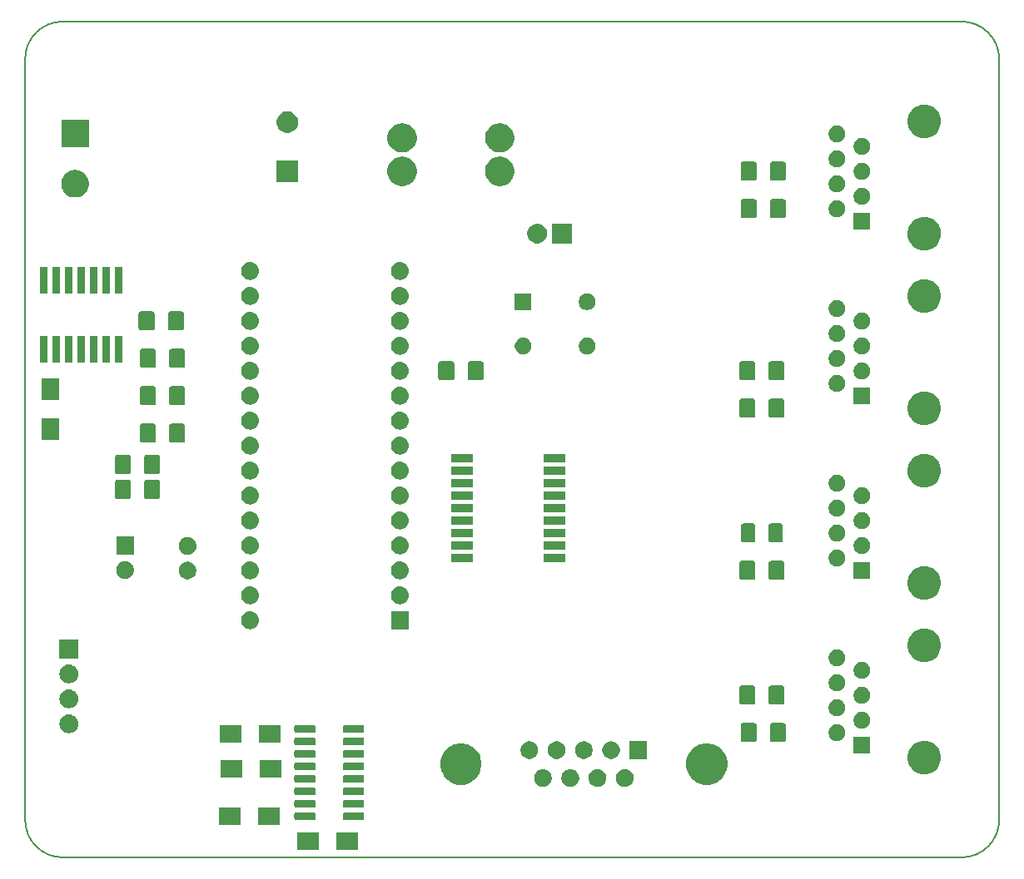
<source format=gbr>
G04 #@! TF.GenerationSoftware,KiCad,Pcbnew,(5.1.4)*
G04 #@! TF.CreationDate,2020-02-11T08:22:30-06:00*
G04 #@! TF.ProjectId,race timer,72616365-2074-4696-9d65-722e6b696361,rev?*
G04 #@! TF.SameCoordinates,PX6e37550PYe88b40*
G04 #@! TF.FileFunction,Soldermask,Bot*
G04 #@! TF.FilePolarity,Negative*
%FSLAX46Y46*%
G04 Gerber Fmt 4.6, Leading zero omitted, Abs format (unit mm)*
G04 Created by KiCad (PCBNEW (5.1.4)) date 2020-02-11 08:22:30*
%MOMM*%
%LPD*%
G04 APERTURE LIST*
%ADD10C,0.150000*%
%ADD11C,0.100000*%
G04 APERTURE END LIST*
D10*
X-3810000Y0D02*
G75*
G02X0Y-3810000I0J-3810000D01*
G01*
X0Y-81280000D02*
G75*
G02X-3810000Y-85090000I-3810000J0D01*
G01*
X-99060000Y-3810000D02*
G75*
G02X-95250000Y0I3810000J0D01*
G01*
X-92710000Y-85090000D02*
X-95250000Y-85090000D01*
X-95250000Y-85090000D02*
G75*
G02X-99060000Y-81280000I0J3810000D01*
G01*
X-92710000Y0D02*
X-95250000Y0D01*
X-3810000Y0D02*
X-92710000Y0D01*
X-99060000Y-3810000D02*
X-99060000Y-81280000D01*
X0Y-81280000D02*
X0Y-3810000D01*
X-92710000Y-85090000D02*
X-3810000Y-85090000D01*
D11*
G36*
X-65194000Y-84339000D02*
G01*
X-67394000Y-84339000D01*
X-67394000Y-82539000D01*
X-65194000Y-82539000D01*
X-65194000Y-84339000D01*
X-65194000Y-84339000D01*
G37*
G36*
X-69194000Y-84339000D02*
G01*
X-71394000Y-84339000D01*
X-71394000Y-82539000D01*
X-69194000Y-82539000D01*
X-69194000Y-84339000D01*
X-69194000Y-84339000D01*
G37*
G36*
X-77132000Y-81799000D02*
G01*
X-79332000Y-81799000D01*
X-79332000Y-79999000D01*
X-77132000Y-79999000D01*
X-77132000Y-81799000D01*
X-77132000Y-81799000D01*
G37*
G36*
X-73132000Y-81799000D02*
G01*
X-75332000Y-81799000D01*
X-75332000Y-79999000D01*
X-73132000Y-79999000D01*
X-73132000Y-81799000D01*
X-73132000Y-81799000D01*
G37*
G36*
X-64727908Y-80502599D02*
G01*
X-64695122Y-80512545D01*
X-64664911Y-80528693D01*
X-64638428Y-80550428D01*
X-64616693Y-80576911D01*
X-64600545Y-80607122D01*
X-64590599Y-80639908D01*
X-64587000Y-80676453D01*
X-64587000Y-81121547D01*
X-64590599Y-81158092D01*
X-64600545Y-81190878D01*
X-64616693Y-81221089D01*
X-64638428Y-81247572D01*
X-64664911Y-81269307D01*
X-64695122Y-81285455D01*
X-64727908Y-81295401D01*
X-64764453Y-81299000D01*
X-66559547Y-81299000D01*
X-66596092Y-81295401D01*
X-66628878Y-81285455D01*
X-66659089Y-81269307D01*
X-66685572Y-81247572D01*
X-66707307Y-81221089D01*
X-66723455Y-81190878D01*
X-66733401Y-81158092D01*
X-66737000Y-81121547D01*
X-66737000Y-80676453D01*
X-66733401Y-80639908D01*
X-66723455Y-80607122D01*
X-66707307Y-80576911D01*
X-66685572Y-80550428D01*
X-66659089Y-80528693D01*
X-66628878Y-80512545D01*
X-66596092Y-80502599D01*
X-66559547Y-80499000D01*
X-64764453Y-80499000D01*
X-64727908Y-80502599D01*
X-64727908Y-80502599D01*
G37*
G36*
X-69677908Y-80502599D02*
G01*
X-69645122Y-80512545D01*
X-69614911Y-80528693D01*
X-69588428Y-80550428D01*
X-69566693Y-80576911D01*
X-69550545Y-80607122D01*
X-69540599Y-80639908D01*
X-69537000Y-80676453D01*
X-69537000Y-81121547D01*
X-69540599Y-81158092D01*
X-69550545Y-81190878D01*
X-69566693Y-81221089D01*
X-69588428Y-81247572D01*
X-69614911Y-81269307D01*
X-69645122Y-81285455D01*
X-69677908Y-81295401D01*
X-69714453Y-81299000D01*
X-71509547Y-81299000D01*
X-71546092Y-81295401D01*
X-71578878Y-81285455D01*
X-71609089Y-81269307D01*
X-71635572Y-81247572D01*
X-71657307Y-81221089D01*
X-71673455Y-81190878D01*
X-71683401Y-81158092D01*
X-71687000Y-81121547D01*
X-71687000Y-80676453D01*
X-71683401Y-80639908D01*
X-71673455Y-80607122D01*
X-71657307Y-80576911D01*
X-71635572Y-80550428D01*
X-71609089Y-80528693D01*
X-71578878Y-80512545D01*
X-71546092Y-80502599D01*
X-71509547Y-80499000D01*
X-69714453Y-80499000D01*
X-69677908Y-80502599D01*
X-69677908Y-80502599D01*
G37*
G36*
X-64727908Y-79232599D02*
G01*
X-64695122Y-79242545D01*
X-64664911Y-79258693D01*
X-64638428Y-79280428D01*
X-64616693Y-79306911D01*
X-64600545Y-79337122D01*
X-64590599Y-79369908D01*
X-64587000Y-79406453D01*
X-64587000Y-79851547D01*
X-64590599Y-79888092D01*
X-64600545Y-79920878D01*
X-64616693Y-79951089D01*
X-64638428Y-79977572D01*
X-64664911Y-79999307D01*
X-64695122Y-80015455D01*
X-64727908Y-80025401D01*
X-64764453Y-80029000D01*
X-66559547Y-80029000D01*
X-66596092Y-80025401D01*
X-66628878Y-80015455D01*
X-66659089Y-79999307D01*
X-66685572Y-79977572D01*
X-66707307Y-79951089D01*
X-66723455Y-79920878D01*
X-66733401Y-79888092D01*
X-66737000Y-79851547D01*
X-66737000Y-79406453D01*
X-66733401Y-79369908D01*
X-66723455Y-79337122D01*
X-66707307Y-79306911D01*
X-66685572Y-79280428D01*
X-66659089Y-79258693D01*
X-66628878Y-79242545D01*
X-66596092Y-79232599D01*
X-66559547Y-79229000D01*
X-64764453Y-79229000D01*
X-64727908Y-79232599D01*
X-64727908Y-79232599D01*
G37*
G36*
X-69677908Y-79232599D02*
G01*
X-69645122Y-79242545D01*
X-69614911Y-79258693D01*
X-69588428Y-79280428D01*
X-69566693Y-79306911D01*
X-69550545Y-79337122D01*
X-69540599Y-79369908D01*
X-69537000Y-79406453D01*
X-69537000Y-79851547D01*
X-69540599Y-79888092D01*
X-69550545Y-79920878D01*
X-69566693Y-79951089D01*
X-69588428Y-79977572D01*
X-69614911Y-79999307D01*
X-69645122Y-80015455D01*
X-69677908Y-80025401D01*
X-69714453Y-80029000D01*
X-71509547Y-80029000D01*
X-71546092Y-80025401D01*
X-71578878Y-80015455D01*
X-71609089Y-79999307D01*
X-71635572Y-79977572D01*
X-71657307Y-79951089D01*
X-71673455Y-79920878D01*
X-71683401Y-79888092D01*
X-71687000Y-79851547D01*
X-71687000Y-79406453D01*
X-71683401Y-79369908D01*
X-71673455Y-79337122D01*
X-71657307Y-79306911D01*
X-71635572Y-79280428D01*
X-71609089Y-79258693D01*
X-71578878Y-79242545D01*
X-71546092Y-79232599D01*
X-71509547Y-79229000D01*
X-69714453Y-79229000D01*
X-69677908Y-79232599D01*
X-69677908Y-79232599D01*
G37*
G36*
X-69677908Y-77962599D02*
G01*
X-69645122Y-77972545D01*
X-69614911Y-77988693D01*
X-69588428Y-78010428D01*
X-69566693Y-78036911D01*
X-69550545Y-78067122D01*
X-69540599Y-78099908D01*
X-69537000Y-78136453D01*
X-69537000Y-78581547D01*
X-69540599Y-78618092D01*
X-69550545Y-78650878D01*
X-69566693Y-78681089D01*
X-69588428Y-78707572D01*
X-69614911Y-78729307D01*
X-69645122Y-78745455D01*
X-69677908Y-78755401D01*
X-69714453Y-78759000D01*
X-71509547Y-78759000D01*
X-71546092Y-78755401D01*
X-71578878Y-78745455D01*
X-71609089Y-78729307D01*
X-71635572Y-78707572D01*
X-71657307Y-78681089D01*
X-71673455Y-78650878D01*
X-71683401Y-78618092D01*
X-71687000Y-78581547D01*
X-71687000Y-78136453D01*
X-71683401Y-78099908D01*
X-71673455Y-78067122D01*
X-71657307Y-78036911D01*
X-71635572Y-78010428D01*
X-71609089Y-77988693D01*
X-71578878Y-77972545D01*
X-71546092Y-77962599D01*
X-71509547Y-77959000D01*
X-69714453Y-77959000D01*
X-69677908Y-77962599D01*
X-69677908Y-77962599D01*
G37*
G36*
X-64727908Y-77962599D02*
G01*
X-64695122Y-77972545D01*
X-64664911Y-77988693D01*
X-64638428Y-78010428D01*
X-64616693Y-78036911D01*
X-64600545Y-78067122D01*
X-64590599Y-78099908D01*
X-64587000Y-78136453D01*
X-64587000Y-78581547D01*
X-64590599Y-78618092D01*
X-64600545Y-78650878D01*
X-64616693Y-78681089D01*
X-64638428Y-78707572D01*
X-64664911Y-78729307D01*
X-64695122Y-78745455D01*
X-64727908Y-78755401D01*
X-64764453Y-78759000D01*
X-66559547Y-78759000D01*
X-66596092Y-78755401D01*
X-66628878Y-78745455D01*
X-66659089Y-78729307D01*
X-66685572Y-78707572D01*
X-66707307Y-78681089D01*
X-66723455Y-78650878D01*
X-66733401Y-78618092D01*
X-66737000Y-78581547D01*
X-66737000Y-78136453D01*
X-66733401Y-78099908D01*
X-66723455Y-78067122D01*
X-66707307Y-78036911D01*
X-66685572Y-78010428D01*
X-66659089Y-77988693D01*
X-66628878Y-77972545D01*
X-66596092Y-77962599D01*
X-66559547Y-77959000D01*
X-64764453Y-77959000D01*
X-64727908Y-77962599D01*
X-64727908Y-77962599D01*
G37*
G36*
X-37888182Y-76130114D02*
G01*
X-37825480Y-76142586D01*
X-37722374Y-76185294D01*
X-37673700Y-76205455D01*
X-37661690Y-76210430D01*
X-37514283Y-76308924D01*
X-37388924Y-76434283D01*
X-37290430Y-76581690D01*
X-37222586Y-76745480D01*
X-37218323Y-76766911D01*
X-37201799Y-76849982D01*
X-37188000Y-76919358D01*
X-37188000Y-77096642D01*
X-37222586Y-77270520D01*
X-37254717Y-77348092D01*
X-37280811Y-77411089D01*
X-37290430Y-77434310D01*
X-37388924Y-77581717D01*
X-37514283Y-77707076D01*
X-37661690Y-77805570D01*
X-37825480Y-77873414D01*
X-37883439Y-77884943D01*
X-37999356Y-77908000D01*
X-38176644Y-77908000D01*
X-38292561Y-77884943D01*
X-38350520Y-77873414D01*
X-38514310Y-77805570D01*
X-38661717Y-77707076D01*
X-38787076Y-77581717D01*
X-38885570Y-77434310D01*
X-38895188Y-77411089D01*
X-38921283Y-77348092D01*
X-38953414Y-77270520D01*
X-38988000Y-77096642D01*
X-38988000Y-76919358D01*
X-38974200Y-76849982D01*
X-38957677Y-76766911D01*
X-38953414Y-76745480D01*
X-38885570Y-76581690D01*
X-38787076Y-76434283D01*
X-38661717Y-76308924D01*
X-38514310Y-76210430D01*
X-38502299Y-76205455D01*
X-38453626Y-76185294D01*
X-38350520Y-76142586D01*
X-38287818Y-76130114D01*
X-38176644Y-76108000D01*
X-37999356Y-76108000D01*
X-37888182Y-76130114D01*
X-37888182Y-76130114D01*
G37*
G36*
X-46198182Y-76130114D02*
G01*
X-46135480Y-76142586D01*
X-46032374Y-76185294D01*
X-45983700Y-76205455D01*
X-45971690Y-76210430D01*
X-45824283Y-76308924D01*
X-45698924Y-76434283D01*
X-45600430Y-76581690D01*
X-45532586Y-76745480D01*
X-45528323Y-76766911D01*
X-45511799Y-76849982D01*
X-45498000Y-76919358D01*
X-45498000Y-77096642D01*
X-45532586Y-77270520D01*
X-45564717Y-77348092D01*
X-45590811Y-77411089D01*
X-45600430Y-77434310D01*
X-45698924Y-77581717D01*
X-45824283Y-77707076D01*
X-45971690Y-77805570D01*
X-46135480Y-77873414D01*
X-46193439Y-77884943D01*
X-46309356Y-77908000D01*
X-46486644Y-77908000D01*
X-46602561Y-77884943D01*
X-46660520Y-77873414D01*
X-46824310Y-77805570D01*
X-46971717Y-77707076D01*
X-47097076Y-77581717D01*
X-47195570Y-77434310D01*
X-47205188Y-77411089D01*
X-47231283Y-77348092D01*
X-47263414Y-77270520D01*
X-47298000Y-77096642D01*
X-47298000Y-76919358D01*
X-47284200Y-76849982D01*
X-47267677Y-76766911D01*
X-47263414Y-76745480D01*
X-47195570Y-76581690D01*
X-47097076Y-76434283D01*
X-46971717Y-76308924D01*
X-46824310Y-76210430D01*
X-46812299Y-76205455D01*
X-46763626Y-76185294D01*
X-46660520Y-76142586D01*
X-46597818Y-76130114D01*
X-46486644Y-76108000D01*
X-46309356Y-76108000D01*
X-46198182Y-76130114D01*
X-46198182Y-76130114D01*
G37*
G36*
X-40658182Y-76130114D02*
G01*
X-40595480Y-76142586D01*
X-40492374Y-76185294D01*
X-40443700Y-76205455D01*
X-40431690Y-76210430D01*
X-40284283Y-76308924D01*
X-40158924Y-76434283D01*
X-40060430Y-76581690D01*
X-39992586Y-76745480D01*
X-39988323Y-76766911D01*
X-39971799Y-76849982D01*
X-39958000Y-76919358D01*
X-39958000Y-77096642D01*
X-39992586Y-77270520D01*
X-40024717Y-77348092D01*
X-40050811Y-77411089D01*
X-40060430Y-77434310D01*
X-40158924Y-77581717D01*
X-40284283Y-77707076D01*
X-40431690Y-77805570D01*
X-40595480Y-77873414D01*
X-40653439Y-77884943D01*
X-40769356Y-77908000D01*
X-40946644Y-77908000D01*
X-41062561Y-77884943D01*
X-41120520Y-77873414D01*
X-41284310Y-77805570D01*
X-41431717Y-77707076D01*
X-41557076Y-77581717D01*
X-41655570Y-77434310D01*
X-41665188Y-77411089D01*
X-41691283Y-77348092D01*
X-41723414Y-77270520D01*
X-41758000Y-77096642D01*
X-41758000Y-76919358D01*
X-41744200Y-76849982D01*
X-41727677Y-76766911D01*
X-41723414Y-76745480D01*
X-41655570Y-76581690D01*
X-41557076Y-76434283D01*
X-41431717Y-76308924D01*
X-41284310Y-76210430D01*
X-41272299Y-76205455D01*
X-41223626Y-76185294D01*
X-41120520Y-76142586D01*
X-41057818Y-76130114D01*
X-40946644Y-76108000D01*
X-40769356Y-76108000D01*
X-40658182Y-76130114D01*
X-40658182Y-76130114D01*
G37*
G36*
X-43428182Y-76130114D02*
G01*
X-43365480Y-76142586D01*
X-43262374Y-76185294D01*
X-43213700Y-76205455D01*
X-43201690Y-76210430D01*
X-43054283Y-76308924D01*
X-42928924Y-76434283D01*
X-42830430Y-76581690D01*
X-42762586Y-76745480D01*
X-42758323Y-76766911D01*
X-42741799Y-76849982D01*
X-42728000Y-76919358D01*
X-42728000Y-77096642D01*
X-42762586Y-77270520D01*
X-42794717Y-77348092D01*
X-42820811Y-77411089D01*
X-42830430Y-77434310D01*
X-42928924Y-77581717D01*
X-43054283Y-77707076D01*
X-43201690Y-77805570D01*
X-43365480Y-77873414D01*
X-43423439Y-77884943D01*
X-43539356Y-77908000D01*
X-43716644Y-77908000D01*
X-43832561Y-77884943D01*
X-43890520Y-77873414D01*
X-44054310Y-77805570D01*
X-44201717Y-77707076D01*
X-44327076Y-77581717D01*
X-44425570Y-77434310D01*
X-44435188Y-77411089D01*
X-44461283Y-77348092D01*
X-44493414Y-77270520D01*
X-44528000Y-77096642D01*
X-44528000Y-76919358D01*
X-44514200Y-76849982D01*
X-44497677Y-76766911D01*
X-44493414Y-76745480D01*
X-44425570Y-76581690D01*
X-44327076Y-76434283D01*
X-44201717Y-76308924D01*
X-44054310Y-76210430D01*
X-44042299Y-76205455D01*
X-43993626Y-76185294D01*
X-43890520Y-76142586D01*
X-43827818Y-76130114D01*
X-43716644Y-76108000D01*
X-43539356Y-76108000D01*
X-43428182Y-76130114D01*
X-43428182Y-76130114D01*
G37*
G36*
X-29130454Y-73568701D02*
G01*
X-29031902Y-73609523D01*
X-28748277Y-73727004D01*
X-28404328Y-73956823D01*
X-28111823Y-74249328D01*
X-27882004Y-74593277D01*
X-27801340Y-74788018D01*
X-27723701Y-74975454D01*
X-27643000Y-75381167D01*
X-27643000Y-75794833D01*
X-27723701Y-76200546D01*
X-27768593Y-76308924D01*
X-27882004Y-76582723D01*
X-28111823Y-76926672D01*
X-28404328Y-77219177D01*
X-28748277Y-77448996D01*
X-28972151Y-77541728D01*
X-29130454Y-77607299D01*
X-29536167Y-77688000D01*
X-29949833Y-77688000D01*
X-30355546Y-77607299D01*
X-30513849Y-77541728D01*
X-30737723Y-77448996D01*
X-31081672Y-77219177D01*
X-31374177Y-76926672D01*
X-31603996Y-76582723D01*
X-31717407Y-76308924D01*
X-31762299Y-76200546D01*
X-31843000Y-75794833D01*
X-31843000Y-75381167D01*
X-31762299Y-74975454D01*
X-31684660Y-74788018D01*
X-31603996Y-74593277D01*
X-31374177Y-74249328D01*
X-31081672Y-73956823D01*
X-30737723Y-73727004D01*
X-30454098Y-73609523D01*
X-30355546Y-73568701D01*
X-29949833Y-73488000D01*
X-29536167Y-73488000D01*
X-29130454Y-73568701D01*
X-29130454Y-73568701D01*
G37*
G36*
X-54130454Y-73568701D02*
G01*
X-54031902Y-73609523D01*
X-53748277Y-73727004D01*
X-53404328Y-73956823D01*
X-53111823Y-74249328D01*
X-52882004Y-74593277D01*
X-52801340Y-74788018D01*
X-52723701Y-74975454D01*
X-52643000Y-75381167D01*
X-52643000Y-75794833D01*
X-52723701Y-76200546D01*
X-52768593Y-76308924D01*
X-52882004Y-76582723D01*
X-53111823Y-76926672D01*
X-53404328Y-77219177D01*
X-53748277Y-77448996D01*
X-53972151Y-77541728D01*
X-54130454Y-77607299D01*
X-54536167Y-77688000D01*
X-54949833Y-77688000D01*
X-55355546Y-77607299D01*
X-55513849Y-77541728D01*
X-55737723Y-77448996D01*
X-56081672Y-77219177D01*
X-56374177Y-76926672D01*
X-56603996Y-76582723D01*
X-56717407Y-76308924D01*
X-56762299Y-76200546D01*
X-56843000Y-75794833D01*
X-56843000Y-75381167D01*
X-56762299Y-74975454D01*
X-56684660Y-74788018D01*
X-56603996Y-74593277D01*
X-56374177Y-74249328D01*
X-56081672Y-73956823D01*
X-55737723Y-73727004D01*
X-55454098Y-73609523D01*
X-55355546Y-73568701D01*
X-54949833Y-73488000D01*
X-54536167Y-73488000D01*
X-54130454Y-73568701D01*
X-54130454Y-73568701D01*
G37*
G36*
X-69677908Y-76692599D02*
G01*
X-69645122Y-76702545D01*
X-69614911Y-76718693D01*
X-69588428Y-76740428D01*
X-69566693Y-76766911D01*
X-69550545Y-76797122D01*
X-69540599Y-76829908D01*
X-69537000Y-76866453D01*
X-69537000Y-77311547D01*
X-69540599Y-77348092D01*
X-69550545Y-77380878D01*
X-69566693Y-77411089D01*
X-69588428Y-77437572D01*
X-69614911Y-77459307D01*
X-69645122Y-77475455D01*
X-69677908Y-77485401D01*
X-69714453Y-77489000D01*
X-71509547Y-77489000D01*
X-71546092Y-77485401D01*
X-71578878Y-77475455D01*
X-71609089Y-77459307D01*
X-71635572Y-77437572D01*
X-71657307Y-77411089D01*
X-71673455Y-77380878D01*
X-71683401Y-77348092D01*
X-71687000Y-77311547D01*
X-71687000Y-76866453D01*
X-71683401Y-76829908D01*
X-71673455Y-76797122D01*
X-71657307Y-76766911D01*
X-71635572Y-76740428D01*
X-71609089Y-76718693D01*
X-71578878Y-76702545D01*
X-71546092Y-76692599D01*
X-71509547Y-76689000D01*
X-69714453Y-76689000D01*
X-69677908Y-76692599D01*
X-69677908Y-76692599D01*
G37*
G36*
X-64727908Y-76692599D02*
G01*
X-64695122Y-76702545D01*
X-64664911Y-76718693D01*
X-64638428Y-76740428D01*
X-64616693Y-76766911D01*
X-64600545Y-76797122D01*
X-64590599Y-76829908D01*
X-64587000Y-76866453D01*
X-64587000Y-77311547D01*
X-64590599Y-77348092D01*
X-64600545Y-77380878D01*
X-64616693Y-77411089D01*
X-64638428Y-77437572D01*
X-64664911Y-77459307D01*
X-64695122Y-77475455D01*
X-64727908Y-77485401D01*
X-64764453Y-77489000D01*
X-66559547Y-77489000D01*
X-66596092Y-77485401D01*
X-66628878Y-77475455D01*
X-66659089Y-77459307D01*
X-66685572Y-77437572D01*
X-66707307Y-77411089D01*
X-66723455Y-77380878D01*
X-66733401Y-77348092D01*
X-66737000Y-77311547D01*
X-66737000Y-76866453D01*
X-66733401Y-76829908D01*
X-66723455Y-76797122D01*
X-66707307Y-76766911D01*
X-66685572Y-76740428D01*
X-66659089Y-76718693D01*
X-66628878Y-76702545D01*
X-66596092Y-76692599D01*
X-66559547Y-76689000D01*
X-64764453Y-76689000D01*
X-64727908Y-76692599D01*
X-64727908Y-76692599D01*
G37*
G36*
X-73005000Y-76973000D02*
G01*
X-75205000Y-76973000D01*
X-75205000Y-75173000D01*
X-73005000Y-75173000D01*
X-73005000Y-76973000D01*
X-73005000Y-76973000D01*
G37*
G36*
X-77005000Y-76973000D02*
G01*
X-79205000Y-76973000D01*
X-79205000Y-75173000D01*
X-77005000Y-75173000D01*
X-77005000Y-76973000D01*
X-77005000Y-76973000D01*
G37*
G36*
X-7339007Y-73252588D02*
G01*
X-7124128Y-73295330D01*
X-6814748Y-73423479D01*
X-6536313Y-73609523D01*
X-6299523Y-73846313D01*
X-6113479Y-74124748D01*
X-5985330Y-74434128D01*
X-5920000Y-74762565D01*
X-5920000Y-75097435D01*
X-5985330Y-75425872D01*
X-6113479Y-75735252D01*
X-6299523Y-76013687D01*
X-6536313Y-76250477D01*
X-6814748Y-76436521D01*
X-7124128Y-76564670D01*
X-7288347Y-76597335D01*
X-7452563Y-76630000D01*
X-7787437Y-76630000D01*
X-7951654Y-76597335D01*
X-8115872Y-76564670D01*
X-8425252Y-76436521D01*
X-8703687Y-76250477D01*
X-8940477Y-76013687D01*
X-9126521Y-75735252D01*
X-9254670Y-75425872D01*
X-9320000Y-75097435D01*
X-9320000Y-74762565D01*
X-9254670Y-74434128D01*
X-9126521Y-74124748D01*
X-8940477Y-73846313D01*
X-8703687Y-73609523D01*
X-8425252Y-73423479D01*
X-8115872Y-73295330D01*
X-7900993Y-73252588D01*
X-7787437Y-73230000D01*
X-7452563Y-73230000D01*
X-7339007Y-73252588D01*
X-7339007Y-73252588D01*
G37*
G36*
X-64727908Y-75422599D02*
G01*
X-64695122Y-75432545D01*
X-64664911Y-75448693D01*
X-64638428Y-75470428D01*
X-64616693Y-75496911D01*
X-64600545Y-75527122D01*
X-64590599Y-75559908D01*
X-64587000Y-75596453D01*
X-64587000Y-76041547D01*
X-64590599Y-76078092D01*
X-64600545Y-76110878D01*
X-64616693Y-76141089D01*
X-64638428Y-76167572D01*
X-64664911Y-76189307D01*
X-64695122Y-76205455D01*
X-64727908Y-76215401D01*
X-64764453Y-76219000D01*
X-66559547Y-76219000D01*
X-66596092Y-76215401D01*
X-66628878Y-76205455D01*
X-66659089Y-76189307D01*
X-66685572Y-76167572D01*
X-66707307Y-76141089D01*
X-66723455Y-76110878D01*
X-66733401Y-76078092D01*
X-66737000Y-76041547D01*
X-66737000Y-75596453D01*
X-66733401Y-75559908D01*
X-66723455Y-75527122D01*
X-66707307Y-75496911D01*
X-66685572Y-75470428D01*
X-66659089Y-75448693D01*
X-66628878Y-75432545D01*
X-66596092Y-75422599D01*
X-66559547Y-75419000D01*
X-64764453Y-75419000D01*
X-64727908Y-75422599D01*
X-64727908Y-75422599D01*
G37*
G36*
X-69677908Y-75422599D02*
G01*
X-69645122Y-75432545D01*
X-69614911Y-75448693D01*
X-69588428Y-75470428D01*
X-69566693Y-75496911D01*
X-69550545Y-75527122D01*
X-69540599Y-75559908D01*
X-69537000Y-75596453D01*
X-69537000Y-76041547D01*
X-69540599Y-76078092D01*
X-69550545Y-76110878D01*
X-69566693Y-76141089D01*
X-69588428Y-76167572D01*
X-69614911Y-76189307D01*
X-69645122Y-76205455D01*
X-69677908Y-76215401D01*
X-69714453Y-76219000D01*
X-71509547Y-76219000D01*
X-71546092Y-76215401D01*
X-71578878Y-76205455D01*
X-71609089Y-76189307D01*
X-71635572Y-76167572D01*
X-71657307Y-76141089D01*
X-71673455Y-76110878D01*
X-71683401Y-76078092D01*
X-71687000Y-76041547D01*
X-71687000Y-75596453D01*
X-71683401Y-75559908D01*
X-71673455Y-75527122D01*
X-71657307Y-75496911D01*
X-71635572Y-75470428D01*
X-71609089Y-75448693D01*
X-71578878Y-75432545D01*
X-71546092Y-75422599D01*
X-71509547Y-75419000D01*
X-69714453Y-75419000D01*
X-69677908Y-75422599D01*
X-69677908Y-75422599D01*
G37*
G36*
X-35803000Y-75068000D02*
G01*
X-37603000Y-75068000D01*
X-37603000Y-73268000D01*
X-35803000Y-73268000D01*
X-35803000Y-75068000D01*
X-35803000Y-75068000D01*
G37*
G36*
X-39269562Y-73290834D02*
G01*
X-39210480Y-73302586D01*
X-39046690Y-73370430D01*
X-38899283Y-73468924D01*
X-38773924Y-73594283D01*
X-38675430Y-73741690D01*
X-38607586Y-73905480D01*
X-38573000Y-74079358D01*
X-38573000Y-74256642D01*
X-38607586Y-74430520D01*
X-38675430Y-74594310D01*
X-38773924Y-74741717D01*
X-38899283Y-74867076D01*
X-39046690Y-74965570D01*
X-39046691Y-74965571D01*
X-39046692Y-74965571D01*
X-39070552Y-74975454D01*
X-39210480Y-75033414D01*
X-39268439Y-75044943D01*
X-39384356Y-75068000D01*
X-39561644Y-75068000D01*
X-39677561Y-75044943D01*
X-39735520Y-75033414D01*
X-39875448Y-74975454D01*
X-39899308Y-74965571D01*
X-39899309Y-74965571D01*
X-39899310Y-74965570D01*
X-40046717Y-74867076D01*
X-40172076Y-74741717D01*
X-40270570Y-74594310D01*
X-40338414Y-74430520D01*
X-40373000Y-74256642D01*
X-40373000Y-74079358D01*
X-40338414Y-73905480D01*
X-40270570Y-73741690D01*
X-40172076Y-73594283D01*
X-40046717Y-73468924D01*
X-39899310Y-73370430D01*
X-39735520Y-73302586D01*
X-39676438Y-73290834D01*
X-39561644Y-73268000D01*
X-39384356Y-73268000D01*
X-39269562Y-73290834D01*
X-39269562Y-73290834D01*
G37*
G36*
X-44809562Y-73290834D02*
G01*
X-44750480Y-73302586D01*
X-44586690Y-73370430D01*
X-44439283Y-73468924D01*
X-44313924Y-73594283D01*
X-44215430Y-73741690D01*
X-44147586Y-73905480D01*
X-44113000Y-74079358D01*
X-44113000Y-74256642D01*
X-44147586Y-74430520D01*
X-44215430Y-74594310D01*
X-44313924Y-74741717D01*
X-44439283Y-74867076D01*
X-44586690Y-74965570D01*
X-44586691Y-74965571D01*
X-44586692Y-74965571D01*
X-44610552Y-74975454D01*
X-44750480Y-75033414D01*
X-44808439Y-75044943D01*
X-44924356Y-75068000D01*
X-45101644Y-75068000D01*
X-45217561Y-75044943D01*
X-45275520Y-75033414D01*
X-45415448Y-74975454D01*
X-45439308Y-74965571D01*
X-45439309Y-74965571D01*
X-45439310Y-74965570D01*
X-45586717Y-74867076D01*
X-45712076Y-74741717D01*
X-45810570Y-74594310D01*
X-45878414Y-74430520D01*
X-45913000Y-74256642D01*
X-45913000Y-74079358D01*
X-45878414Y-73905480D01*
X-45810570Y-73741690D01*
X-45712076Y-73594283D01*
X-45586717Y-73468924D01*
X-45439310Y-73370430D01*
X-45275520Y-73302586D01*
X-45216438Y-73290834D01*
X-45101644Y-73268000D01*
X-44924356Y-73268000D01*
X-44809562Y-73290834D01*
X-44809562Y-73290834D01*
G37*
G36*
X-47579562Y-73290834D02*
G01*
X-47520480Y-73302586D01*
X-47356690Y-73370430D01*
X-47209283Y-73468924D01*
X-47083924Y-73594283D01*
X-46985430Y-73741690D01*
X-46917586Y-73905480D01*
X-46883000Y-74079358D01*
X-46883000Y-74256642D01*
X-46917586Y-74430520D01*
X-46985430Y-74594310D01*
X-47083924Y-74741717D01*
X-47209283Y-74867076D01*
X-47356690Y-74965570D01*
X-47356691Y-74965571D01*
X-47356692Y-74965571D01*
X-47380552Y-74975454D01*
X-47520480Y-75033414D01*
X-47578439Y-75044943D01*
X-47694356Y-75068000D01*
X-47871644Y-75068000D01*
X-47987561Y-75044943D01*
X-48045520Y-75033414D01*
X-48185448Y-74975454D01*
X-48209308Y-74965571D01*
X-48209309Y-74965571D01*
X-48209310Y-74965570D01*
X-48356717Y-74867076D01*
X-48482076Y-74741717D01*
X-48580570Y-74594310D01*
X-48648414Y-74430520D01*
X-48683000Y-74256642D01*
X-48683000Y-74079358D01*
X-48648414Y-73905480D01*
X-48580570Y-73741690D01*
X-48482076Y-73594283D01*
X-48356717Y-73468924D01*
X-48209310Y-73370430D01*
X-48045520Y-73302586D01*
X-47986438Y-73290834D01*
X-47871644Y-73268000D01*
X-47694356Y-73268000D01*
X-47579562Y-73290834D01*
X-47579562Y-73290834D01*
G37*
G36*
X-42039562Y-73290834D02*
G01*
X-41980480Y-73302586D01*
X-41816690Y-73370430D01*
X-41669283Y-73468924D01*
X-41543924Y-73594283D01*
X-41445430Y-73741690D01*
X-41377586Y-73905480D01*
X-41343000Y-74079358D01*
X-41343000Y-74256642D01*
X-41377586Y-74430520D01*
X-41445430Y-74594310D01*
X-41543924Y-74741717D01*
X-41669283Y-74867076D01*
X-41816690Y-74965570D01*
X-41816691Y-74965571D01*
X-41816692Y-74965571D01*
X-41840552Y-74975454D01*
X-41980480Y-75033414D01*
X-42038439Y-75044943D01*
X-42154356Y-75068000D01*
X-42331644Y-75068000D01*
X-42447561Y-75044943D01*
X-42505520Y-75033414D01*
X-42645448Y-74975454D01*
X-42669308Y-74965571D01*
X-42669309Y-74965571D01*
X-42669310Y-74965570D01*
X-42816717Y-74867076D01*
X-42942076Y-74741717D01*
X-43040570Y-74594310D01*
X-43108414Y-74430520D01*
X-43143000Y-74256642D01*
X-43143000Y-74079358D01*
X-43108414Y-73905480D01*
X-43040570Y-73741690D01*
X-42942076Y-73594283D01*
X-42816717Y-73468924D01*
X-42669310Y-73370430D01*
X-42505520Y-73302586D01*
X-42446438Y-73290834D01*
X-42331644Y-73268000D01*
X-42154356Y-73268000D01*
X-42039562Y-73290834D01*
X-42039562Y-73290834D01*
G37*
G36*
X-69677908Y-74152599D02*
G01*
X-69645122Y-74162545D01*
X-69614911Y-74178693D01*
X-69588428Y-74200428D01*
X-69566693Y-74226911D01*
X-69550545Y-74257122D01*
X-69540599Y-74289908D01*
X-69537000Y-74326453D01*
X-69537000Y-74771547D01*
X-69540599Y-74808092D01*
X-69550545Y-74840878D01*
X-69566693Y-74871089D01*
X-69588428Y-74897572D01*
X-69614911Y-74919307D01*
X-69645122Y-74935455D01*
X-69677908Y-74945401D01*
X-69714453Y-74949000D01*
X-71509547Y-74949000D01*
X-71546092Y-74945401D01*
X-71578878Y-74935455D01*
X-71609089Y-74919307D01*
X-71635572Y-74897572D01*
X-71657307Y-74871089D01*
X-71673455Y-74840878D01*
X-71683401Y-74808092D01*
X-71687000Y-74771547D01*
X-71687000Y-74326453D01*
X-71683401Y-74289908D01*
X-71673455Y-74257122D01*
X-71657307Y-74226911D01*
X-71635572Y-74200428D01*
X-71609089Y-74178693D01*
X-71578878Y-74162545D01*
X-71546092Y-74152599D01*
X-71509547Y-74149000D01*
X-69714453Y-74149000D01*
X-69677908Y-74152599D01*
X-69677908Y-74152599D01*
G37*
G36*
X-64727908Y-74152599D02*
G01*
X-64695122Y-74162545D01*
X-64664911Y-74178693D01*
X-64638428Y-74200428D01*
X-64616693Y-74226911D01*
X-64600545Y-74257122D01*
X-64590599Y-74289908D01*
X-64587000Y-74326453D01*
X-64587000Y-74771547D01*
X-64590599Y-74808092D01*
X-64600545Y-74840878D01*
X-64616693Y-74871089D01*
X-64638428Y-74897572D01*
X-64664911Y-74919307D01*
X-64695122Y-74935455D01*
X-64727908Y-74945401D01*
X-64764453Y-74949000D01*
X-66559547Y-74949000D01*
X-66596092Y-74945401D01*
X-66628878Y-74935455D01*
X-66659089Y-74919307D01*
X-66685572Y-74897572D01*
X-66707307Y-74871089D01*
X-66723455Y-74840878D01*
X-66733401Y-74808092D01*
X-66737000Y-74771547D01*
X-66737000Y-74326453D01*
X-66733401Y-74289908D01*
X-66723455Y-74257122D01*
X-66707307Y-74226911D01*
X-66685572Y-74200428D01*
X-66659089Y-74178693D01*
X-66628878Y-74162545D01*
X-66596092Y-74152599D01*
X-66559547Y-74149000D01*
X-64764453Y-74149000D01*
X-64727908Y-74152599D01*
X-64727908Y-74152599D01*
G37*
G36*
X-13120000Y-74510000D02*
G01*
X-14820000Y-74510000D01*
X-14820000Y-72810000D01*
X-13120000Y-72810000D01*
X-13120000Y-74510000D01*
X-13120000Y-74510000D01*
G37*
G36*
X-64727908Y-72882599D02*
G01*
X-64695122Y-72892545D01*
X-64664911Y-72908693D01*
X-64638428Y-72930428D01*
X-64616693Y-72956911D01*
X-64600545Y-72987122D01*
X-64590599Y-73019908D01*
X-64587000Y-73056453D01*
X-64587000Y-73501547D01*
X-64590599Y-73538092D01*
X-64600545Y-73570878D01*
X-64616693Y-73601089D01*
X-64638428Y-73627572D01*
X-64664911Y-73649307D01*
X-64695122Y-73665455D01*
X-64727908Y-73675401D01*
X-64764453Y-73679000D01*
X-66559547Y-73679000D01*
X-66596092Y-73675401D01*
X-66628878Y-73665455D01*
X-66659089Y-73649307D01*
X-66685572Y-73627572D01*
X-66707307Y-73601089D01*
X-66723455Y-73570878D01*
X-66733401Y-73538092D01*
X-66737000Y-73501547D01*
X-66737000Y-73056453D01*
X-66733401Y-73019908D01*
X-66723455Y-72987122D01*
X-66707307Y-72956911D01*
X-66685572Y-72930428D01*
X-66659089Y-72908693D01*
X-66628878Y-72892545D01*
X-66596092Y-72882599D01*
X-66559547Y-72879000D01*
X-64764453Y-72879000D01*
X-64727908Y-72882599D01*
X-64727908Y-72882599D01*
G37*
G36*
X-69677908Y-72882599D02*
G01*
X-69645122Y-72892545D01*
X-69614911Y-72908693D01*
X-69588428Y-72930428D01*
X-69566693Y-72956911D01*
X-69550545Y-72987122D01*
X-69540599Y-73019908D01*
X-69537000Y-73056453D01*
X-69537000Y-73501547D01*
X-69540599Y-73538092D01*
X-69550545Y-73570878D01*
X-69566693Y-73601089D01*
X-69588428Y-73627572D01*
X-69614911Y-73649307D01*
X-69645122Y-73665455D01*
X-69677908Y-73675401D01*
X-69714453Y-73679000D01*
X-71509547Y-73679000D01*
X-71546092Y-73675401D01*
X-71578878Y-73665455D01*
X-71609089Y-73649307D01*
X-71635572Y-73627572D01*
X-71657307Y-73601089D01*
X-71673455Y-73570878D01*
X-71683401Y-73538092D01*
X-71687000Y-73501547D01*
X-71687000Y-73056453D01*
X-71683401Y-73019908D01*
X-71673455Y-72987122D01*
X-71657307Y-72956911D01*
X-71635572Y-72930428D01*
X-71609089Y-72908693D01*
X-71578878Y-72892545D01*
X-71546092Y-72882599D01*
X-71509547Y-72879000D01*
X-69714453Y-72879000D01*
X-69677908Y-72882599D01*
X-69677908Y-72882599D01*
G37*
G36*
X-73068000Y-73417000D02*
G01*
X-75268000Y-73417000D01*
X-75268000Y-71617000D01*
X-73068000Y-71617000D01*
X-73068000Y-73417000D01*
X-73068000Y-73417000D01*
G37*
G36*
X-77068000Y-73417000D02*
G01*
X-79268000Y-73417000D01*
X-79268000Y-71617000D01*
X-77068000Y-71617000D01*
X-77068000Y-73417000D01*
X-77068000Y-73417000D01*
G37*
G36*
X-24878393Y-71420091D02*
G01*
X-24831049Y-71434453D01*
X-24787412Y-71457778D01*
X-24749166Y-71489166D01*
X-24717778Y-71527412D01*
X-24694453Y-71571049D01*
X-24680091Y-71618393D01*
X-24675000Y-71670086D01*
X-24675000Y-73109914D01*
X-24680091Y-73161607D01*
X-24694453Y-73208951D01*
X-24717778Y-73252588D01*
X-24749166Y-73290834D01*
X-24787412Y-73322222D01*
X-24831049Y-73345547D01*
X-24878393Y-73359909D01*
X-24930086Y-73365000D01*
X-26044914Y-73365000D01*
X-26096607Y-73359909D01*
X-26143951Y-73345547D01*
X-26187588Y-73322222D01*
X-26225834Y-73290834D01*
X-26257222Y-73252588D01*
X-26280547Y-73208951D01*
X-26294909Y-73161607D01*
X-26300000Y-73109914D01*
X-26300000Y-71670086D01*
X-26294909Y-71618393D01*
X-26280547Y-71571049D01*
X-26257222Y-71527412D01*
X-26225834Y-71489166D01*
X-26187588Y-71457778D01*
X-26143951Y-71434453D01*
X-26096607Y-71420091D01*
X-26044914Y-71415000D01*
X-24930086Y-71415000D01*
X-24878393Y-71420091D01*
X-24878393Y-71420091D01*
G37*
G36*
X-21903393Y-71420091D02*
G01*
X-21856049Y-71434453D01*
X-21812412Y-71457778D01*
X-21774166Y-71489166D01*
X-21742778Y-71527412D01*
X-21719453Y-71571049D01*
X-21705091Y-71618393D01*
X-21700000Y-71670086D01*
X-21700000Y-73109914D01*
X-21705091Y-73161607D01*
X-21719453Y-73208951D01*
X-21742778Y-73252588D01*
X-21774166Y-73290834D01*
X-21812412Y-73322222D01*
X-21856049Y-73345547D01*
X-21903393Y-73359909D01*
X-21955086Y-73365000D01*
X-23069914Y-73365000D01*
X-23121607Y-73359909D01*
X-23168951Y-73345547D01*
X-23212588Y-73322222D01*
X-23250834Y-73290834D01*
X-23282222Y-73252588D01*
X-23305547Y-73208951D01*
X-23319909Y-73161607D01*
X-23325000Y-73109914D01*
X-23325000Y-71670086D01*
X-23319909Y-71618393D01*
X-23305547Y-71571049D01*
X-23282222Y-71527412D01*
X-23250834Y-71489166D01*
X-23212588Y-71457778D01*
X-23168951Y-71434453D01*
X-23121607Y-71420091D01*
X-23069914Y-71415000D01*
X-21955086Y-71415000D01*
X-21903393Y-71420091D01*
X-21903393Y-71420091D01*
G37*
G36*
X-16262066Y-71572664D02*
G01*
X-16107375Y-71636739D01*
X-16107374Y-71636740D01*
X-15968156Y-71729762D01*
X-15849762Y-71848156D01*
X-15802935Y-71918238D01*
X-15756739Y-71987375D01*
X-15692664Y-72142066D01*
X-15660000Y-72306281D01*
X-15660000Y-72473719D01*
X-15692664Y-72637934D01*
X-15756739Y-72792625D01*
X-15756740Y-72792626D01*
X-15849762Y-72931844D01*
X-15968156Y-73050238D01*
X-16011202Y-73079000D01*
X-16107375Y-73143261D01*
X-16262066Y-73207336D01*
X-16426281Y-73240000D01*
X-16593719Y-73240000D01*
X-16757934Y-73207336D01*
X-16912625Y-73143261D01*
X-17008798Y-73079000D01*
X-17051844Y-73050238D01*
X-17170238Y-72931844D01*
X-17263260Y-72792626D01*
X-17263261Y-72792625D01*
X-17327336Y-72637934D01*
X-17360000Y-72473719D01*
X-17360000Y-72306281D01*
X-17327336Y-72142066D01*
X-17263261Y-71987375D01*
X-17217065Y-71918238D01*
X-17170238Y-71848156D01*
X-17051844Y-71729762D01*
X-16912626Y-71636740D01*
X-16912625Y-71636739D01*
X-16757934Y-71572664D01*
X-16593719Y-71540000D01*
X-16426281Y-71540000D01*
X-16262066Y-71572664D01*
X-16262066Y-71572664D01*
G37*
G36*
X-94428768Y-70564746D02*
G01*
X-94249692Y-70619068D01*
X-94167174Y-70663175D01*
X-94084656Y-70707281D01*
X-93939999Y-70825999D01*
X-93902192Y-70872066D01*
X-93821282Y-70970655D01*
X-93733068Y-71135692D01*
X-93678746Y-71314768D01*
X-93660404Y-71501000D01*
X-93678746Y-71687232D01*
X-93733068Y-71866308D01*
X-93771033Y-71937335D01*
X-93821281Y-72031344D01*
X-93939999Y-72176001D01*
X-94084656Y-72294719D01*
X-94152700Y-72331089D01*
X-94249692Y-72382932D01*
X-94428768Y-72437254D01*
X-94568334Y-72451000D01*
X-94661666Y-72451000D01*
X-94801232Y-72437254D01*
X-94980308Y-72382932D01*
X-95077300Y-72331089D01*
X-95145344Y-72294719D01*
X-95290001Y-72176001D01*
X-95408719Y-72031344D01*
X-95458967Y-71937335D01*
X-95496932Y-71866308D01*
X-95551254Y-71687232D01*
X-95569596Y-71501000D01*
X-95551254Y-71314768D01*
X-95496932Y-71135692D01*
X-95408718Y-70970655D01*
X-95327807Y-70872066D01*
X-95290001Y-70825999D01*
X-95145344Y-70707281D01*
X-95062826Y-70663175D01*
X-94980308Y-70619068D01*
X-94801232Y-70564746D01*
X-94661666Y-70551000D01*
X-94568334Y-70551000D01*
X-94428768Y-70564746D01*
X-94428768Y-70564746D01*
G37*
G36*
X-64727908Y-71612599D02*
G01*
X-64695122Y-71622545D01*
X-64664911Y-71638693D01*
X-64638428Y-71660428D01*
X-64616693Y-71686911D01*
X-64600545Y-71717122D01*
X-64590599Y-71749908D01*
X-64587000Y-71786453D01*
X-64587000Y-72231547D01*
X-64590599Y-72268092D01*
X-64600545Y-72300878D01*
X-64616693Y-72331089D01*
X-64638428Y-72357572D01*
X-64664911Y-72379307D01*
X-64695122Y-72395455D01*
X-64727908Y-72405401D01*
X-64764453Y-72409000D01*
X-66559547Y-72409000D01*
X-66596092Y-72405401D01*
X-66628878Y-72395455D01*
X-66659089Y-72379307D01*
X-66685572Y-72357572D01*
X-66707307Y-72331089D01*
X-66723455Y-72300878D01*
X-66733401Y-72268092D01*
X-66737000Y-72231547D01*
X-66737000Y-71786453D01*
X-66733401Y-71749908D01*
X-66723455Y-71717122D01*
X-66707307Y-71686911D01*
X-66685572Y-71660428D01*
X-66659089Y-71638693D01*
X-66628878Y-71622545D01*
X-66596092Y-71612599D01*
X-66559547Y-71609000D01*
X-64764453Y-71609000D01*
X-64727908Y-71612599D01*
X-64727908Y-71612599D01*
G37*
G36*
X-69677908Y-71612599D02*
G01*
X-69645122Y-71622545D01*
X-69614911Y-71638693D01*
X-69588428Y-71660428D01*
X-69566693Y-71686911D01*
X-69550545Y-71717122D01*
X-69540599Y-71749908D01*
X-69537000Y-71786453D01*
X-69537000Y-72231547D01*
X-69540599Y-72268092D01*
X-69550545Y-72300878D01*
X-69566693Y-72331089D01*
X-69588428Y-72357572D01*
X-69614911Y-72379307D01*
X-69645122Y-72395455D01*
X-69677908Y-72405401D01*
X-69714453Y-72409000D01*
X-71509547Y-72409000D01*
X-71546092Y-72405401D01*
X-71578878Y-72395455D01*
X-71609089Y-72379307D01*
X-71635572Y-72357572D01*
X-71657307Y-72331089D01*
X-71673455Y-72300878D01*
X-71683401Y-72268092D01*
X-71687000Y-72231547D01*
X-71687000Y-71786453D01*
X-71683401Y-71749908D01*
X-71673455Y-71717122D01*
X-71657307Y-71686911D01*
X-71635572Y-71660428D01*
X-71609089Y-71638693D01*
X-71578878Y-71622545D01*
X-71546092Y-71612599D01*
X-71509547Y-71609000D01*
X-69714453Y-71609000D01*
X-69677908Y-71612599D01*
X-69677908Y-71612599D01*
G37*
G36*
X-13722066Y-70302664D02*
G01*
X-13567375Y-70366739D01*
X-13567374Y-70366740D01*
X-13428156Y-70459762D01*
X-13309762Y-70578156D01*
X-13282426Y-70619068D01*
X-13216739Y-70717375D01*
X-13152664Y-70872066D01*
X-13120000Y-71036281D01*
X-13120000Y-71203719D01*
X-13152664Y-71367934D01*
X-13216739Y-71522625D01*
X-13216740Y-71522626D01*
X-13309762Y-71661844D01*
X-13428156Y-71780238D01*
X-13471202Y-71809000D01*
X-13567375Y-71873261D01*
X-13722066Y-71937336D01*
X-13886281Y-71970000D01*
X-14053719Y-71970000D01*
X-14217934Y-71937336D01*
X-14372625Y-71873261D01*
X-14468798Y-71809000D01*
X-14511844Y-71780238D01*
X-14630238Y-71661844D01*
X-14723260Y-71522626D01*
X-14723261Y-71522625D01*
X-14787336Y-71367934D01*
X-14820000Y-71203719D01*
X-14820000Y-71036281D01*
X-14787336Y-70872066D01*
X-14723261Y-70717375D01*
X-14657574Y-70619068D01*
X-14630238Y-70578156D01*
X-14511844Y-70459762D01*
X-14372626Y-70366740D01*
X-14372625Y-70366739D01*
X-14217934Y-70302664D01*
X-14053719Y-70270000D01*
X-13886281Y-70270000D01*
X-13722066Y-70302664D01*
X-13722066Y-70302664D01*
G37*
G36*
X-16262066Y-69032664D02*
G01*
X-16107375Y-69096739D01*
X-16107374Y-69096740D01*
X-15968156Y-69189762D01*
X-15849762Y-69308156D01*
X-15820729Y-69351607D01*
X-15756739Y-69447375D01*
X-15692664Y-69602066D01*
X-15660000Y-69766281D01*
X-15660000Y-69933719D01*
X-15692664Y-70097934D01*
X-15756739Y-70252625D01*
X-15756740Y-70252626D01*
X-15849762Y-70391844D01*
X-15968156Y-70510238D01*
X-16029161Y-70551000D01*
X-16107375Y-70603261D01*
X-16262066Y-70667336D01*
X-16426281Y-70700000D01*
X-16593719Y-70700000D01*
X-16757934Y-70667336D01*
X-16912625Y-70603261D01*
X-16990839Y-70551000D01*
X-17051844Y-70510238D01*
X-17170238Y-70391844D01*
X-17263260Y-70252626D01*
X-17263261Y-70252625D01*
X-17327336Y-70097934D01*
X-17360000Y-69933719D01*
X-17360000Y-69766281D01*
X-17327336Y-69602066D01*
X-17263261Y-69447375D01*
X-17199271Y-69351607D01*
X-17170238Y-69308156D01*
X-17051844Y-69189762D01*
X-16912626Y-69096740D01*
X-16912625Y-69096739D01*
X-16757934Y-69032664D01*
X-16593719Y-69000000D01*
X-16426281Y-69000000D01*
X-16262066Y-69032664D01*
X-16262066Y-69032664D01*
G37*
G36*
X-94428768Y-68024746D02*
G01*
X-94249692Y-68079068D01*
X-94167174Y-68123175D01*
X-94084656Y-68167281D01*
X-93939999Y-68285999D01*
X-93902192Y-68332066D01*
X-93821282Y-68430655D01*
X-93733068Y-68595692D01*
X-93678746Y-68774768D01*
X-93660404Y-68961000D01*
X-93678746Y-69147232D01*
X-93733068Y-69326308D01*
X-93746591Y-69351607D01*
X-93821281Y-69491344D01*
X-93939999Y-69636001D01*
X-94084656Y-69754719D01*
X-94167173Y-69798825D01*
X-94249692Y-69842932D01*
X-94428768Y-69897254D01*
X-94568334Y-69911000D01*
X-94661666Y-69911000D01*
X-94801232Y-69897254D01*
X-94980308Y-69842932D01*
X-95062827Y-69798825D01*
X-95145344Y-69754719D01*
X-95290001Y-69636001D01*
X-95408719Y-69491344D01*
X-95483409Y-69351607D01*
X-95496932Y-69326308D01*
X-95551254Y-69147232D01*
X-95569596Y-68961000D01*
X-95551254Y-68774768D01*
X-95496932Y-68595692D01*
X-95408718Y-68430655D01*
X-95327807Y-68332066D01*
X-95290001Y-68285999D01*
X-95145344Y-68167281D01*
X-95062826Y-68123175D01*
X-94980308Y-68079068D01*
X-94801232Y-68024746D01*
X-94661666Y-68011000D01*
X-94568334Y-68011000D01*
X-94428768Y-68024746D01*
X-94428768Y-68024746D01*
G37*
G36*
X-25008393Y-67610091D02*
G01*
X-24961049Y-67624453D01*
X-24917412Y-67647778D01*
X-24879166Y-67679166D01*
X-24847778Y-67717412D01*
X-24824453Y-67761049D01*
X-24810091Y-67808393D01*
X-24805000Y-67860086D01*
X-24805000Y-69299914D01*
X-24810091Y-69351607D01*
X-24824453Y-69398951D01*
X-24847778Y-69442588D01*
X-24879166Y-69480834D01*
X-24917412Y-69512222D01*
X-24961049Y-69535547D01*
X-25008393Y-69549909D01*
X-25060086Y-69555000D01*
X-26174914Y-69555000D01*
X-26226607Y-69549909D01*
X-26273951Y-69535547D01*
X-26317588Y-69512222D01*
X-26355834Y-69480834D01*
X-26387222Y-69442588D01*
X-26410547Y-69398951D01*
X-26424909Y-69351607D01*
X-26430000Y-69299914D01*
X-26430000Y-67860086D01*
X-26424909Y-67808393D01*
X-26410547Y-67761049D01*
X-26387222Y-67717412D01*
X-26355834Y-67679166D01*
X-26317588Y-67647778D01*
X-26273951Y-67624453D01*
X-26226607Y-67610091D01*
X-26174914Y-67605000D01*
X-25060086Y-67605000D01*
X-25008393Y-67610091D01*
X-25008393Y-67610091D01*
G37*
G36*
X-22033393Y-67610091D02*
G01*
X-21986049Y-67624453D01*
X-21942412Y-67647778D01*
X-21904166Y-67679166D01*
X-21872778Y-67717412D01*
X-21849453Y-67761049D01*
X-21835091Y-67808393D01*
X-21830000Y-67860086D01*
X-21830000Y-69299914D01*
X-21835091Y-69351607D01*
X-21849453Y-69398951D01*
X-21872778Y-69442588D01*
X-21904166Y-69480834D01*
X-21942412Y-69512222D01*
X-21986049Y-69535547D01*
X-22033393Y-69549909D01*
X-22085086Y-69555000D01*
X-23199914Y-69555000D01*
X-23251607Y-69549909D01*
X-23298951Y-69535547D01*
X-23342588Y-69512222D01*
X-23380834Y-69480834D01*
X-23412222Y-69442588D01*
X-23435547Y-69398951D01*
X-23449909Y-69351607D01*
X-23455000Y-69299914D01*
X-23455000Y-67860086D01*
X-23449909Y-67808393D01*
X-23435547Y-67761049D01*
X-23412222Y-67717412D01*
X-23380834Y-67679166D01*
X-23342588Y-67647778D01*
X-23298951Y-67624453D01*
X-23251607Y-67610091D01*
X-23199914Y-67605000D01*
X-22085086Y-67605000D01*
X-22033393Y-67610091D01*
X-22033393Y-67610091D01*
G37*
G36*
X-13722066Y-67762664D02*
G01*
X-13567375Y-67826739D01*
X-13567374Y-67826740D01*
X-13428156Y-67919762D01*
X-13309762Y-68038156D01*
X-13282426Y-68079068D01*
X-13216739Y-68177375D01*
X-13152664Y-68332066D01*
X-13120000Y-68496281D01*
X-13120000Y-68663719D01*
X-13152664Y-68827934D01*
X-13216739Y-68982625D01*
X-13216740Y-68982626D01*
X-13309762Y-69121844D01*
X-13428156Y-69240238D01*
X-13472567Y-69269912D01*
X-13567375Y-69333261D01*
X-13722066Y-69397336D01*
X-13886281Y-69430000D01*
X-14053719Y-69430000D01*
X-14217934Y-69397336D01*
X-14372625Y-69333261D01*
X-14467433Y-69269912D01*
X-14511844Y-69240238D01*
X-14630238Y-69121844D01*
X-14723260Y-68982626D01*
X-14723261Y-68982625D01*
X-14787336Y-68827934D01*
X-14820000Y-68663719D01*
X-14820000Y-68496281D01*
X-14787336Y-68332066D01*
X-14723261Y-68177375D01*
X-14657574Y-68079068D01*
X-14630238Y-68038156D01*
X-14511844Y-67919762D01*
X-14372626Y-67826740D01*
X-14372625Y-67826739D01*
X-14217934Y-67762664D01*
X-14053719Y-67730000D01*
X-13886281Y-67730000D01*
X-13722066Y-67762664D01*
X-13722066Y-67762664D01*
G37*
G36*
X-16262066Y-66492664D02*
G01*
X-16107375Y-66556739D01*
X-16107374Y-66556740D01*
X-15968156Y-66649762D01*
X-15849762Y-66768156D01*
X-15802935Y-66838238D01*
X-15756739Y-66907375D01*
X-15692664Y-67062066D01*
X-15660000Y-67226281D01*
X-15660000Y-67393719D01*
X-15692664Y-67557934D01*
X-15756739Y-67712625D01*
X-15756740Y-67712626D01*
X-15849762Y-67851844D01*
X-15968156Y-67970238D01*
X-16029161Y-68011000D01*
X-16107375Y-68063261D01*
X-16262066Y-68127336D01*
X-16426281Y-68160000D01*
X-16593719Y-68160000D01*
X-16757934Y-68127336D01*
X-16912625Y-68063261D01*
X-16990839Y-68011000D01*
X-17051844Y-67970238D01*
X-17170238Y-67851844D01*
X-17263260Y-67712626D01*
X-17263261Y-67712625D01*
X-17327336Y-67557934D01*
X-17360000Y-67393719D01*
X-17360000Y-67226281D01*
X-17327336Y-67062066D01*
X-17263261Y-66907375D01*
X-17217065Y-66838238D01*
X-17170238Y-66768156D01*
X-17051844Y-66649762D01*
X-16912626Y-66556740D01*
X-16912625Y-66556739D01*
X-16757934Y-66492664D01*
X-16593719Y-66460000D01*
X-16426281Y-66460000D01*
X-16262066Y-66492664D01*
X-16262066Y-66492664D01*
G37*
G36*
X-94428768Y-65484746D02*
G01*
X-94249692Y-65539068D01*
X-94167173Y-65583175D01*
X-94084656Y-65627281D01*
X-93939999Y-65745999D01*
X-93902192Y-65792066D01*
X-93821282Y-65890655D01*
X-93733068Y-66055692D01*
X-93678746Y-66234768D01*
X-93660404Y-66421000D01*
X-93678746Y-66607232D01*
X-93733068Y-66786308D01*
X-93771033Y-66857335D01*
X-93821281Y-66951344D01*
X-93939999Y-67096001D01*
X-94084656Y-67214719D01*
X-94167173Y-67258825D01*
X-94249692Y-67302932D01*
X-94428768Y-67357254D01*
X-94568334Y-67371000D01*
X-94661666Y-67371000D01*
X-94801232Y-67357254D01*
X-94980308Y-67302932D01*
X-95062827Y-67258825D01*
X-95145344Y-67214719D01*
X-95290001Y-67096001D01*
X-95408719Y-66951344D01*
X-95458967Y-66857335D01*
X-95496932Y-66786308D01*
X-95551254Y-66607232D01*
X-95569596Y-66421000D01*
X-95551254Y-66234768D01*
X-95496932Y-66055692D01*
X-95408718Y-65890655D01*
X-95327807Y-65792066D01*
X-95290001Y-65745999D01*
X-95145344Y-65627281D01*
X-95062827Y-65583175D01*
X-94980308Y-65539068D01*
X-94801232Y-65484746D01*
X-94661666Y-65471000D01*
X-94568334Y-65471000D01*
X-94428768Y-65484746D01*
X-94428768Y-65484746D01*
G37*
G36*
X-13722066Y-65222664D02*
G01*
X-13567375Y-65286739D01*
X-13567374Y-65286740D01*
X-13428156Y-65379762D01*
X-13309762Y-65498156D01*
X-13282426Y-65539068D01*
X-13216739Y-65637375D01*
X-13152664Y-65792066D01*
X-13120000Y-65956281D01*
X-13120000Y-66123719D01*
X-13152664Y-66287934D01*
X-13216739Y-66442625D01*
X-13216740Y-66442626D01*
X-13309762Y-66581844D01*
X-13428156Y-66700238D01*
X-13498238Y-66747065D01*
X-13567375Y-66793261D01*
X-13722066Y-66857336D01*
X-13886281Y-66890000D01*
X-14053719Y-66890000D01*
X-14217934Y-66857336D01*
X-14372625Y-66793261D01*
X-14441762Y-66747065D01*
X-14511844Y-66700238D01*
X-14630238Y-66581844D01*
X-14723260Y-66442626D01*
X-14723261Y-66442625D01*
X-14787336Y-66287934D01*
X-14820000Y-66123719D01*
X-14820000Y-65956281D01*
X-14787336Y-65792066D01*
X-14723261Y-65637375D01*
X-14657574Y-65539068D01*
X-14630238Y-65498156D01*
X-14511844Y-65379762D01*
X-14372626Y-65286740D01*
X-14372625Y-65286739D01*
X-14217934Y-65222664D01*
X-14053719Y-65190000D01*
X-13886281Y-65190000D01*
X-13722066Y-65222664D01*
X-13722066Y-65222664D01*
G37*
G36*
X-16262066Y-63952664D02*
G01*
X-16107375Y-64016739D01*
X-16107374Y-64016740D01*
X-15968156Y-64109762D01*
X-15849762Y-64228156D01*
X-15849761Y-64228158D01*
X-15756739Y-64367375D01*
X-15692664Y-64522066D01*
X-15660000Y-64686281D01*
X-15660000Y-64853719D01*
X-15692664Y-65017934D01*
X-15756739Y-65172625D01*
X-15790174Y-65222664D01*
X-15849762Y-65311844D01*
X-15968156Y-65430238D01*
X-16029161Y-65471000D01*
X-16107375Y-65523261D01*
X-16262066Y-65587336D01*
X-16426281Y-65620000D01*
X-16593719Y-65620000D01*
X-16757934Y-65587336D01*
X-16912625Y-65523261D01*
X-16990839Y-65471000D01*
X-17051844Y-65430238D01*
X-17170238Y-65311844D01*
X-17229826Y-65222664D01*
X-17263261Y-65172625D01*
X-17327336Y-65017934D01*
X-17360000Y-64853719D01*
X-17360000Y-64686281D01*
X-17327336Y-64522066D01*
X-17263261Y-64367375D01*
X-17170239Y-64228158D01*
X-17170238Y-64228156D01*
X-17051844Y-64109762D01*
X-16912626Y-64016740D01*
X-16912625Y-64016739D01*
X-16757934Y-63952664D01*
X-16593719Y-63920000D01*
X-16426281Y-63920000D01*
X-16262066Y-63952664D01*
X-16262066Y-63952664D01*
G37*
G36*
X-7288346Y-61832665D02*
G01*
X-7124128Y-61865330D01*
X-6814748Y-61993479D01*
X-6536313Y-62179523D01*
X-6299523Y-62416313D01*
X-6113479Y-62694748D01*
X-5985330Y-63004128D01*
X-5920000Y-63332565D01*
X-5920000Y-63667435D01*
X-5985330Y-63995872D01*
X-6113479Y-64305252D01*
X-6299523Y-64583687D01*
X-6536313Y-64820477D01*
X-6814748Y-65006521D01*
X-7124128Y-65134670D01*
X-7288346Y-65167335D01*
X-7452563Y-65200000D01*
X-7787437Y-65200000D01*
X-7951654Y-65167335D01*
X-8115872Y-65134670D01*
X-8425252Y-65006521D01*
X-8703687Y-64820477D01*
X-8940477Y-64583687D01*
X-9126521Y-64305252D01*
X-9254670Y-63995872D01*
X-9320000Y-63667435D01*
X-9320000Y-63332565D01*
X-9254670Y-63004128D01*
X-9126521Y-62694748D01*
X-8940477Y-62416313D01*
X-8703687Y-62179523D01*
X-8425252Y-61993479D01*
X-8115872Y-61865330D01*
X-7951654Y-61832665D01*
X-7787437Y-61800000D01*
X-7452563Y-61800000D01*
X-7288346Y-61832665D01*
X-7288346Y-61832665D01*
G37*
G36*
X-93665000Y-64831000D02*
G01*
X-95565000Y-64831000D01*
X-95565000Y-62931000D01*
X-93665000Y-62931000D01*
X-93665000Y-64831000D01*
X-93665000Y-64831000D01*
G37*
G36*
X-60060000Y-61860000D02*
G01*
X-61860000Y-61860000D01*
X-61860000Y-60060000D01*
X-60060000Y-60060000D01*
X-60060000Y-61860000D01*
X-60060000Y-61860000D01*
G37*
G36*
X-76023570Y-60073022D02*
G01*
X-75853917Y-60124486D01*
X-75697569Y-60208055D01*
X-75560525Y-60320525D01*
X-75448055Y-60457569D01*
X-75364486Y-60613917D01*
X-75313022Y-60783570D01*
X-75295646Y-60960000D01*
X-75313022Y-61136430D01*
X-75364486Y-61306083D01*
X-75448055Y-61462431D01*
X-75560525Y-61599475D01*
X-75697569Y-61711945D01*
X-75853917Y-61795514D01*
X-76023570Y-61846978D01*
X-76155789Y-61860000D01*
X-76244211Y-61860000D01*
X-76376430Y-61846978D01*
X-76546083Y-61795514D01*
X-76702431Y-61711945D01*
X-76839475Y-61599475D01*
X-76951945Y-61462431D01*
X-77035514Y-61306083D01*
X-77086978Y-61136430D01*
X-77104354Y-60960000D01*
X-77086978Y-60783570D01*
X-77035514Y-60613917D01*
X-76951945Y-60457569D01*
X-76839475Y-60320525D01*
X-76702431Y-60208055D01*
X-76546083Y-60124486D01*
X-76376430Y-60073022D01*
X-76244211Y-60060000D01*
X-76155789Y-60060000D01*
X-76023570Y-60073022D01*
X-76023570Y-60073022D01*
G37*
G36*
X-76023570Y-57533022D02*
G01*
X-75853917Y-57584486D01*
X-75697569Y-57668055D01*
X-75560525Y-57780525D01*
X-75448055Y-57917569D01*
X-75364486Y-58073917D01*
X-75313022Y-58243570D01*
X-75295646Y-58420000D01*
X-75313022Y-58596430D01*
X-75364486Y-58766083D01*
X-75448055Y-58922431D01*
X-75560525Y-59059475D01*
X-75697569Y-59171945D01*
X-75853917Y-59255514D01*
X-76023570Y-59306978D01*
X-76155789Y-59320000D01*
X-76244211Y-59320000D01*
X-76376430Y-59306978D01*
X-76546083Y-59255514D01*
X-76702431Y-59171945D01*
X-76839475Y-59059475D01*
X-76951945Y-58922431D01*
X-77035514Y-58766083D01*
X-77086978Y-58596430D01*
X-77104354Y-58420000D01*
X-77086978Y-58243570D01*
X-77035514Y-58073917D01*
X-76951945Y-57917569D01*
X-76839475Y-57780525D01*
X-76702431Y-57668055D01*
X-76546083Y-57584486D01*
X-76376430Y-57533022D01*
X-76244211Y-57520000D01*
X-76155789Y-57520000D01*
X-76023570Y-57533022D01*
X-76023570Y-57533022D01*
G37*
G36*
X-60783570Y-57533022D02*
G01*
X-60613917Y-57584486D01*
X-60457569Y-57668055D01*
X-60320525Y-57780525D01*
X-60208055Y-57917569D01*
X-60124486Y-58073917D01*
X-60073022Y-58243570D01*
X-60055646Y-58420000D01*
X-60073022Y-58596430D01*
X-60124486Y-58766083D01*
X-60208055Y-58922431D01*
X-60320525Y-59059475D01*
X-60457569Y-59171945D01*
X-60613917Y-59255514D01*
X-60783570Y-59306978D01*
X-60915789Y-59320000D01*
X-61004211Y-59320000D01*
X-61136430Y-59306978D01*
X-61306083Y-59255514D01*
X-61462431Y-59171945D01*
X-61599475Y-59059475D01*
X-61711945Y-58922431D01*
X-61795514Y-58766083D01*
X-61846978Y-58596430D01*
X-61864354Y-58420000D01*
X-61846978Y-58243570D01*
X-61795514Y-58073917D01*
X-61711945Y-57917569D01*
X-61599475Y-57780525D01*
X-61462431Y-57668055D01*
X-61306083Y-57584486D01*
X-61136430Y-57533022D01*
X-61004211Y-57520000D01*
X-60915789Y-57520000D01*
X-60783570Y-57533022D01*
X-60783570Y-57533022D01*
G37*
G36*
X-7288347Y-55482665D02*
G01*
X-7124128Y-55515330D01*
X-6814748Y-55643479D01*
X-6536313Y-55829523D01*
X-6299523Y-56066313D01*
X-6113479Y-56344748D01*
X-5985330Y-56654128D01*
X-5920000Y-56982565D01*
X-5920000Y-57317435D01*
X-5985330Y-57645872D01*
X-6113479Y-57955252D01*
X-6299523Y-58233687D01*
X-6536313Y-58470477D01*
X-6814748Y-58656521D01*
X-7124128Y-58784670D01*
X-7288346Y-58817335D01*
X-7452563Y-58850000D01*
X-7787437Y-58850000D01*
X-7951654Y-58817335D01*
X-8115872Y-58784670D01*
X-8425252Y-58656521D01*
X-8703687Y-58470477D01*
X-8940477Y-58233687D01*
X-9126521Y-57955252D01*
X-9254670Y-57645872D01*
X-9320000Y-57317435D01*
X-9320000Y-56982565D01*
X-9254670Y-56654128D01*
X-9126521Y-56344748D01*
X-8940477Y-56066313D01*
X-8703687Y-55829523D01*
X-8425252Y-55643479D01*
X-8115872Y-55515330D01*
X-7951653Y-55482665D01*
X-7787437Y-55450000D01*
X-7452563Y-55450000D01*
X-7288347Y-55482665D01*
X-7288347Y-55482665D01*
G37*
G36*
X-25008393Y-54910091D02*
G01*
X-24961049Y-54924453D01*
X-24917412Y-54947778D01*
X-24879166Y-54979166D01*
X-24847778Y-55017412D01*
X-24824453Y-55061049D01*
X-24810091Y-55108393D01*
X-24805000Y-55160086D01*
X-24805000Y-56599914D01*
X-24810091Y-56651607D01*
X-24824453Y-56698951D01*
X-24847778Y-56742588D01*
X-24879166Y-56780834D01*
X-24917412Y-56812222D01*
X-24961049Y-56835547D01*
X-25008393Y-56849909D01*
X-25060086Y-56855000D01*
X-26174914Y-56855000D01*
X-26226607Y-56849909D01*
X-26273951Y-56835547D01*
X-26317588Y-56812222D01*
X-26355834Y-56780834D01*
X-26387222Y-56742588D01*
X-26410547Y-56698951D01*
X-26424909Y-56651607D01*
X-26430000Y-56599914D01*
X-26430000Y-55160086D01*
X-26424909Y-55108393D01*
X-26410547Y-55061049D01*
X-26387222Y-55017412D01*
X-26355834Y-54979166D01*
X-26317588Y-54947778D01*
X-26273951Y-54924453D01*
X-26226607Y-54910091D01*
X-26174914Y-54905000D01*
X-25060086Y-54905000D01*
X-25008393Y-54910091D01*
X-25008393Y-54910091D01*
G37*
G36*
X-22033393Y-54910091D02*
G01*
X-21986049Y-54924453D01*
X-21942412Y-54947778D01*
X-21904166Y-54979166D01*
X-21872778Y-55017412D01*
X-21849453Y-55061049D01*
X-21835091Y-55108393D01*
X-21830000Y-55160086D01*
X-21830000Y-56599914D01*
X-21835091Y-56651607D01*
X-21849453Y-56698951D01*
X-21872778Y-56742588D01*
X-21904166Y-56780834D01*
X-21942412Y-56812222D01*
X-21986049Y-56835547D01*
X-22033393Y-56849909D01*
X-22085086Y-56855000D01*
X-23199914Y-56855000D01*
X-23251607Y-56849909D01*
X-23298951Y-56835547D01*
X-23342588Y-56812222D01*
X-23380834Y-56780834D01*
X-23412222Y-56742588D01*
X-23435547Y-56698951D01*
X-23449909Y-56651607D01*
X-23455000Y-56599914D01*
X-23455000Y-55160086D01*
X-23449909Y-55108393D01*
X-23435547Y-55061049D01*
X-23412222Y-55017412D01*
X-23380834Y-54979166D01*
X-23342588Y-54947778D01*
X-23298951Y-54924453D01*
X-23251607Y-54910091D01*
X-23199914Y-54905000D01*
X-22085086Y-54905000D01*
X-22033393Y-54910091D01*
X-22033393Y-54910091D01*
G37*
G36*
X-76023570Y-54993022D02*
G01*
X-75853917Y-55044486D01*
X-75697569Y-55128055D01*
X-75560525Y-55240525D01*
X-75448055Y-55377569D01*
X-75364486Y-55533917D01*
X-75313022Y-55703570D01*
X-75295646Y-55880000D01*
X-75313022Y-56056430D01*
X-75364486Y-56226083D01*
X-75448055Y-56382431D01*
X-75560525Y-56519475D01*
X-75697569Y-56631945D01*
X-75853917Y-56715514D01*
X-76023570Y-56766978D01*
X-76155789Y-56780000D01*
X-76244211Y-56780000D01*
X-76376430Y-56766978D01*
X-76546083Y-56715514D01*
X-76702431Y-56631945D01*
X-76839475Y-56519475D01*
X-76951945Y-56382431D01*
X-77035514Y-56226083D01*
X-77086978Y-56056430D01*
X-77104354Y-55880000D01*
X-77086978Y-55703570D01*
X-77035514Y-55533917D01*
X-76951945Y-55377569D01*
X-76839475Y-55240525D01*
X-76702431Y-55128055D01*
X-76546083Y-55044486D01*
X-76376430Y-54993022D01*
X-76244211Y-54980000D01*
X-76155789Y-54980000D01*
X-76023570Y-54993022D01*
X-76023570Y-54993022D01*
G37*
G36*
X-82345439Y-55003057D02*
G01*
X-82287480Y-55014586D01*
X-82123690Y-55082430D01*
X-81976283Y-55180924D01*
X-81850924Y-55306283D01*
X-81752430Y-55453690D01*
X-81684586Y-55617480D01*
X-81650000Y-55791358D01*
X-81650000Y-55968642D01*
X-81684586Y-56142520D01*
X-81752430Y-56306310D01*
X-81850924Y-56453717D01*
X-81976283Y-56579076D01*
X-82123690Y-56677570D01*
X-82287480Y-56745414D01*
X-82345439Y-56756943D01*
X-82461356Y-56780000D01*
X-82638644Y-56780000D01*
X-82754561Y-56756943D01*
X-82812520Y-56745414D01*
X-82976310Y-56677570D01*
X-83123717Y-56579076D01*
X-83249076Y-56453717D01*
X-83347570Y-56306310D01*
X-83415414Y-56142520D01*
X-83450000Y-55968642D01*
X-83450000Y-55791358D01*
X-83415414Y-55617480D01*
X-83347570Y-55453690D01*
X-83249076Y-55306283D01*
X-83123717Y-55180924D01*
X-82976310Y-55082430D01*
X-82812520Y-55014586D01*
X-82754561Y-55003057D01*
X-82638644Y-54980000D01*
X-82461356Y-54980000D01*
X-82345439Y-55003057D01*
X-82345439Y-55003057D01*
G37*
G36*
X-60783570Y-54993022D02*
G01*
X-60613917Y-55044486D01*
X-60457569Y-55128055D01*
X-60320525Y-55240525D01*
X-60208055Y-55377569D01*
X-60124486Y-55533917D01*
X-60073022Y-55703570D01*
X-60055646Y-55880000D01*
X-60073022Y-56056430D01*
X-60124486Y-56226083D01*
X-60208055Y-56382431D01*
X-60320525Y-56519475D01*
X-60457569Y-56631945D01*
X-60613917Y-56715514D01*
X-60783570Y-56766978D01*
X-60915789Y-56780000D01*
X-61004211Y-56780000D01*
X-61136430Y-56766978D01*
X-61306083Y-56715514D01*
X-61462431Y-56631945D01*
X-61599475Y-56519475D01*
X-61711945Y-56382431D01*
X-61795514Y-56226083D01*
X-61846978Y-56056430D01*
X-61864354Y-55880000D01*
X-61846978Y-55703570D01*
X-61795514Y-55533917D01*
X-61711945Y-55377569D01*
X-61599475Y-55240525D01*
X-61462431Y-55128055D01*
X-61306083Y-55044486D01*
X-61136430Y-54993022D01*
X-61004211Y-54980000D01*
X-60915789Y-54980000D01*
X-60783570Y-54993022D01*
X-60783570Y-54993022D01*
G37*
G36*
X-88745770Y-54953046D02*
G01*
X-88637480Y-54974586D01*
X-88473690Y-55042430D01*
X-88326283Y-55140924D01*
X-88200924Y-55266283D01*
X-88102430Y-55413690D01*
X-88052630Y-55533917D01*
X-88034586Y-55577481D01*
X-88009505Y-55703569D01*
X-88000000Y-55751358D01*
X-88000000Y-55928642D01*
X-88034586Y-56102520D01*
X-88102430Y-56266310D01*
X-88200924Y-56413717D01*
X-88326283Y-56539076D01*
X-88473690Y-56637570D01*
X-88637480Y-56705414D01*
X-88688257Y-56715514D01*
X-88811356Y-56740000D01*
X-88988644Y-56740000D01*
X-89111743Y-56715514D01*
X-89162520Y-56705414D01*
X-89326310Y-56637570D01*
X-89473717Y-56539076D01*
X-89599076Y-56413717D01*
X-89697570Y-56266310D01*
X-89765414Y-56102520D01*
X-89800000Y-55928642D01*
X-89800000Y-55751358D01*
X-89790494Y-55703569D01*
X-89765414Y-55577481D01*
X-89747369Y-55533917D01*
X-89697570Y-55413690D01*
X-89599076Y-55266283D01*
X-89473717Y-55140924D01*
X-89326310Y-55042430D01*
X-89162520Y-54974586D01*
X-89054230Y-54953046D01*
X-88988644Y-54940000D01*
X-88811356Y-54940000D01*
X-88745770Y-54953046D01*
X-88745770Y-54953046D01*
G37*
G36*
X-13120000Y-56730000D02*
G01*
X-14820000Y-56730000D01*
X-14820000Y-55030000D01*
X-13120000Y-55030000D01*
X-13120000Y-56730000D01*
X-13120000Y-56730000D01*
G37*
G36*
X-16262066Y-53792664D02*
G01*
X-16107375Y-53856739D01*
X-16107374Y-53856740D01*
X-15968156Y-53949762D01*
X-15849762Y-54068156D01*
X-15802935Y-54138238D01*
X-15756739Y-54207375D01*
X-15692664Y-54362066D01*
X-15660000Y-54526281D01*
X-15660000Y-54693719D01*
X-15692664Y-54857934D01*
X-15756739Y-55012625D01*
X-15776654Y-55042430D01*
X-15849762Y-55151844D01*
X-15968156Y-55270238D01*
X-16038238Y-55317065D01*
X-16107375Y-55363261D01*
X-16262066Y-55427336D01*
X-16426281Y-55460000D01*
X-16593719Y-55460000D01*
X-16757934Y-55427336D01*
X-16912625Y-55363261D01*
X-16981762Y-55317065D01*
X-17051844Y-55270238D01*
X-17170238Y-55151844D01*
X-17243346Y-55042430D01*
X-17263261Y-55012625D01*
X-17327336Y-54857934D01*
X-17360000Y-54693719D01*
X-17360000Y-54526281D01*
X-17327336Y-54362066D01*
X-17263261Y-54207375D01*
X-17217065Y-54138238D01*
X-17170238Y-54068156D01*
X-17051844Y-53949762D01*
X-16912626Y-53856740D01*
X-16912625Y-53856739D01*
X-16757934Y-53792664D01*
X-16593719Y-53760000D01*
X-16426281Y-53760000D01*
X-16262066Y-53792664D01*
X-16262066Y-53792664D01*
G37*
G36*
X-44110000Y-55010000D02*
G01*
X-46310000Y-55010000D01*
X-46310000Y-54210000D01*
X-44110000Y-54210000D01*
X-44110000Y-55010000D01*
X-44110000Y-55010000D01*
G37*
G36*
X-53510000Y-55010000D02*
G01*
X-55710000Y-55010000D01*
X-55710000Y-54210000D01*
X-53510000Y-54210000D01*
X-53510000Y-55010000D01*
X-53510000Y-55010000D01*
G37*
G36*
X-82345439Y-52503057D02*
G01*
X-82287480Y-52514586D01*
X-82123690Y-52582430D01*
X-81976283Y-52680924D01*
X-81850924Y-52806283D01*
X-81752430Y-52953690D01*
X-81752429Y-52953692D01*
X-81684586Y-53117481D01*
X-81650000Y-53291356D01*
X-81650000Y-53468644D01*
X-81673057Y-53584561D01*
X-81684586Y-53642520D01*
X-81752430Y-53806310D01*
X-81850924Y-53953717D01*
X-81976283Y-54079076D01*
X-82123690Y-54177570D01*
X-82287480Y-54245414D01*
X-82345439Y-54256943D01*
X-82461356Y-54280000D01*
X-82638644Y-54280000D01*
X-82754561Y-54256943D01*
X-82812520Y-54245414D01*
X-82976310Y-54177570D01*
X-83123717Y-54079076D01*
X-83249076Y-53953717D01*
X-83347570Y-53806310D01*
X-83415414Y-53642520D01*
X-83426943Y-53584561D01*
X-83450000Y-53468644D01*
X-83450000Y-53291356D01*
X-83415414Y-53117481D01*
X-83347571Y-52953692D01*
X-83347570Y-52953690D01*
X-83249076Y-52806283D01*
X-83123717Y-52680924D01*
X-82976310Y-52582430D01*
X-82812520Y-52514586D01*
X-82754561Y-52503057D01*
X-82638644Y-52480000D01*
X-82461356Y-52480000D01*
X-82345439Y-52503057D01*
X-82345439Y-52503057D01*
G37*
G36*
X-60783570Y-52453022D02*
G01*
X-60613917Y-52504486D01*
X-60457569Y-52588055D01*
X-60320525Y-52700525D01*
X-60208055Y-52837569D01*
X-60124486Y-52993917D01*
X-60073022Y-53163570D01*
X-60055646Y-53340000D01*
X-60073022Y-53516430D01*
X-60124486Y-53686083D01*
X-60208055Y-53842431D01*
X-60320525Y-53979475D01*
X-60457569Y-54091945D01*
X-60613917Y-54175514D01*
X-60783570Y-54226978D01*
X-60915789Y-54240000D01*
X-61004211Y-54240000D01*
X-61136430Y-54226978D01*
X-61306083Y-54175514D01*
X-61462431Y-54091945D01*
X-61599475Y-53979475D01*
X-61711945Y-53842431D01*
X-61795514Y-53686083D01*
X-61846978Y-53516430D01*
X-61864354Y-53340000D01*
X-61846978Y-53163570D01*
X-61795514Y-52993917D01*
X-61711945Y-52837569D01*
X-61599475Y-52700525D01*
X-61462431Y-52588055D01*
X-61306083Y-52504486D01*
X-61136430Y-52453022D01*
X-61004211Y-52440000D01*
X-60915789Y-52440000D01*
X-60783570Y-52453022D01*
X-60783570Y-52453022D01*
G37*
G36*
X-76023570Y-52453022D02*
G01*
X-75853917Y-52504486D01*
X-75697569Y-52588055D01*
X-75560525Y-52700525D01*
X-75448055Y-52837569D01*
X-75364486Y-52993917D01*
X-75313022Y-53163570D01*
X-75295646Y-53340000D01*
X-75313022Y-53516430D01*
X-75364486Y-53686083D01*
X-75448055Y-53842431D01*
X-75560525Y-53979475D01*
X-75697569Y-54091945D01*
X-75853917Y-54175514D01*
X-76023570Y-54226978D01*
X-76155789Y-54240000D01*
X-76244211Y-54240000D01*
X-76376430Y-54226978D01*
X-76546083Y-54175514D01*
X-76702431Y-54091945D01*
X-76839475Y-53979475D01*
X-76951945Y-53842431D01*
X-77035514Y-53686083D01*
X-77086978Y-53516430D01*
X-77104354Y-53340000D01*
X-77086978Y-53163570D01*
X-77035514Y-52993917D01*
X-76951945Y-52837569D01*
X-76839475Y-52700525D01*
X-76702431Y-52588055D01*
X-76546083Y-52504486D01*
X-76376430Y-52453022D01*
X-76244211Y-52440000D01*
X-76155789Y-52440000D01*
X-76023570Y-52453022D01*
X-76023570Y-52453022D01*
G37*
G36*
X-88000000Y-54240000D02*
G01*
X-89800000Y-54240000D01*
X-89800000Y-52440000D01*
X-88000000Y-52440000D01*
X-88000000Y-54240000D01*
X-88000000Y-54240000D01*
G37*
G36*
X-13722066Y-52522664D02*
G01*
X-13567375Y-52586739D01*
X-13529806Y-52611842D01*
X-13428156Y-52679762D01*
X-13309762Y-52798156D01*
X-13284692Y-52835676D01*
X-13216739Y-52937375D01*
X-13152664Y-53092066D01*
X-13120000Y-53256281D01*
X-13120000Y-53423719D01*
X-13152664Y-53587934D01*
X-13216739Y-53742625D01*
X-13216740Y-53742626D01*
X-13309762Y-53881844D01*
X-13428156Y-54000238D01*
X-13498238Y-54047065D01*
X-13567375Y-54093261D01*
X-13722066Y-54157336D01*
X-13886281Y-54190000D01*
X-14053719Y-54190000D01*
X-14217934Y-54157336D01*
X-14372625Y-54093261D01*
X-14441762Y-54047065D01*
X-14511844Y-54000238D01*
X-14630238Y-53881844D01*
X-14723260Y-53742626D01*
X-14723261Y-53742625D01*
X-14787336Y-53587934D01*
X-14820000Y-53423719D01*
X-14820000Y-53256281D01*
X-14787336Y-53092066D01*
X-14723261Y-52937375D01*
X-14655308Y-52835676D01*
X-14630238Y-52798156D01*
X-14511844Y-52679762D01*
X-14410194Y-52611842D01*
X-14372625Y-52586739D01*
X-14217934Y-52522664D01*
X-14053719Y-52490000D01*
X-13886281Y-52490000D01*
X-13722066Y-52522664D01*
X-13722066Y-52522664D01*
G37*
G36*
X-44110000Y-53740000D02*
G01*
X-46310000Y-53740000D01*
X-46310000Y-52940000D01*
X-44110000Y-52940000D01*
X-44110000Y-53740000D01*
X-44110000Y-53740000D01*
G37*
G36*
X-53510000Y-53740000D02*
G01*
X-55710000Y-53740000D01*
X-55710000Y-52940000D01*
X-53510000Y-52940000D01*
X-53510000Y-53740000D01*
X-53510000Y-53740000D01*
G37*
G36*
X-22214324Y-51100233D02*
G01*
X-22165594Y-51115015D01*
X-22120685Y-51139019D01*
X-22081323Y-51171323D01*
X-22049019Y-51210685D01*
X-22025015Y-51255594D01*
X-22010233Y-51304324D01*
X-22005000Y-51357454D01*
X-22005000Y-52782546D01*
X-22010233Y-52835676D01*
X-22025015Y-52884406D01*
X-22049019Y-52929315D01*
X-22081323Y-52968677D01*
X-22120685Y-53000981D01*
X-22165594Y-53024985D01*
X-22214324Y-53039767D01*
X-22267454Y-53045000D01*
X-23192546Y-53045000D01*
X-23245676Y-53039767D01*
X-23294406Y-53024985D01*
X-23339315Y-53000981D01*
X-23378677Y-52968677D01*
X-23410981Y-52929315D01*
X-23434985Y-52884406D01*
X-23449767Y-52835676D01*
X-23455000Y-52782546D01*
X-23455000Y-51357454D01*
X-23449767Y-51304324D01*
X-23434985Y-51255594D01*
X-23410981Y-51210685D01*
X-23378677Y-51171323D01*
X-23339315Y-51139019D01*
X-23294406Y-51115015D01*
X-23245676Y-51100233D01*
X-23192546Y-51095000D01*
X-22267454Y-51095000D01*
X-22214324Y-51100233D01*
X-22214324Y-51100233D01*
G37*
G36*
X-25014324Y-51100233D02*
G01*
X-24965594Y-51115015D01*
X-24920685Y-51139019D01*
X-24881323Y-51171323D01*
X-24849019Y-51210685D01*
X-24825015Y-51255594D01*
X-24810233Y-51304324D01*
X-24805000Y-51357454D01*
X-24805000Y-52782546D01*
X-24810233Y-52835676D01*
X-24825015Y-52884406D01*
X-24849019Y-52929315D01*
X-24881323Y-52968677D01*
X-24920685Y-53000981D01*
X-24965594Y-53024985D01*
X-25014324Y-53039767D01*
X-25067454Y-53045000D01*
X-25992546Y-53045000D01*
X-26045676Y-53039767D01*
X-26094406Y-53024985D01*
X-26139315Y-53000981D01*
X-26178677Y-52968677D01*
X-26210981Y-52929315D01*
X-26234985Y-52884406D01*
X-26249767Y-52835676D01*
X-26255000Y-52782546D01*
X-26255000Y-51357454D01*
X-26249767Y-51304324D01*
X-26234985Y-51255594D01*
X-26210981Y-51210685D01*
X-26178677Y-51171323D01*
X-26139315Y-51139019D01*
X-26094406Y-51115015D01*
X-26045676Y-51100233D01*
X-25992546Y-51095000D01*
X-25067454Y-51095000D01*
X-25014324Y-51100233D01*
X-25014324Y-51100233D01*
G37*
G36*
X-16262066Y-51252664D02*
G01*
X-16107375Y-51316739D01*
X-16069806Y-51341842D01*
X-15968156Y-51409762D01*
X-15849762Y-51528156D01*
X-15802935Y-51598238D01*
X-15756739Y-51667375D01*
X-15692664Y-51822066D01*
X-15660000Y-51986281D01*
X-15660000Y-52153719D01*
X-15692664Y-52317934D01*
X-15756739Y-52472625D01*
X-15790174Y-52522664D01*
X-15849762Y-52611844D01*
X-15968156Y-52730238D01*
X-16005215Y-52755000D01*
X-16107375Y-52823261D01*
X-16262066Y-52887336D01*
X-16426281Y-52920000D01*
X-16593719Y-52920000D01*
X-16757934Y-52887336D01*
X-16912625Y-52823261D01*
X-17014785Y-52755000D01*
X-17051844Y-52730238D01*
X-17170238Y-52611844D01*
X-17229826Y-52522664D01*
X-17263261Y-52472625D01*
X-17327336Y-52317934D01*
X-17360000Y-52153719D01*
X-17360000Y-51986281D01*
X-17327336Y-51822066D01*
X-17263261Y-51667375D01*
X-17217065Y-51598238D01*
X-17170238Y-51528156D01*
X-17051844Y-51409762D01*
X-16950194Y-51341842D01*
X-16912625Y-51316739D01*
X-16757934Y-51252664D01*
X-16593719Y-51220000D01*
X-16426281Y-51220000D01*
X-16262066Y-51252664D01*
X-16262066Y-51252664D01*
G37*
G36*
X-53510000Y-52470000D02*
G01*
X-55710000Y-52470000D01*
X-55710000Y-51670000D01*
X-53510000Y-51670000D01*
X-53510000Y-52470000D01*
X-53510000Y-52470000D01*
G37*
G36*
X-44110000Y-52470000D02*
G01*
X-46310000Y-52470000D01*
X-46310000Y-51670000D01*
X-44110000Y-51670000D01*
X-44110000Y-52470000D01*
X-44110000Y-52470000D01*
G37*
G36*
X-60783570Y-49913022D02*
G01*
X-60613917Y-49964486D01*
X-60457569Y-50048055D01*
X-60320525Y-50160525D01*
X-60208055Y-50297569D01*
X-60124486Y-50453917D01*
X-60073022Y-50623570D01*
X-60055646Y-50800000D01*
X-60073022Y-50976430D01*
X-60124486Y-51146083D01*
X-60208055Y-51302431D01*
X-60320525Y-51439475D01*
X-60457569Y-51551945D01*
X-60613917Y-51635514D01*
X-60783570Y-51686978D01*
X-60915789Y-51700000D01*
X-61004211Y-51700000D01*
X-61136430Y-51686978D01*
X-61306083Y-51635514D01*
X-61462431Y-51551945D01*
X-61599475Y-51439475D01*
X-61711945Y-51302431D01*
X-61795514Y-51146083D01*
X-61846978Y-50976430D01*
X-61864354Y-50800000D01*
X-61846978Y-50623570D01*
X-61795514Y-50453917D01*
X-61711945Y-50297569D01*
X-61599475Y-50160525D01*
X-61462431Y-50048055D01*
X-61306083Y-49964486D01*
X-61136430Y-49913022D01*
X-61004211Y-49900000D01*
X-60915789Y-49900000D01*
X-60783570Y-49913022D01*
X-60783570Y-49913022D01*
G37*
G36*
X-76023570Y-49913022D02*
G01*
X-75853917Y-49964486D01*
X-75697569Y-50048055D01*
X-75560525Y-50160525D01*
X-75448055Y-50297569D01*
X-75364486Y-50453917D01*
X-75313022Y-50623570D01*
X-75295646Y-50800000D01*
X-75313022Y-50976430D01*
X-75364486Y-51146083D01*
X-75448055Y-51302431D01*
X-75560525Y-51439475D01*
X-75697569Y-51551945D01*
X-75853917Y-51635514D01*
X-76023570Y-51686978D01*
X-76155789Y-51700000D01*
X-76244211Y-51700000D01*
X-76376430Y-51686978D01*
X-76546083Y-51635514D01*
X-76702431Y-51551945D01*
X-76839475Y-51439475D01*
X-76951945Y-51302431D01*
X-77035514Y-51146083D01*
X-77086978Y-50976430D01*
X-77104354Y-50800000D01*
X-77086978Y-50623570D01*
X-77035514Y-50453917D01*
X-76951945Y-50297569D01*
X-76839475Y-50160525D01*
X-76702431Y-50048055D01*
X-76546083Y-49964486D01*
X-76376430Y-49913022D01*
X-76244211Y-49900000D01*
X-76155789Y-49900000D01*
X-76023570Y-49913022D01*
X-76023570Y-49913022D01*
G37*
G36*
X-13722066Y-49982664D02*
G01*
X-13567375Y-50046739D01*
X-13529806Y-50071842D01*
X-13428156Y-50139762D01*
X-13309762Y-50258156D01*
X-13283428Y-50297568D01*
X-13216739Y-50397375D01*
X-13152664Y-50552066D01*
X-13120000Y-50716281D01*
X-13120000Y-50883719D01*
X-13152664Y-51047934D01*
X-13216739Y-51202625D01*
X-13216740Y-51202626D01*
X-13309762Y-51341844D01*
X-13428156Y-51460238D01*
X-13498238Y-51507065D01*
X-13567375Y-51553261D01*
X-13722066Y-51617336D01*
X-13886281Y-51650000D01*
X-14053719Y-51650000D01*
X-14217934Y-51617336D01*
X-14372625Y-51553261D01*
X-14441762Y-51507065D01*
X-14511844Y-51460238D01*
X-14630238Y-51341844D01*
X-14723260Y-51202626D01*
X-14723261Y-51202625D01*
X-14787336Y-51047934D01*
X-14820000Y-50883719D01*
X-14820000Y-50716281D01*
X-14787336Y-50552066D01*
X-14723261Y-50397375D01*
X-14656572Y-50297568D01*
X-14630238Y-50258156D01*
X-14511844Y-50139762D01*
X-14410194Y-50071842D01*
X-14372625Y-50046739D01*
X-14217934Y-49982664D01*
X-14053719Y-49950000D01*
X-13886281Y-49950000D01*
X-13722066Y-49982664D01*
X-13722066Y-49982664D01*
G37*
G36*
X-44110000Y-51200000D02*
G01*
X-46310000Y-51200000D01*
X-46310000Y-50400000D01*
X-44110000Y-50400000D01*
X-44110000Y-51200000D01*
X-44110000Y-51200000D01*
G37*
G36*
X-53510000Y-51200000D02*
G01*
X-55710000Y-51200000D01*
X-55710000Y-50400000D01*
X-53510000Y-50400000D01*
X-53510000Y-51200000D01*
X-53510000Y-51200000D01*
G37*
G36*
X-16262066Y-48712664D02*
G01*
X-16107375Y-48776739D01*
X-16107374Y-48776740D01*
X-15968156Y-48869762D01*
X-15849762Y-48988156D01*
X-15802935Y-49058238D01*
X-15756739Y-49127375D01*
X-15692664Y-49282066D01*
X-15660000Y-49446281D01*
X-15660000Y-49613719D01*
X-15692664Y-49777934D01*
X-15756739Y-49932625D01*
X-15756740Y-49932626D01*
X-15849762Y-50071844D01*
X-15968156Y-50190238D01*
X-16038238Y-50237065D01*
X-16107375Y-50283261D01*
X-16262066Y-50347336D01*
X-16426281Y-50380000D01*
X-16593719Y-50380000D01*
X-16757934Y-50347336D01*
X-16912625Y-50283261D01*
X-16981762Y-50237065D01*
X-17051844Y-50190238D01*
X-17170238Y-50071844D01*
X-17263260Y-49932626D01*
X-17263261Y-49932625D01*
X-17327336Y-49777934D01*
X-17360000Y-49613719D01*
X-17360000Y-49446281D01*
X-17327336Y-49282066D01*
X-17263261Y-49127375D01*
X-17217065Y-49058238D01*
X-17170238Y-48988156D01*
X-17051844Y-48869762D01*
X-16912626Y-48776740D01*
X-16912625Y-48776739D01*
X-16757934Y-48712664D01*
X-16593719Y-48680000D01*
X-16426281Y-48680000D01*
X-16262066Y-48712664D01*
X-16262066Y-48712664D01*
G37*
G36*
X-44110000Y-49930000D02*
G01*
X-46310000Y-49930000D01*
X-46310000Y-49130000D01*
X-44110000Y-49130000D01*
X-44110000Y-49930000D01*
X-44110000Y-49930000D01*
G37*
G36*
X-53510000Y-49930000D02*
G01*
X-55710000Y-49930000D01*
X-55710000Y-49130000D01*
X-53510000Y-49130000D01*
X-53510000Y-49930000D01*
X-53510000Y-49930000D01*
G37*
G36*
X-76023570Y-47373022D02*
G01*
X-75853917Y-47424486D01*
X-75697569Y-47508055D01*
X-75560525Y-47620525D01*
X-75448055Y-47757569D01*
X-75364486Y-47913917D01*
X-75313022Y-48083570D01*
X-75295646Y-48260000D01*
X-75313022Y-48436430D01*
X-75364486Y-48606083D01*
X-75448055Y-48762431D01*
X-75560525Y-48899475D01*
X-75697569Y-49011945D01*
X-75853917Y-49095514D01*
X-76023570Y-49146978D01*
X-76155789Y-49160000D01*
X-76244211Y-49160000D01*
X-76376430Y-49146978D01*
X-76546083Y-49095514D01*
X-76702431Y-49011945D01*
X-76839475Y-48899475D01*
X-76951945Y-48762431D01*
X-77035514Y-48606083D01*
X-77086978Y-48436430D01*
X-77104354Y-48260000D01*
X-77086978Y-48083570D01*
X-77035514Y-47913917D01*
X-76951945Y-47757569D01*
X-76839475Y-47620525D01*
X-76702431Y-47508055D01*
X-76546083Y-47424486D01*
X-76376430Y-47373022D01*
X-76244211Y-47360000D01*
X-76155789Y-47360000D01*
X-76023570Y-47373022D01*
X-76023570Y-47373022D01*
G37*
G36*
X-60783570Y-47373022D02*
G01*
X-60613917Y-47424486D01*
X-60457569Y-47508055D01*
X-60320525Y-47620525D01*
X-60208055Y-47757569D01*
X-60124486Y-47913917D01*
X-60073022Y-48083570D01*
X-60055646Y-48260000D01*
X-60073022Y-48436430D01*
X-60124486Y-48606083D01*
X-60208055Y-48762431D01*
X-60320525Y-48899475D01*
X-60457569Y-49011945D01*
X-60613917Y-49095514D01*
X-60783570Y-49146978D01*
X-60915789Y-49160000D01*
X-61004211Y-49160000D01*
X-61136430Y-49146978D01*
X-61306083Y-49095514D01*
X-61462431Y-49011945D01*
X-61599475Y-48899475D01*
X-61711945Y-48762431D01*
X-61795514Y-48606083D01*
X-61846978Y-48436430D01*
X-61864354Y-48260000D01*
X-61846978Y-48083570D01*
X-61795514Y-47913917D01*
X-61711945Y-47757569D01*
X-61599475Y-47620525D01*
X-61462431Y-47508055D01*
X-61306083Y-47424486D01*
X-61136430Y-47373022D01*
X-61004211Y-47360000D01*
X-60915789Y-47360000D01*
X-60783570Y-47373022D01*
X-60783570Y-47373022D01*
G37*
G36*
X-13722066Y-47442664D02*
G01*
X-13567375Y-47506739D01*
X-13529806Y-47531842D01*
X-13428156Y-47599762D01*
X-13309762Y-47718156D01*
X-13283428Y-47757568D01*
X-13216739Y-47857375D01*
X-13152664Y-48012066D01*
X-13120000Y-48176281D01*
X-13120000Y-48343719D01*
X-13152664Y-48507934D01*
X-13216739Y-48662625D01*
X-13216740Y-48662626D01*
X-13309762Y-48801844D01*
X-13428156Y-48920238D01*
X-13498238Y-48967065D01*
X-13567375Y-49013261D01*
X-13722066Y-49077336D01*
X-13886281Y-49110000D01*
X-14053719Y-49110000D01*
X-14217934Y-49077336D01*
X-14372625Y-49013261D01*
X-14441762Y-48967065D01*
X-14511844Y-48920238D01*
X-14630238Y-48801844D01*
X-14723260Y-48662626D01*
X-14723261Y-48662625D01*
X-14787336Y-48507934D01*
X-14820000Y-48343719D01*
X-14820000Y-48176281D01*
X-14787336Y-48012066D01*
X-14723261Y-47857375D01*
X-14656572Y-47757568D01*
X-14630238Y-47718156D01*
X-14511844Y-47599762D01*
X-14410194Y-47531842D01*
X-14372625Y-47506739D01*
X-14217934Y-47442664D01*
X-14053719Y-47410000D01*
X-13886281Y-47410000D01*
X-13722066Y-47442664D01*
X-13722066Y-47442664D01*
G37*
G36*
X-53510000Y-48660000D02*
G01*
X-55710000Y-48660000D01*
X-55710000Y-47860000D01*
X-53510000Y-47860000D01*
X-53510000Y-48660000D01*
X-53510000Y-48660000D01*
G37*
G36*
X-44110000Y-48660000D02*
G01*
X-46310000Y-48660000D01*
X-46310000Y-47860000D01*
X-44110000Y-47860000D01*
X-44110000Y-48660000D01*
X-44110000Y-48660000D01*
G37*
G36*
X-85533393Y-46655091D02*
G01*
X-85486049Y-46669453D01*
X-85442412Y-46692778D01*
X-85404166Y-46724166D01*
X-85372778Y-46762412D01*
X-85349453Y-46806049D01*
X-85335091Y-46853393D01*
X-85330000Y-46905086D01*
X-85330000Y-48344914D01*
X-85335091Y-48396607D01*
X-85349453Y-48443951D01*
X-85372778Y-48487588D01*
X-85404166Y-48525834D01*
X-85442412Y-48557222D01*
X-85486049Y-48580547D01*
X-85533393Y-48594909D01*
X-85585086Y-48600000D01*
X-86699914Y-48600000D01*
X-86751607Y-48594909D01*
X-86798951Y-48580547D01*
X-86842588Y-48557222D01*
X-86880834Y-48525834D01*
X-86912222Y-48487588D01*
X-86935547Y-48443951D01*
X-86949909Y-48396607D01*
X-86955000Y-48344914D01*
X-86955000Y-46905086D01*
X-86949909Y-46853393D01*
X-86935547Y-46806049D01*
X-86912222Y-46762412D01*
X-86880834Y-46724166D01*
X-86842588Y-46692778D01*
X-86798951Y-46669453D01*
X-86751607Y-46655091D01*
X-86699914Y-46650000D01*
X-85585086Y-46650000D01*
X-85533393Y-46655091D01*
X-85533393Y-46655091D01*
G37*
G36*
X-88508393Y-46655091D02*
G01*
X-88461049Y-46669453D01*
X-88417412Y-46692778D01*
X-88379166Y-46724166D01*
X-88347778Y-46762412D01*
X-88324453Y-46806049D01*
X-88310091Y-46853393D01*
X-88305000Y-46905086D01*
X-88305000Y-48344914D01*
X-88310091Y-48396607D01*
X-88324453Y-48443951D01*
X-88347778Y-48487588D01*
X-88379166Y-48525834D01*
X-88417412Y-48557222D01*
X-88461049Y-48580547D01*
X-88508393Y-48594909D01*
X-88560086Y-48600000D01*
X-89674914Y-48600000D01*
X-89726607Y-48594909D01*
X-89773951Y-48580547D01*
X-89817588Y-48557222D01*
X-89855834Y-48525834D01*
X-89887222Y-48487588D01*
X-89910547Y-48443951D01*
X-89924909Y-48396607D01*
X-89930000Y-48344914D01*
X-89930000Y-46905086D01*
X-89924909Y-46853393D01*
X-89910547Y-46806049D01*
X-89887222Y-46762412D01*
X-89855834Y-46724166D01*
X-89817588Y-46692778D01*
X-89773951Y-46669453D01*
X-89726607Y-46655091D01*
X-89674914Y-46650000D01*
X-88560086Y-46650000D01*
X-88508393Y-46655091D01*
X-88508393Y-46655091D01*
G37*
G36*
X-16262066Y-46172664D02*
G01*
X-16107375Y-46236739D01*
X-16107374Y-46236740D01*
X-15968156Y-46329762D01*
X-15849762Y-46448156D01*
X-15849761Y-46448158D01*
X-15756739Y-46587375D01*
X-15692664Y-46742066D01*
X-15660000Y-46906281D01*
X-15660000Y-47073719D01*
X-15692664Y-47237934D01*
X-15756739Y-47392625D01*
X-15778028Y-47424486D01*
X-15849762Y-47531844D01*
X-15968156Y-47650238D01*
X-16038238Y-47697065D01*
X-16107375Y-47743261D01*
X-16262066Y-47807336D01*
X-16426281Y-47840000D01*
X-16593719Y-47840000D01*
X-16757934Y-47807336D01*
X-16912625Y-47743261D01*
X-16981762Y-47697065D01*
X-17051844Y-47650238D01*
X-17170238Y-47531844D01*
X-17241972Y-47424486D01*
X-17263261Y-47392625D01*
X-17327336Y-47237934D01*
X-17360000Y-47073719D01*
X-17360000Y-46906281D01*
X-17327336Y-46742066D01*
X-17263261Y-46587375D01*
X-17170239Y-46448158D01*
X-17170238Y-46448156D01*
X-17051844Y-46329762D01*
X-16912626Y-46236740D01*
X-16912625Y-46236739D01*
X-16757934Y-46172664D01*
X-16593719Y-46140000D01*
X-16426281Y-46140000D01*
X-16262066Y-46172664D01*
X-16262066Y-46172664D01*
G37*
G36*
X-7301744Y-44050000D02*
G01*
X-7124128Y-44085330D01*
X-6814748Y-44213479D01*
X-6536313Y-44399523D01*
X-6299523Y-44636313D01*
X-6113479Y-44914748D01*
X-5985330Y-45224128D01*
X-5985330Y-45224130D01*
X-5920000Y-45552563D01*
X-5920000Y-45887437D01*
X-5931965Y-45947588D01*
X-5985330Y-46215872D01*
X-6113479Y-46525252D01*
X-6299523Y-46803687D01*
X-6536313Y-47040477D01*
X-6814748Y-47226521D01*
X-7124128Y-47354670D01*
X-7288346Y-47387335D01*
X-7452563Y-47420000D01*
X-7787437Y-47420000D01*
X-7951654Y-47387335D01*
X-8115872Y-47354670D01*
X-8425252Y-47226521D01*
X-8703687Y-47040477D01*
X-8940477Y-46803687D01*
X-9126521Y-46525252D01*
X-9254670Y-46215872D01*
X-9308035Y-45947588D01*
X-9320000Y-45887437D01*
X-9320000Y-45552563D01*
X-9254670Y-45224130D01*
X-9254670Y-45224128D01*
X-9126521Y-44914748D01*
X-8940477Y-44636313D01*
X-8703687Y-44399523D01*
X-8425252Y-44213479D01*
X-8115872Y-44085330D01*
X-7938256Y-44050000D01*
X-7787437Y-44020000D01*
X-7452563Y-44020000D01*
X-7301744Y-44050000D01*
X-7301744Y-44050000D01*
G37*
G36*
X-53510000Y-47390000D02*
G01*
X-55710000Y-47390000D01*
X-55710000Y-46590000D01*
X-53510000Y-46590000D01*
X-53510000Y-47390000D01*
X-53510000Y-47390000D01*
G37*
G36*
X-44110000Y-47390000D02*
G01*
X-46310000Y-47390000D01*
X-46310000Y-46590000D01*
X-44110000Y-46590000D01*
X-44110000Y-47390000D01*
X-44110000Y-47390000D01*
G37*
G36*
X-60783570Y-44833022D02*
G01*
X-60613917Y-44884486D01*
X-60457569Y-44968055D01*
X-60320525Y-45080525D01*
X-60208055Y-45217569D01*
X-60124486Y-45373917D01*
X-60073022Y-45543570D01*
X-60055646Y-45720000D01*
X-60073022Y-45896430D01*
X-60124486Y-46066083D01*
X-60208055Y-46222431D01*
X-60320525Y-46359475D01*
X-60457569Y-46471945D01*
X-60613917Y-46555514D01*
X-60783570Y-46606978D01*
X-60915789Y-46620000D01*
X-61004211Y-46620000D01*
X-61136430Y-46606978D01*
X-61306083Y-46555514D01*
X-61462431Y-46471945D01*
X-61599475Y-46359475D01*
X-61711945Y-46222431D01*
X-61795514Y-46066083D01*
X-61846978Y-45896430D01*
X-61864354Y-45720000D01*
X-61846978Y-45543570D01*
X-61795514Y-45373917D01*
X-61711945Y-45217569D01*
X-61599475Y-45080525D01*
X-61462431Y-44968055D01*
X-61306083Y-44884486D01*
X-61136430Y-44833022D01*
X-61004211Y-44820000D01*
X-60915789Y-44820000D01*
X-60783570Y-44833022D01*
X-60783570Y-44833022D01*
G37*
G36*
X-76023570Y-44833022D02*
G01*
X-75853917Y-44884486D01*
X-75697569Y-44968055D01*
X-75560525Y-45080525D01*
X-75448055Y-45217569D01*
X-75364486Y-45373917D01*
X-75313022Y-45543570D01*
X-75295646Y-45720000D01*
X-75313022Y-45896430D01*
X-75364486Y-46066083D01*
X-75448055Y-46222431D01*
X-75560525Y-46359475D01*
X-75697569Y-46471945D01*
X-75853917Y-46555514D01*
X-76023570Y-46606978D01*
X-76155789Y-46620000D01*
X-76244211Y-46620000D01*
X-76376430Y-46606978D01*
X-76546083Y-46555514D01*
X-76702431Y-46471945D01*
X-76839475Y-46359475D01*
X-76951945Y-46222431D01*
X-77035514Y-46066083D01*
X-77086978Y-45896430D01*
X-77104354Y-45720000D01*
X-77086978Y-45543570D01*
X-77035514Y-45373917D01*
X-76951945Y-45217569D01*
X-76839475Y-45080525D01*
X-76702431Y-44968055D01*
X-76546083Y-44884486D01*
X-76376430Y-44833022D01*
X-76244211Y-44820000D01*
X-76155789Y-44820000D01*
X-76023570Y-44833022D01*
X-76023570Y-44833022D01*
G37*
G36*
X-44110000Y-46120000D02*
G01*
X-46310000Y-46120000D01*
X-46310000Y-45320000D01*
X-44110000Y-45320000D01*
X-44110000Y-46120000D01*
X-44110000Y-46120000D01*
G37*
G36*
X-53510000Y-46120000D02*
G01*
X-55710000Y-46120000D01*
X-55710000Y-45320000D01*
X-53510000Y-45320000D01*
X-53510000Y-46120000D01*
X-53510000Y-46120000D01*
G37*
G36*
X-88508393Y-44115091D02*
G01*
X-88461049Y-44129453D01*
X-88417412Y-44152778D01*
X-88379166Y-44184166D01*
X-88347778Y-44222412D01*
X-88324453Y-44266049D01*
X-88310091Y-44313393D01*
X-88305000Y-44365086D01*
X-88305000Y-45804914D01*
X-88310091Y-45856607D01*
X-88324453Y-45903951D01*
X-88347778Y-45947588D01*
X-88379166Y-45985834D01*
X-88417412Y-46017222D01*
X-88461049Y-46040547D01*
X-88508393Y-46054909D01*
X-88560086Y-46060000D01*
X-89674914Y-46060000D01*
X-89726607Y-46054909D01*
X-89773951Y-46040547D01*
X-89817588Y-46017222D01*
X-89855834Y-45985834D01*
X-89887222Y-45947588D01*
X-89910547Y-45903951D01*
X-89924909Y-45856607D01*
X-89930000Y-45804914D01*
X-89930000Y-44365086D01*
X-89924909Y-44313393D01*
X-89910547Y-44266049D01*
X-89887222Y-44222412D01*
X-89855834Y-44184166D01*
X-89817588Y-44152778D01*
X-89773951Y-44129453D01*
X-89726607Y-44115091D01*
X-89674914Y-44110000D01*
X-88560086Y-44110000D01*
X-88508393Y-44115091D01*
X-88508393Y-44115091D01*
G37*
G36*
X-85533393Y-44115091D02*
G01*
X-85486049Y-44129453D01*
X-85442412Y-44152778D01*
X-85404166Y-44184166D01*
X-85372778Y-44222412D01*
X-85349453Y-44266049D01*
X-85335091Y-44313393D01*
X-85330000Y-44365086D01*
X-85330000Y-45804914D01*
X-85335091Y-45856607D01*
X-85349453Y-45903951D01*
X-85372778Y-45947588D01*
X-85404166Y-45985834D01*
X-85442412Y-46017222D01*
X-85486049Y-46040547D01*
X-85533393Y-46054909D01*
X-85585086Y-46060000D01*
X-86699914Y-46060000D01*
X-86751607Y-46054909D01*
X-86798951Y-46040547D01*
X-86842588Y-46017222D01*
X-86880834Y-45985834D01*
X-86912222Y-45947588D01*
X-86935547Y-45903951D01*
X-86949909Y-45856607D01*
X-86955000Y-45804914D01*
X-86955000Y-44365086D01*
X-86949909Y-44313393D01*
X-86935547Y-44266049D01*
X-86912222Y-44222412D01*
X-86880834Y-44184166D01*
X-86842588Y-44152778D01*
X-86798951Y-44129453D01*
X-86751607Y-44115091D01*
X-86699914Y-44110000D01*
X-85585086Y-44110000D01*
X-85533393Y-44115091D01*
X-85533393Y-44115091D01*
G37*
G36*
X-44110000Y-44850000D02*
G01*
X-46310000Y-44850000D01*
X-46310000Y-44050000D01*
X-44110000Y-44050000D01*
X-44110000Y-44850000D01*
X-44110000Y-44850000D01*
G37*
G36*
X-53510000Y-44850000D02*
G01*
X-55710000Y-44850000D01*
X-55710000Y-44050000D01*
X-53510000Y-44050000D01*
X-53510000Y-44850000D01*
X-53510000Y-44850000D01*
G37*
G36*
X-60783570Y-42293022D02*
G01*
X-60613917Y-42344486D01*
X-60457569Y-42428055D01*
X-60320525Y-42540525D01*
X-60208055Y-42677569D01*
X-60124486Y-42833917D01*
X-60073022Y-43003570D01*
X-60055646Y-43180000D01*
X-60073022Y-43356430D01*
X-60124486Y-43526083D01*
X-60208055Y-43682431D01*
X-60320525Y-43819475D01*
X-60457569Y-43931945D01*
X-60613917Y-44015514D01*
X-60783570Y-44066978D01*
X-60915789Y-44080000D01*
X-61004211Y-44080000D01*
X-61136430Y-44066978D01*
X-61306083Y-44015514D01*
X-61462431Y-43931945D01*
X-61599475Y-43819475D01*
X-61711945Y-43682431D01*
X-61795514Y-43526083D01*
X-61846978Y-43356430D01*
X-61864354Y-43180000D01*
X-61846978Y-43003570D01*
X-61795514Y-42833917D01*
X-61711945Y-42677569D01*
X-61599475Y-42540525D01*
X-61462431Y-42428055D01*
X-61306083Y-42344486D01*
X-61136430Y-42293022D01*
X-61004211Y-42280000D01*
X-60915789Y-42280000D01*
X-60783570Y-42293022D01*
X-60783570Y-42293022D01*
G37*
G36*
X-76023570Y-42293022D02*
G01*
X-75853917Y-42344486D01*
X-75697569Y-42428055D01*
X-75560525Y-42540525D01*
X-75448055Y-42677569D01*
X-75364486Y-42833917D01*
X-75313022Y-43003570D01*
X-75295646Y-43180000D01*
X-75313022Y-43356430D01*
X-75364486Y-43526083D01*
X-75448055Y-43682431D01*
X-75560525Y-43819475D01*
X-75697569Y-43931945D01*
X-75853917Y-44015514D01*
X-76023570Y-44066978D01*
X-76155789Y-44080000D01*
X-76244211Y-44080000D01*
X-76376430Y-44066978D01*
X-76546083Y-44015514D01*
X-76702431Y-43931945D01*
X-76839475Y-43819475D01*
X-76951945Y-43682431D01*
X-77035514Y-43526083D01*
X-77086978Y-43356430D01*
X-77104354Y-43180000D01*
X-77086978Y-43003570D01*
X-77035514Y-42833917D01*
X-76951945Y-42677569D01*
X-76839475Y-42540525D01*
X-76702431Y-42428055D01*
X-76546083Y-42344486D01*
X-76376430Y-42293022D01*
X-76244211Y-42280000D01*
X-76155789Y-42280000D01*
X-76023570Y-42293022D01*
X-76023570Y-42293022D01*
G37*
G36*
X-82993393Y-40940091D02*
G01*
X-82946049Y-40954453D01*
X-82902412Y-40977778D01*
X-82864166Y-41009166D01*
X-82832778Y-41047412D01*
X-82809453Y-41091049D01*
X-82795091Y-41138393D01*
X-82790000Y-41190086D01*
X-82790000Y-42629914D01*
X-82795091Y-42681607D01*
X-82809453Y-42728951D01*
X-82832778Y-42772588D01*
X-82864166Y-42810834D01*
X-82902412Y-42842222D01*
X-82946049Y-42865547D01*
X-82993393Y-42879909D01*
X-83045086Y-42885000D01*
X-84159914Y-42885000D01*
X-84211607Y-42879909D01*
X-84258951Y-42865547D01*
X-84302588Y-42842222D01*
X-84340834Y-42810834D01*
X-84372222Y-42772588D01*
X-84395547Y-42728951D01*
X-84409909Y-42681607D01*
X-84415000Y-42629914D01*
X-84415000Y-41190086D01*
X-84409909Y-41138393D01*
X-84395547Y-41091049D01*
X-84372222Y-41047412D01*
X-84340834Y-41009166D01*
X-84302588Y-40977778D01*
X-84258951Y-40954453D01*
X-84211607Y-40940091D01*
X-84159914Y-40935000D01*
X-83045086Y-40935000D01*
X-82993393Y-40940091D01*
X-82993393Y-40940091D01*
G37*
G36*
X-85968393Y-40940091D02*
G01*
X-85921049Y-40954453D01*
X-85877412Y-40977778D01*
X-85839166Y-41009166D01*
X-85807778Y-41047412D01*
X-85784453Y-41091049D01*
X-85770091Y-41138393D01*
X-85765000Y-41190086D01*
X-85765000Y-42629914D01*
X-85770091Y-42681607D01*
X-85784453Y-42728951D01*
X-85807778Y-42772588D01*
X-85839166Y-42810834D01*
X-85877412Y-42842222D01*
X-85921049Y-42865547D01*
X-85968393Y-42879909D01*
X-86020086Y-42885000D01*
X-87134914Y-42885000D01*
X-87186607Y-42879909D01*
X-87233951Y-42865547D01*
X-87277588Y-42842222D01*
X-87315834Y-42810834D01*
X-87347222Y-42772588D01*
X-87370547Y-42728951D01*
X-87384909Y-42681607D01*
X-87390000Y-42629914D01*
X-87390000Y-41190086D01*
X-87384909Y-41138393D01*
X-87370547Y-41091049D01*
X-87347222Y-41047412D01*
X-87315834Y-41009166D01*
X-87277588Y-40977778D01*
X-87233951Y-40954453D01*
X-87186607Y-40940091D01*
X-87134914Y-40935000D01*
X-86020086Y-40935000D01*
X-85968393Y-40940091D01*
X-85968393Y-40940091D01*
G37*
G36*
X-95620000Y-42565000D02*
G01*
X-97420000Y-42565000D01*
X-97420000Y-40365000D01*
X-95620000Y-40365000D01*
X-95620000Y-42565000D01*
X-95620000Y-42565000D01*
G37*
G36*
X-76023570Y-39753022D02*
G01*
X-75853917Y-39804486D01*
X-75697569Y-39888055D01*
X-75560525Y-40000525D01*
X-75448055Y-40137569D01*
X-75364486Y-40293917D01*
X-75313022Y-40463570D01*
X-75295646Y-40640000D01*
X-75313022Y-40816430D01*
X-75364486Y-40986083D01*
X-75448055Y-41142431D01*
X-75560525Y-41279475D01*
X-75697569Y-41391945D01*
X-75853917Y-41475514D01*
X-76023570Y-41526978D01*
X-76155789Y-41540000D01*
X-76244211Y-41540000D01*
X-76376430Y-41526978D01*
X-76546083Y-41475514D01*
X-76702431Y-41391945D01*
X-76839475Y-41279475D01*
X-76951945Y-41142431D01*
X-77035514Y-40986083D01*
X-77086978Y-40816430D01*
X-77104354Y-40640000D01*
X-77086978Y-40463570D01*
X-77035514Y-40293917D01*
X-76951945Y-40137569D01*
X-76839475Y-40000525D01*
X-76702431Y-39888055D01*
X-76546083Y-39804486D01*
X-76376430Y-39753022D01*
X-76244211Y-39740000D01*
X-76155789Y-39740000D01*
X-76023570Y-39753022D01*
X-76023570Y-39753022D01*
G37*
G36*
X-60783570Y-39753022D02*
G01*
X-60613917Y-39804486D01*
X-60457569Y-39888055D01*
X-60320525Y-40000525D01*
X-60208055Y-40137569D01*
X-60124486Y-40293917D01*
X-60073022Y-40463570D01*
X-60055646Y-40640000D01*
X-60073022Y-40816430D01*
X-60124486Y-40986083D01*
X-60208055Y-41142431D01*
X-60320525Y-41279475D01*
X-60457569Y-41391945D01*
X-60613917Y-41475514D01*
X-60783570Y-41526978D01*
X-60915789Y-41540000D01*
X-61004211Y-41540000D01*
X-61136430Y-41526978D01*
X-61306083Y-41475514D01*
X-61462431Y-41391945D01*
X-61599475Y-41279475D01*
X-61711945Y-41142431D01*
X-61795514Y-40986083D01*
X-61846978Y-40816430D01*
X-61864354Y-40640000D01*
X-61846978Y-40463570D01*
X-61795514Y-40293917D01*
X-61711945Y-40137569D01*
X-61599475Y-40000525D01*
X-61462431Y-39888055D01*
X-61306083Y-39804486D01*
X-61136430Y-39753022D01*
X-61004211Y-39740000D01*
X-60915789Y-39740000D01*
X-60783570Y-39753022D01*
X-60783570Y-39753022D01*
G37*
G36*
X-7288347Y-37702665D02*
G01*
X-7124128Y-37735330D01*
X-6814748Y-37863479D01*
X-6536313Y-38049523D01*
X-6299523Y-38286313D01*
X-6113479Y-38564748D01*
X-5985330Y-38874128D01*
X-5920000Y-39202565D01*
X-5920000Y-39537435D01*
X-5985330Y-39865872D01*
X-6113479Y-40175252D01*
X-6299523Y-40453687D01*
X-6536313Y-40690477D01*
X-6814748Y-40876521D01*
X-7124128Y-41004670D01*
X-7288346Y-41037335D01*
X-7452563Y-41070000D01*
X-7787437Y-41070000D01*
X-7951654Y-41037335D01*
X-8115872Y-41004670D01*
X-8425252Y-40876521D01*
X-8703687Y-40690477D01*
X-8940477Y-40453687D01*
X-9126521Y-40175252D01*
X-9254670Y-39865872D01*
X-9320000Y-39537435D01*
X-9320000Y-39202565D01*
X-9254670Y-38874128D01*
X-9126521Y-38564748D01*
X-8940477Y-38286313D01*
X-8703687Y-38049523D01*
X-8425252Y-37863479D01*
X-8115872Y-37735330D01*
X-7951653Y-37702665D01*
X-7787437Y-37670000D01*
X-7452563Y-37670000D01*
X-7288347Y-37702665D01*
X-7288347Y-37702665D01*
G37*
G36*
X-25008393Y-38400091D02*
G01*
X-24961049Y-38414453D01*
X-24917412Y-38437778D01*
X-24879166Y-38469166D01*
X-24847778Y-38507412D01*
X-24824453Y-38551049D01*
X-24810091Y-38598393D01*
X-24805000Y-38650086D01*
X-24805000Y-40089914D01*
X-24810091Y-40141607D01*
X-24824453Y-40188951D01*
X-24847778Y-40232588D01*
X-24879166Y-40270834D01*
X-24917412Y-40302222D01*
X-24961049Y-40325547D01*
X-25008393Y-40339909D01*
X-25060086Y-40345000D01*
X-26174914Y-40345000D01*
X-26226607Y-40339909D01*
X-26273951Y-40325547D01*
X-26317588Y-40302222D01*
X-26355834Y-40270834D01*
X-26387222Y-40232588D01*
X-26410547Y-40188951D01*
X-26424909Y-40141607D01*
X-26430000Y-40089914D01*
X-26430000Y-38650086D01*
X-26424909Y-38598393D01*
X-26410547Y-38551049D01*
X-26387222Y-38507412D01*
X-26355834Y-38469166D01*
X-26317588Y-38437778D01*
X-26273951Y-38414453D01*
X-26226607Y-38400091D01*
X-26174914Y-38395000D01*
X-25060086Y-38395000D01*
X-25008393Y-38400091D01*
X-25008393Y-38400091D01*
G37*
G36*
X-22033393Y-38400091D02*
G01*
X-21986049Y-38414453D01*
X-21942412Y-38437778D01*
X-21904166Y-38469166D01*
X-21872778Y-38507412D01*
X-21849453Y-38551049D01*
X-21835091Y-38598393D01*
X-21830000Y-38650086D01*
X-21830000Y-40089914D01*
X-21835091Y-40141607D01*
X-21849453Y-40188951D01*
X-21872778Y-40232588D01*
X-21904166Y-40270834D01*
X-21942412Y-40302222D01*
X-21986049Y-40325547D01*
X-22033393Y-40339909D01*
X-22085086Y-40345000D01*
X-23199914Y-40345000D01*
X-23251607Y-40339909D01*
X-23298951Y-40325547D01*
X-23342588Y-40302222D01*
X-23380834Y-40270834D01*
X-23412222Y-40232588D01*
X-23435547Y-40188951D01*
X-23449909Y-40141607D01*
X-23455000Y-40089914D01*
X-23455000Y-38650086D01*
X-23449909Y-38598393D01*
X-23435547Y-38551049D01*
X-23412222Y-38507412D01*
X-23380834Y-38469166D01*
X-23342588Y-38437778D01*
X-23298951Y-38414453D01*
X-23251607Y-38400091D01*
X-23199914Y-38395000D01*
X-22085086Y-38395000D01*
X-22033393Y-38400091D01*
X-22033393Y-38400091D01*
G37*
G36*
X-82993393Y-37130091D02*
G01*
X-82946049Y-37144453D01*
X-82902412Y-37167778D01*
X-82864166Y-37199166D01*
X-82832778Y-37237412D01*
X-82809453Y-37281049D01*
X-82795091Y-37328393D01*
X-82790000Y-37380086D01*
X-82790000Y-38819914D01*
X-82795091Y-38871607D01*
X-82809453Y-38918951D01*
X-82832778Y-38962588D01*
X-82864166Y-39000834D01*
X-82902412Y-39032222D01*
X-82946049Y-39055547D01*
X-82993393Y-39069909D01*
X-83045086Y-39075000D01*
X-84159914Y-39075000D01*
X-84211607Y-39069909D01*
X-84258951Y-39055547D01*
X-84302588Y-39032222D01*
X-84340834Y-39000834D01*
X-84372222Y-38962588D01*
X-84395547Y-38918951D01*
X-84409909Y-38871607D01*
X-84415000Y-38819914D01*
X-84415000Y-37380086D01*
X-84409909Y-37328393D01*
X-84395547Y-37281049D01*
X-84372222Y-37237412D01*
X-84340834Y-37199166D01*
X-84302588Y-37167778D01*
X-84258951Y-37144453D01*
X-84211607Y-37130091D01*
X-84159914Y-37125000D01*
X-83045086Y-37125000D01*
X-82993393Y-37130091D01*
X-82993393Y-37130091D01*
G37*
G36*
X-85968393Y-37130091D02*
G01*
X-85921049Y-37144453D01*
X-85877412Y-37167778D01*
X-85839166Y-37199166D01*
X-85807778Y-37237412D01*
X-85784453Y-37281049D01*
X-85770091Y-37328393D01*
X-85765000Y-37380086D01*
X-85765000Y-38819914D01*
X-85770091Y-38871607D01*
X-85784453Y-38918951D01*
X-85807778Y-38962588D01*
X-85839166Y-39000834D01*
X-85877412Y-39032222D01*
X-85921049Y-39055547D01*
X-85968393Y-39069909D01*
X-86020086Y-39075000D01*
X-87134914Y-39075000D01*
X-87186607Y-39069909D01*
X-87233951Y-39055547D01*
X-87277588Y-39032222D01*
X-87315834Y-39000834D01*
X-87347222Y-38962588D01*
X-87370547Y-38918951D01*
X-87384909Y-38871607D01*
X-87390000Y-38819914D01*
X-87390000Y-37380086D01*
X-87384909Y-37328393D01*
X-87370547Y-37281049D01*
X-87347222Y-37237412D01*
X-87315834Y-37199166D01*
X-87277588Y-37167778D01*
X-87233951Y-37144453D01*
X-87186607Y-37130091D01*
X-87134914Y-37125000D01*
X-86020086Y-37125000D01*
X-85968393Y-37130091D01*
X-85968393Y-37130091D01*
G37*
G36*
X-76023570Y-37213022D02*
G01*
X-75853917Y-37264486D01*
X-75697569Y-37348055D01*
X-75560525Y-37460525D01*
X-75448055Y-37597569D01*
X-75364486Y-37753917D01*
X-75313022Y-37923570D01*
X-75295646Y-38100000D01*
X-75313022Y-38276430D01*
X-75364486Y-38446083D01*
X-75448055Y-38602431D01*
X-75560525Y-38739475D01*
X-75697569Y-38851945D01*
X-75853917Y-38935514D01*
X-76023570Y-38986978D01*
X-76155789Y-39000000D01*
X-76244211Y-39000000D01*
X-76376430Y-38986978D01*
X-76546083Y-38935514D01*
X-76702431Y-38851945D01*
X-76839475Y-38739475D01*
X-76951945Y-38602431D01*
X-77035514Y-38446083D01*
X-77086978Y-38276430D01*
X-77104354Y-38100000D01*
X-77086978Y-37923570D01*
X-77035514Y-37753917D01*
X-76951945Y-37597569D01*
X-76839475Y-37460525D01*
X-76702431Y-37348055D01*
X-76546083Y-37264486D01*
X-76376430Y-37213022D01*
X-76244211Y-37200000D01*
X-76155789Y-37200000D01*
X-76023570Y-37213022D01*
X-76023570Y-37213022D01*
G37*
G36*
X-60783570Y-37213022D02*
G01*
X-60613917Y-37264486D01*
X-60457569Y-37348055D01*
X-60320525Y-37460525D01*
X-60208055Y-37597569D01*
X-60124486Y-37753917D01*
X-60073022Y-37923570D01*
X-60055646Y-38100000D01*
X-60073022Y-38276430D01*
X-60124486Y-38446083D01*
X-60208055Y-38602431D01*
X-60320525Y-38739475D01*
X-60457569Y-38851945D01*
X-60613917Y-38935514D01*
X-60783570Y-38986978D01*
X-60915789Y-39000000D01*
X-61004211Y-39000000D01*
X-61136430Y-38986978D01*
X-61306083Y-38935514D01*
X-61462431Y-38851945D01*
X-61599475Y-38739475D01*
X-61711945Y-38602431D01*
X-61795514Y-38446083D01*
X-61846978Y-38276430D01*
X-61864354Y-38100000D01*
X-61846978Y-37923570D01*
X-61795514Y-37753917D01*
X-61711945Y-37597569D01*
X-61599475Y-37460525D01*
X-61462431Y-37348055D01*
X-61306083Y-37264486D01*
X-61136430Y-37213022D01*
X-61004211Y-37200000D01*
X-60915789Y-37200000D01*
X-60783570Y-37213022D01*
X-60783570Y-37213022D01*
G37*
G36*
X-13120000Y-38950000D02*
G01*
X-14820000Y-38950000D01*
X-14820000Y-37250000D01*
X-13120000Y-37250000D01*
X-13120000Y-38950000D01*
X-13120000Y-38950000D01*
G37*
G36*
X-95620000Y-38565000D02*
G01*
X-97420000Y-38565000D01*
X-97420000Y-36365000D01*
X-95620000Y-36365000D01*
X-95620000Y-38565000D01*
X-95620000Y-38565000D01*
G37*
G36*
X-16262066Y-36012664D02*
G01*
X-16107375Y-36076739D01*
X-16107374Y-36076740D01*
X-15968156Y-36169762D01*
X-15849762Y-36288156D01*
X-15820729Y-36331607D01*
X-15756739Y-36427375D01*
X-15692664Y-36582066D01*
X-15660000Y-36746281D01*
X-15660000Y-36913719D01*
X-15692664Y-37077934D01*
X-15756739Y-37232625D01*
X-15756740Y-37232626D01*
X-15849762Y-37371844D01*
X-15968156Y-37490238D01*
X-16038238Y-37537065D01*
X-16107375Y-37583261D01*
X-16262066Y-37647336D01*
X-16426281Y-37680000D01*
X-16593719Y-37680000D01*
X-16757934Y-37647336D01*
X-16912625Y-37583261D01*
X-16981762Y-37537065D01*
X-17051844Y-37490238D01*
X-17170238Y-37371844D01*
X-17263260Y-37232626D01*
X-17263261Y-37232625D01*
X-17327336Y-37077934D01*
X-17360000Y-36913719D01*
X-17360000Y-36746281D01*
X-17327336Y-36582066D01*
X-17263261Y-36427375D01*
X-17199271Y-36331607D01*
X-17170238Y-36288156D01*
X-17051844Y-36169762D01*
X-16912626Y-36076740D01*
X-16912625Y-36076739D01*
X-16757934Y-36012664D01*
X-16593719Y-35980000D01*
X-16426281Y-35980000D01*
X-16262066Y-36012664D01*
X-16262066Y-36012664D01*
G37*
G36*
X-22033393Y-34590091D02*
G01*
X-21986049Y-34604453D01*
X-21942412Y-34627778D01*
X-21904166Y-34659166D01*
X-21872778Y-34697412D01*
X-21849453Y-34741049D01*
X-21835091Y-34788393D01*
X-21830000Y-34840086D01*
X-21830000Y-36279914D01*
X-21835091Y-36331607D01*
X-21849453Y-36378951D01*
X-21872778Y-36422588D01*
X-21904166Y-36460834D01*
X-21942412Y-36492222D01*
X-21986049Y-36515547D01*
X-22033393Y-36529909D01*
X-22085086Y-36535000D01*
X-23199914Y-36535000D01*
X-23251607Y-36529909D01*
X-23298951Y-36515547D01*
X-23342588Y-36492222D01*
X-23380834Y-36460834D01*
X-23412222Y-36422588D01*
X-23435547Y-36378951D01*
X-23449909Y-36331607D01*
X-23455000Y-36279914D01*
X-23455000Y-34840086D01*
X-23449909Y-34788393D01*
X-23435547Y-34741049D01*
X-23412222Y-34697412D01*
X-23380834Y-34659166D01*
X-23342588Y-34627778D01*
X-23298951Y-34604453D01*
X-23251607Y-34590091D01*
X-23199914Y-34585000D01*
X-22085086Y-34585000D01*
X-22033393Y-34590091D01*
X-22033393Y-34590091D01*
G37*
G36*
X-25008393Y-34590091D02*
G01*
X-24961049Y-34604453D01*
X-24917412Y-34627778D01*
X-24879166Y-34659166D01*
X-24847778Y-34697412D01*
X-24824453Y-34741049D01*
X-24810091Y-34788393D01*
X-24805000Y-34840086D01*
X-24805000Y-36279914D01*
X-24810091Y-36331607D01*
X-24824453Y-36378951D01*
X-24847778Y-36422588D01*
X-24879166Y-36460834D01*
X-24917412Y-36492222D01*
X-24961049Y-36515547D01*
X-25008393Y-36529909D01*
X-25060086Y-36535000D01*
X-26174914Y-36535000D01*
X-26226607Y-36529909D01*
X-26273951Y-36515547D01*
X-26317588Y-36492222D01*
X-26355834Y-36460834D01*
X-26387222Y-36422588D01*
X-26410547Y-36378951D01*
X-26424909Y-36331607D01*
X-26430000Y-36279914D01*
X-26430000Y-34840086D01*
X-26424909Y-34788393D01*
X-26410547Y-34741049D01*
X-26387222Y-34697412D01*
X-26355834Y-34659166D01*
X-26317588Y-34627778D01*
X-26273951Y-34604453D01*
X-26226607Y-34590091D01*
X-26174914Y-34585000D01*
X-25060086Y-34585000D01*
X-25008393Y-34590091D01*
X-25008393Y-34590091D01*
G37*
G36*
X-52643393Y-34590091D02*
G01*
X-52596049Y-34604453D01*
X-52552412Y-34627778D01*
X-52514166Y-34659166D01*
X-52482778Y-34697412D01*
X-52459453Y-34741049D01*
X-52445091Y-34788393D01*
X-52440000Y-34840086D01*
X-52440000Y-36279914D01*
X-52445091Y-36331607D01*
X-52459453Y-36378951D01*
X-52482778Y-36422588D01*
X-52514166Y-36460834D01*
X-52552412Y-36492222D01*
X-52596049Y-36515547D01*
X-52643393Y-36529909D01*
X-52695086Y-36535000D01*
X-53809914Y-36535000D01*
X-53861607Y-36529909D01*
X-53908951Y-36515547D01*
X-53952588Y-36492222D01*
X-53990834Y-36460834D01*
X-54022222Y-36422588D01*
X-54045547Y-36378951D01*
X-54059909Y-36331607D01*
X-54065000Y-36279914D01*
X-54065000Y-34840086D01*
X-54059909Y-34788393D01*
X-54045547Y-34741049D01*
X-54022222Y-34697412D01*
X-53990834Y-34659166D01*
X-53952588Y-34627778D01*
X-53908951Y-34604453D01*
X-53861607Y-34590091D01*
X-53809914Y-34585000D01*
X-52695086Y-34585000D01*
X-52643393Y-34590091D01*
X-52643393Y-34590091D01*
G37*
G36*
X-55618393Y-34590091D02*
G01*
X-55571049Y-34604453D01*
X-55527412Y-34627778D01*
X-55489166Y-34659166D01*
X-55457778Y-34697412D01*
X-55434453Y-34741049D01*
X-55420091Y-34788393D01*
X-55415000Y-34840086D01*
X-55415000Y-36279914D01*
X-55420091Y-36331607D01*
X-55434453Y-36378951D01*
X-55457778Y-36422588D01*
X-55489166Y-36460834D01*
X-55527412Y-36492222D01*
X-55571049Y-36515547D01*
X-55618393Y-36529909D01*
X-55670086Y-36535000D01*
X-56784914Y-36535000D01*
X-56836607Y-36529909D01*
X-56883951Y-36515547D01*
X-56927588Y-36492222D01*
X-56965834Y-36460834D01*
X-56997222Y-36422588D01*
X-57020547Y-36378951D01*
X-57034909Y-36331607D01*
X-57040000Y-36279914D01*
X-57040000Y-34840086D01*
X-57034909Y-34788393D01*
X-57020547Y-34741049D01*
X-56997222Y-34697412D01*
X-56965834Y-34659166D01*
X-56927588Y-34627778D01*
X-56883951Y-34604453D01*
X-56836607Y-34590091D01*
X-56784914Y-34585000D01*
X-55670086Y-34585000D01*
X-55618393Y-34590091D01*
X-55618393Y-34590091D01*
G37*
G36*
X-60783570Y-34673022D02*
G01*
X-60613917Y-34724486D01*
X-60457569Y-34808055D01*
X-60320525Y-34920525D01*
X-60208055Y-35057569D01*
X-60124486Y-35213917D01*
X-60073022Y-35383570D01*
X-60055646Y-35560000D01*
X-60073022Y-35736430D01*
X-60124486Y-35906083D01*
X-60208055Y-36062431D01*
X-60320525Y-36199475D01*
X-60457569Y-36311945D01*
X-60613917Y-36395514D01*
X-60783570Y-36446978D01*
X-60915789Y-36460000D01*
X-61004211Y-36460000D01*
X-61136430Y-36446978D01*
X-61306083Y-36395514D01*
X-61462431Y-36311945D01*
X-61599475Y-36199475D01*
X-61711945Y-36062431D01*
X-61795514Y-35906083D01*
X-61846978Y-35736430D01*
X-61864354Y-35560000D01*
X-61846978Y-35383570D01*
X-61795514Y-35213917D01*
X-61711945Y-35057569D01*
X-61599475Y-34920525D01*
X-61462431Y-34808055D01*
X-61306083Y-34724486D01*
X-61136430Y-34673022D01*
X-61004211Y-34660000D01*
X-60915789Y-34660000D01*
X-60783570Y-34673022D01*
X-60783570Y-34673022D01*
G37*
G36*
X-76023570Y-34673022D02*
G01*
X-75853917Y-34724486D01*
X-75697569Y-34808055D01*
X-75560525Y-34920525D01*
X-75448055Y-35057569D01*
X-75364486Y-35213917D01*
X-75313022Y-35383570D01*
X-75295646Y-35560000D01*
X-75313022Y-35736430D01*
X-75364486Y-35906083D01*
X-75448055Y-36062431D01*
X-75560525Y-36199475D01*
X-75697569Y-36311945D01*
X-75853917Y-36395514D01*
X-76023570Y-36446978D01*
X-76155789Y-36460000D01*
X-76244211Y-36460000D01*
X-76376430Y-36446978D01*
X-76546083Y-36395514D01*
X-76702431Y-36311945D01*
X-76839475Y-36199475D01*
X-76951945Y-36062431D01*
X-77035514Y-35906083D01*
X-77086978Y-35736430D01*
X-77104354Y-35560000D01*
X-77086978Y-35383570D01*
X-77035514Y-35213917D01*
X-76951945Y-35057569D01*
X-76839475Y-34920525D01*
X-76702431Y-34808055D01*
X-76546083Y-34724486D01*
X-76376430Y-34673022D01*
X-76244211Y-34660000D01*
X-76155789Y-34660000D01*
X-76023570Y-34673022D01*
X-76023570Y-34673022D01*
G37*
G36*
X-13722066Y-34742664D02*
G01*
X-13567375Y-34806739D01*
X-13555805Y-34814470D01*
X-13428156Y-34899762D01*
X-13309762Y-35018156D01*
X-13283428Y-35057568D01*
X-13216739Y-35157375D01*
X-13152664Y-35312066D01*
X-13120000Y-35476281D01*
X-13120000Y-35643719D01*
X-13152664Y-35807934D01*
X-13216739Y-35962625D01*
X-13216740Y-35962626D01*
X-13309762Y-36101844D01*
X-13428156Y-36220238D01*
X-13472567Y-36249912D01*
X-13567375Y-36313261D01*
X-13722066Y-36377336D01*
X-13886281Y-36410000D01*
X-14053719Y-36410000D01*
X-14217934Y-36377336D01*
X-14372625Y-36313261D01*
X-14467433Y-36249912D01*
X-14511844Y-36220238D01*
X-14630238Y-36101844D01*
X-14723260Y-35962626D01*
X-14723261Y-35962625D01*
X-14787336Y-35807934D01*
X-14820000Y-35643719D01*
X-14820000Y-35476281D01*
X-14787336Y-35312066D01*
X-14723261Y-35157375D01*
X-14656572Y-35057568D01*
X-14630238Y-35018156D01*
X-14511844Y-34899762D01*
X-14384195Y-34814470D01*
X-14372625Y-34806739D01*
X-14217934Y-34742664D01*
X-14053719Y-34710000D01*
X-13886281Y-34710000D01*
X-13722066Y-34742664D01*
X-13722066Y-34742664D01*
G37*
G36*
X-82993393Y-33320091D02*
G01*
X-82946049Y-33334453D01*
X-82902412Y-33357778D01*
X-82864166Y-33389166D01*
X-82832778Y-33427412D01*
X-82809453Y-33471049D01*
X-82795091Y-33518393D01*
X-82790000Y-33570086D01*
X-82790000Y-35009914D01*
X-82795091Y-35061607D01*
X-82809453Y-35108951D01*
X-82832778Y-35152588D01*
X-82864166Y-35190834D01*
X-82902412Y-35222222D01*
X-82946049Y-35245547D01*
X-82993393Y-35259909D01*
X-83045086Y-35265000D01*
X-84159914Y-35265000D01*
X-84211607Y-35259909D01*
X-84258951Y-35245547D01*
X-84302588Y-35222222D01*
X-84340834Y-35190834D01*
X-84372222Y-35152588D01*
X-84395547Y-35108951D01*
X-84409909Y-35061607D01*
X-84415000Y-35009914D01*
X-84415000Y-33570086D01*
X-84409909Y-33518393D01*
X-84395547Y-33471049D01*
X-84372222Y-33427412D01*
X-84340834Y-33389166D01*
X-84302588Y-33357778D01*
X-84258951Y-33334453D01*
X-84211607Y-33320091D01*
X-84159914Y-33315000D01*
X-83045086Y-33315000D01*
X-82993393Y-33320091D01*
X-82993393Y-33320091D01*
G37*
G36*
X-85968393Y-33320091D02*
G01*
X-85921049Y-33334453D01*
X-85877412Y-33357778D01*
X-85839166Y-33389166D01*
X-85807778Y-33427412D01*
X-85784453Y-33471049D01*
X-85770091Y-33518393D01*
X-85765000Y-33570086D01*
X-85765000Y-35009914D01*
X-85770091Y-35061607D01*
X-85784453Y-35108951D01*
X-85807778Y-35152588D01*
X-85839166Y-35190834D01*
X-85877412Y-35222222D01*
X-85921049Y-35245547D01*
X-85968393Y-35259909D01*
X-86020086Y-35265000D01*
X-87134914Y-35265000D01*
X-87186607Y-35259909D01*
X-87233951Y-35245547D01*
X-87277588Y-35222222D01*
X-87315834Y-35190834D01*
X-87347222Y-35152588D01*
X-87370547Y-35108951D01*
X-87384909Y-35061607D01*
X-87390000Y-35009914D01*
X-87390000Y-33570086D01*
X-87384909Y-33518393D01*
X-87370547Y-33471049D01*
X-87347222Y-33427412D01*
X-87315834Y-33389166D01*
X-87277588Y-33357778D01*
X-87233951Y-33334453D01*
X-87186607Y-33320091D01*
X-87134914Y-33315000D01*
X-86020086Y-33315000D01*
X-85968393Y-33320091D01*
X-85968393Y-33320091D01*
G37*
G36*
X-16262066Y-33472664D02*
G01*
X-16107375Y-33536739D01*
X-16107374Y-33536740D01*
X-15968156Y-33629762D01*
X-15849762Y-33748156D01*
X-15802935Y-33818238D01*
X-15756739Y-33887375D01*
X-15692664Y-34042066D01*
X-15660000Y-34206281D01*
X-15660000Y-34373719D01*
X-15692664Y-34537934D01*
X-15756739Y-34692625D01*
X-15756740Y-34692626D01*
X-15849762Y-34831844D01*
X-15968156Y-34950238D01*
X-16012567Y-34979912D01*
X-16107375Y-35043261D01*
X-16262066Y-35107336D01*
X-16426281Y-35140000D01*
X-16593719Y-35140000D01*
X-16757934Y-35107336D01*
X-16912625Y-35043261D01*
X-17007433Y-34979912D01*
X-17051844Y-34950238D01*
X-17170238Y-34831844D01*
X-17263260Y-34692626D01*
X-17263261Y-34692625D01*
X-17327336Y-34537934D01*
X-17360000Y-34373719D01*
X-17360000Y-34206281D01*
X-17327336Y-34042066D01*
X-17263261Y-33887375D01*
X-17217065Y-33818238D01*
X-17170238Y-33748156D01*
X-17051844Y-33629762D01*
X-16912626Y-33536740D01*
X-16912625Y-33536739D01*
X-16757934Y-33472664D01*
X-16593719Y-33440000D01*
X-16426281Y-33440000D01*
X-16262066Y-33472664D01*
X-16262066Y-33472664D01*
G37*
G36*
X-92945000Y-34695000D02*
G01*
X-93745000Y-34695000D01*
X-93745000Y-31995000D01*
X-92945000Y-31995000D01*
X-92945000Y-34695000D01*
X-92945000Y-34695000D01*
G37*
G36*
X-90405000Y-34695000D02*
G01*
X-91205000Y-34695000D01*
X-91205000Y-31995000D01*
X-90405000Y-31995000D01*
X-90405000Y-34695000D01*
X-90405000Y-34695000D01*
G37*
G36*
X-91675000Y-34695000D02*
G01*
X-92475000Y-34695000D01*
X-92475000Y-31995000D01*
X-91675000Y-31995000D01*
X-91675000Y-34695000D01*
X-91675000Y-34695000D01*
G37*
G36*
X-94215000Y-34695000D02*
G01*
X-95015000Y-34695000D01*
X-95015000Y-31995000D01*
X-94215000Y-31995000D01*
X-94215000Y-34695000D01*
X-94215000Y-34695000D01*
G37*
G36*
X-89135000Y-34695000D02*
G01*
X-89935000Y-34695000D01*
X-89935000Y-31995000D01*
X-89135000Y-31995000D01*
X-89135000Y-34695000D01*
X-89135000Y-34695000D01*
G37*
G36*
X-96755000Y-34695000D02*
G01*
X-97555000Y-34695000D01*
X-97555000Y-31995000D01*
X-96755000Y-31995000D01*
X-96755000Y-34695000D01*
X-96755000Y-34695000D01*
G37*
G36*
X-95485000Y-34695000D02*
G01*
X-96285000Y-34695000D01*
X-96285000Y-31995000D01*
X-95485000Y-31995000D01*
X-95485000Y-34695000D01*
X-95485000Y-34695000D01*
G37*
G36*
X-76023570Y-32133022D02*
G01*
X-75853917Y-32184486D01*
X-75697569Y-32268055D01*
X-75560525Y-32380525D01*
X-75448055Y-32517569D01*
X-75364486Y-32673917D01*
X-75313022Y-32843570D01*
X-75295646Y-33020000D01*
X-75313022Y-33196430D01*
X-75364486Y-33366083D01*
X-75448055Y-33522431D01*
X-75560525Y-33659475D01*
X-75697569Y-33771945D01*
X-75853917Y-33855514D01*
X-76023570Y-33906978D01*
X-76155789Y-33920000D01*
X-76244211Y-33920000D01*
X-76376430Y-33906978D01*
X-76546083Y-33855514D01*
X-76702431Y-33771945D01*
X-76839475Y-33659475D01*
X-76951945Y-33522431D01*
X-77035514Y-33366083D01*
X-77086978Y-33196430D01*
X-77104354Y-33020000D01*
X-77086978Y-32843570D01*
X-77035514Y-32673917D01*
X-76951945Y-32517569D01*
X-76839475Y-32380525D01*
X-76702431Y-32268055D01*
X-76546083Y-32184486D01*
X-76376430Y-32133022D01*
X-76244211Y-32120000D01*
X-76155789Y-32120000D01*
X-76023570Y-32133022D01*
X-76023570Y-32133022D01*
G37*
G36*
X-60783570Y-32133022D02*
G01*
X-60613917Y-32184486D01*
X-60457569Y-32268055D01*
X-60320525Y-32380525D01*
X-60208055Y-32517569D01*
X-60124486Y-32673917D01*
X-60073022Y-32843570D01*
X-60055646Y-33020000D01*
X-60073022Y-33196430D01*
X-60124486Y-33366083D01*
X-60208055Y-33522431D01*
X-60320525Y-33659475D01*
X-60457569Y-33771945D01*
X-60613917Y-33855514D01*
X-60783570Y-33906978D01*
X-60915789Y-33920000D01*
X-61004211Y-33920000D01*
X-61136430Y-33906978D01*
X-61306083Y-33855514D01*
X-61462431Y-33771945D01*
X-61599475Y-33659475D01*
X-61711945Y-33522431D01*
X-61795514Y-33366083D01*
X-61846978Y-33196430D01*
X-61864354Y-33020000D01*
X-61846978Y-32843570D01*
X-61795514Y-32673917D01*
X-61711945Y-32517569D01*
X-61599475Y-32380525D01*
X-61462431Y-32268055D01*
X-61306083Y-32184486D01*
X-61136430Y-32133022D01*
X-61004211Y-32120000D01*
X-60915789Y-32120000D01*
X-60783570Y-32133022D01*
X-60783570Y-32133022D01*
G37*
G36*
X-13722066Y-32202664D02*
G01*
X-13567375Y-32266739D01*
X-13529806Y-32291842D01*
X-13428156Y-32359762D01*
X-13309762Y-32478156D01*
X-13283428Y-32517568D01*
X-13216739Y-32617375D01*
X-13152664Y-32772066D01*
X-13120000Y-32936281D01*
X-13120000Y-33103719D01*
X-13152664Y-33267934D01*
X-13216739Y-33422625D01*
X-13216740Y-33422626D01*
X-13309762Y-33561844D01*
X-13428156Y-33680238D01*
X-13498238Y-33727065D01*
X-13567375Y-33773261D01*
X-13722066Y-33837336D01*
X-13886281Y-33870000D01*
X-14053719Y-33870000D01*
X-14217934Y-33837336D01*
X-14372625Y-33773261D01*
X-14441762Y-33727065D01*
X-14511844Y-33680238D01*
X-14630238Y-33561844D01*
X-14723260Y-33422626D01*
X-14723261Y-33422625D01*
X-14787336Y-33267934D01*
X-14820000Y-33103719D01*
X-14820000Y-32936281D01*
X-14787336Y-32772066D01*
X-14723261Y-32617375D01*
X-14656572Y-32517568D01*
X-14630238Y-32478156D01*
X-14511844Y-32359762D01*
X-14410194Y-32291842D01*
X-14372625Y-32266739D01*
X-14217934Y-32202664D01*
X-14053719Y-32170000D01*
X-13886281Y-32170000D01*
X-13722066Y-32202664D01*
X-13722066Y-32202664D01*
G37*
G36*
X-48162358Y-32203626D02*
G01*
X-48007849Y-32267625D01*
X-47868795Y-32360538D01*
X-47750538Y-32478795D01*
X-47657625Y-32617849D01*
X-47593626Y-32772358D01*
X-47561000Y-32936379D01*
X-47561000Y-33103621D01*
X-47593626Y-33267642D01*
X-47657625Y-33422151D01*
X-47750538Y-33561205D01*
X-47868795Y-33679462D01*
X-48007849Y-33772375D01*
X-48162358Y-33836374D01*
X-48326379Y-33869000D01*
X-48493621Y-33869000D01*
X-48657642Y-33836374D01*
X-48812151Y-33772375D01*
X-48951205Y-33679462D01*
X-49069462Y-33561205D01*
X-49162375Y-33422151D01*
X-49226374Y-33267642D01*
X-49259000Y-33103621D01*
X-49259000Y-32936379D01*
X-49226374Y-32772358D01*
X-49162375Y-32617849D01*
X-49069462Y-32478795D01*
X-48951205Y-32360538D01*
X-48812151Y-32267625D01*
X-48657642Y-32203626D01*
X-48493621Y-32171000D01*
X-48326379Y-32171000D01*
X-48162358Y-32203626D01*
X-48162358Y-32203626D01*
G37*
G36*
X-41662358Y-32203626D02*
G01*
X-41507849Y-32267625D01*
X-41368795Y-32360538D01*
X-41250538Y-32478795D01*
X-41157625Y-32617849D01*
X-41093626Y-32772358D01*
X-41061000Y-32936379D01*
X-41061000Y-33103621D01*
X-41093626Y-33267642D01*
X-41157625Y-33422151D01*
X-41250538Y-33561205D01*
X-41368795Y-33679462D01*
X-41507849Y-33772375D01*
X-41662358Y-33836374D01*
X-41826379Y-33869000D01*
X-41993621Y-33869000D01*
X-42157642Y-33836374D01*
X-42312151Y-33772375D01*
X-42451205Y-33679462D01*
X-42569462Y-33561205D01*
X-42662375Y-33422151D01*
X-42726374Y-33267642D01*
X-42759000Y-33103621D01*
X-42759000Y-32936379D01*
X-42726374Y-32772358D01*
X-42662375Y-32617849D01*
X-42569462Y-32478795D01*
X-42451205Y-32360538D01*
X-42312151Y-32267625D01*
X-42157642Y-32203626D01*
X-41993621Y-32171000D01*
X-41826379Y-32171000D01*
X-41662358Y-32203626D01*
X-41662358Y-32203626D01*
G37*
G36*
X-16262066Y-30932664D02*
G01*
X-16107375Y-30996739D01*
X-16107374Y-30996740D01*
X-15968156Y-31089762D01*
X-15849762Y-31208156D01*
X-15820729Y-31251607D01*
X-15756739Y-31347375D01*
X-15692664Y-31502066D01*
X-15660000Y-31666281D01*
X-15660000Y-31833719D01*
X-15692664Y-31997934D01*
X-15756739Y-32152625D01*
X-15756740Y-32152626D01*
X-15849762Y-32291844D01*
X-15968156Y-32410238D01*
X-16038238Y-32457065D01*
X-16107375Y-32503261D01*
X-16262066Y-32567336D01*
X-16426281Y-32600000D01*
X-16593719Y-32600000D01*
X-16757934Y-32567336D01*
X-16912625Y-32503261D01*
X-16981762Y-32457065D01*
X-17051844Y-32410238D01*
X-17170238Y-32291844D01*
X-17263260Y-32152626D01*
X-17263261Y-32152625D01*
X-17327336Y-31997934D01*
X-17360000Y-31833719D01*
X-17360000Y-31666281D01*
X-17327336Y-31502066D01*
X-17263261Y-31347375D01*
X-17199271Y-31251607D01*
X-17170238Y-31208156D01*
X-17051844Y-31089762D01*
X-16912626Y-30996740D01*
X-16912625Y-30996739D01*
X-16757934Y-30932664D01*
X-16593719Y-30900000D01*
X-16426281Y-30900000D01*
X-16262066Y-30932664D01*
X-16262066Y-30932664D01*
G37*
G36*
X-86098393Y-29510091D02*
G01*
X-86051049Y-29524453D01*
X-86007412Y-29547778D01*
X-85969166Y-29579166D01*
X-85937778Y-29617412D01*
X-85914453Y-29661049D01*
X-85900091Y-29708393D01*
X-85895000Y-29760086D01*
X-85895000Y-31199914D01*
X-85900091Y-31251607D01*
X-85914453Y-31298951D01*
X-85937778Y-31342588D01*
X-85969166Y-31380834D01*
X-86007412Y-31412222D01*
X-86051049Y-31435547D01*
X-86098393Y-31449909D01*
X-86150086Y-31455000D01*
X-87264914Y-31455000D01*
X-87316607Y-31449909D01*
X-87363951Y-31435547D01*
X-87407588Y-31412222D01*
X-87445834Y-31380834D01*
X-87477222Y-31342588D01*
X-87500547Y-31298951D01*
X-87514909Y-31251607D01*
X-87520000Y-31199914D01*
X-87520000Y-29760086D01*
X-87514909Y-29708393D01*
X-87500547Y-29661049D01*
X-87477222Y-29617412D01*
X-87445834Y-29579166D01*
X-87407588Y-29547778D01*
X-87363951Y-29524453D01*
X-87316607Y-29510091D01*
X-87264914Y-29505000D01*
X-86150086Y-29505000D01*
X-86098393Y-29510091D01*
X-86098393Y-29510091D01*
G37*
G36*
X-83123393Y-29510091D02*
G01*
X-83076049Y-29524453D01*
X-83032412Y-29547778D01*
X-82994166Y-29579166D01*
X-82962778Y-29617412D01*
X-82939453Y-29661049D01*
X-82925091Y-29708393D01*
X-82920000Y-29760086D01*
X-82920000Y-31199914D01*
X-82925091Y-31251607D01*
X-82939453Y-31298951D01*
X-82962778Y-31342588D01*
X-82994166Y-31380834D01*
X-83032412Y-31412222D01*
X-83076049Y-31435547D01*
X-83123393Y-31449909D01*
X-83175086Y-31455000D01*
X-84289914Y-31455000D01*
X-84341607Y-31449909D01*
X-84388951Y-31435547D01*
X-84432588Y-31412222D01*
X-84470834Y-31380834D01*
X-84502222Y-31342588D01*
X-84525547Y-31298951D01*
X-84539909Y-31251607D01*
X-84545000Y-31199914D01*
X-84545000Y-29760086D01*
X-84539909Y-29708393D01*
X-84525547Y-29661049D01*
X-84502222Y-29617412D01*
X-84470834Y-29579166D01*
X-84432588Y-29547778D01*
X-84388951Y-29524453D01*
X-84341607Y-29510091D01*
X-84289914Y-29505000D01*
X-83175086Y-29505000D01*
X-83123393Y-29510091D01*
X-83123393Y-29510091D01*
G37*
G36*
X-76023570Y-29593022D02*
G01*
X-75853917Y-29644486D01*
X-75697569Y-29728055D01*
X-75560525Y-29840525D01*
X-75448055Y-29977569D01*
X-75364486Y-30133917D01*
X-75313022Y-30303570D01*
X-75295646Y-30480000D01*
X-75313022Y-30656430D01*
X-75364486Y-30826083D01*
X-75448055Y-30982431D01*
X-75560525Y-31119475D01*
X-75697569Y-31231945D01*
X-75853917Y-31315514D01*
X-76023570Y-31366978D01*
X-76155789Y-31380000D01*
X-76244211Y-31380000D01*
X-76376430Y-31366978D01*
X-76546083Y-31315514D01*
X-76702431Y-31231945D01*
X-76839475Y-31119475D01*
X-76951945Y-30982431D01*
X-77035514Y-30826083D01*
X-77086978Y-30656430D01*
X-77104354Y-30480000D01*
X-77086978Y-30303570D01*
X-77035514Y-30133917D01*
X-76951945Y-29977569D01*
X-76839475Y-29840525D01*
X-76702431Y-29728055D01*
X-76546083Y-29644486D01*
X-76376430Y-29593022D01*
X-76244211Y-29580000D01*
X-76155789Y-29580000D01*
X-76023570Y-29593022D01*
X-76023570Y-29593022D01*
G37*
G36*
X-60783570Y-29593022D02*
G01*
X-60613917Y-29644486D01*
X-60457569Y-29728055D01*
X-60320525Y-29840525D01*
X-60208055Y-29977569D01*
X-60124486Y-30133917D01*
X-60073022Y-30303570D01*
X-60055646Y-30480000D01*
X-60073022Y-30656430D01*
X-60124486Y-30826083D01*
X-60208055Y-30982431D01*
X-60320525Y-31119475D01*
X-60457569Y-31231945D01*
X-60613917Y-31315514D01*
X-60783570Y-31366978D01*
X-60915789Y-31380000D01*
X-61004211Y-31380000D01*
X-61136430Y-31366978D01*
X-61306083Y-31315514D01*
X-61462431Y-31231945D01*
X-61599475Y-31119475D01*
X-61711945Y-30982431D01*
X-61795514Y-30826083D01*
X-61846978Y-30656430D01*
X-61864354Y-30480000D01*
X-61846978Y-30303570D01*
X-61795514Y-30133917D01*
X-61711945Y-29977569D01*
X-61599475Y-29840525D01*
X-61462431Y-29728055D01*
X-61306083Y-29644486D01*
X-61136430Y-29593022D01*
X-61004211Y-29580000D01*
X-60915789Y-29580000D01*
X-60783570Y-29593022D01*
X-60783570Y-29593022D01*
G37*
G36*
X-13722066Y-29662664D02*
G01*
X-13567375Y-29726739D01*
X-13555805Y-29734470D01*
X-13428156Y-29819762D01*
X-13309762Y-29938156D01*
X-13283428Y-29977568D01*
X-13216739Y-30077375D01*
X-13152664Y-30232066D01*
X-13120000Y-30396281D01*
X-13120000Y-30563719D01*
X-13152664Y-30727934D01*
X-13216739Y-30882625D01*
X-13216740Y-30882626D01*
X-13309762Y-31021844D01*
X-13428156Y-31140238D01*
X-13472567Y-31169912D01*
X-13567375Y-31233261D01*
X-13722066Y-31297336D01*
X-13886281Y-31330000D01*
X-14053719Y-31330000D01*
X-14217934Y-31297336D01*
X-14372625Y-31233261D01*
X-14467433Y-31169912D01*
X-14511844Y-31140238D01*
X-14630238Y-31021844D01*
X-14723260Y-30882626D01*
X-14723261Y-30882625D01*
X-14787336Y-30727934D01*
X-14820000Y-30563719D01*
X-14820000Y-30396281D01*
X-14787336Y-30232066D01*
X-14723261Y-30077375D01*
X-14656572Y-29977568D01*
X-14630238Y-29938156D01*
X-14511844Y-29819762D01*
X-14384195Y-29734470D01*
X-14372625Y-29726739D01*
X-14217934Y-29662664D01*
X-14053719Y-29630000D01*
X-13886281Y-29630000D01*
X-13722066Y-29662664D01*
X-13722066Y-29662664D01*
G37*
G36*
X-16262066Y-28392664D02*
G01*
X-16107375Y-28456739D01*
X-16107374Y-28456740D01*
X-15968156Y-28549762D01*
X-15849762Y-28668156D01*
X-15849761Y-28668158D01*
X-15756739Y-28807375D01*
X-15692664Y-28962066D01*
X-15660000Y-29126281D01*
X-15660000Y-29293719D01*
X-15692664Y-29457934D01*
X-15756739Y-29612625D01*
X-15778028Y-29644486D01*
X-15849762Y-29751844D01*
X-15968156Y-29870238D01*
X-16038238Y-29917065D01*
X-16107375Y-29963261D01*
X-16262066Y-30027336D01*
X-16426281Y-30060000D01*
X-16593719Y-30060000D01*
X-16757934Y-30027336D01*
X-16912625Y-29963261D01*
X-16981762Y-29917065D01*
X-17051844Y-29870238D01*
X-17170238Y-29751844D01*
X-17241972Y-29644486D01*
X-17263261Y-29612625D01*
X-17327336Y-29457934D01*
X-17360000Y-29293719D01*
X-17360000Y-29126281D01*
X-17327336Y-28962066D01*
X-17263261Y-28807375D01*
X-17170239Y-28668158D01*
X-17170238Y-28668156D01*
X-17051844Y-28549762D01*
X-16912626Y-28456740D01*
X-16912625Y-28456739D01*
X-16757934Y-28392664D01*
X-16593719Y-28360000D01*
X-16426281Y-28360000D01*
X-16262066Y-28392664D01*
X-16262066Y-28392664D01*
G37*
G36*
X-7288347Y-26272665D02*
G01*
X-7124128Y-26305330D01*
X-6814748Y-26433479D01*
X-6536313Y-26619523D01*
X-6299523Y-26856313D01*
X-6113479Y-27134748D01*
X-5985330Y-27444128D01*
X-5985330Y-27444130D01*
X-5920982Y-27767625D01*
X-5920000Y-27772565D01*
X-5920000Y-28107435D01*
X-5985330Y-28435872D01*
X-6113479Y-28745252D01*
X-6299523Y-29023687D01*
X-6536313Y-29260477D01*
X-6814748Y-29446521D01*
X-7124128Y-29574670D01*
X-7288346Y-29607335D01*
X-7452563Y-29640000D01*
X-7787437Y-29640000D01*
X-7951654Y-29607335D01*
X-8115872Y-29574670D01*
X-8425252Y-29446521D01*
X-8703687Y-29260477D01*
X-8940477Y-29023687D01*
X-9126521Y-28745252D01*
X-9254670Y-28435872D01*
X-9320000Y-28107435D01*
X-9320000Y-27772565D01*
X-9319017Y-27767625D01*
X-9254670Y-27444130D01*
X-9254670Y-27444128D01*
X-9126521Y-27134748D01*
X-8940477Y-26856313D01*
X-8703687Y-26619523D01*
X-8425252Y-26433479D01*
X-8115872Y-26305330D01*
X-7951653Y-26272665D01*
X-7787437Y-26240000D01*
X-7452563Y-26240000D01*
X-7288347Y-26272665D01*
X-7288347Y-26272665D01*
G37*
G36*
X-47561000Y-29369000D02*
G01*
X-49259000Y-29369000D01*
X-49259000Y-27671000D01*
X-47561000Y-27671000D01*
X-47561000Y-29369000D01*
X-47561000Y-29369000D01*
G37*
G36*
X-41662358Y-27703626D02*
G01*
X-41507849Y-27767625D01*
X-41368795Y-27860538D01*
X-41250538Y-27978795D01*
X-41157625Y-28117849D01*
X-41093626Y-28272358D01*
X-41061000Y-28436379D01*
X-41061000Y-28603621D01*
X-41093626Y-28767642D01*
X-41157625Y-28922151D01*
X-41250538Y-29061205D01*
X-41368795Y-29179462D01*
X-41507849Y-29272375D01*
X-41662358Y-29336374D01*
X-41826379Y-29369000D01*
X-41993621Y-29369000D01*
X-42157642Y-29336374D01*
X-42312151Y-29272375D01*
X-42451205Y-29179462D01*
X-42569462Y-29061205D01*
X-42662375Y-28922151D01*
X-42726374Y-28767642D01*
X-42759000Y-28603621D01*
X-42759000Y-28436379D01*
X-42726374Y-28272358D01*
X-42662375Y-28117849D01*
X-42569462Y-27978795D01*
X-42451205Y-27860538D01*
X-42312151Y-27767625D01*
X-42157642Y-27703626D01*
X-41993621Y-27671000D01*
X-41826379Y-27671000D01*
X-41662358Y-27703626D01*
X-41662358Y-27703626D01*
G37*
G36*
X-76023570Y-27053022D02*
G01*
X-75853917Y-27104486D01*
X-75697569Y-27188055D01*
X-75560525Y-27300525D01*
X-75448055Y-27437569D01*
X-75364486Y-27593917D01*
X-75313022Y-27763570D01*
X-75295646Y-27940000D01*
X-75313022Y-28116430D01*
X-75364486Y-28286083D01*
X-75448055Y-28442431D01*
X-75560525Y-28579475D01*
X-75697569Y-28691945D01*
X-75853917Y-28775514D01*
X-76023570Y-28826978D01*
X-76155789Y-28840000D01*
X-76244211Y-28840000D01*
X-76376430Y-28826978D01*
X-76546083Y-28775514D01*
X-76702431Y-28691945D01*
X-76839475Y-28579475D01*
X-76951945Y-28442431D01*
X-77035514Y-28286083D01*
X-77086978Y-28116430D01*
X-77104354Y-27940000D01*
X-77086978Y-27763570D01*
X-77035514Y-27593917D01*
X-76951945Y-27437569D01*
X-76839475Y-27300525D01*
X-76702431Y-27188055D01*
X-76546083Y-27104486D01*
X-76376430Y-27053022D01*
X-76244211Y-27040000D01*
X-76155789Y-27040000D01*
X-76023570Y-27053022D01*
X-76023570Y-27053022D01*
G37*
G36*
X-60783570Y-27053022D02*
G01*
X-60613917Y-27104486D01*
X-60457569Y-27188055D01*
X-60320525Y-27300525D01*
X-60208055Y-27437569D01*
X-60124486Y-27593917D01*
X-60073022Y-27763570D01*
X-60055646Y-27940000D01*
X-60073022Y-28116430D01*
X-60124486Y-28286083D01*
X-60208055Y-28442431D01*
X-60320525Y-28579475D01*
X-60457569Y-28691945D01*
X-60613917Y-28775514D01*
X-60783570Y-28826978D01*
X-60915789Y-28840000D01*
X-61004211Y-28840000D01*
X-61136430Y-28826978D01*
X-61306083Y-28775514D01*
X-61462431Y-28691945D01*
X-61599475Y-28579475D01*
X-61711945Y-28442431D01*
X-61795514Y-28286083D01*
X-61846978Y-28116430D01*
X-61864354Y-27940000D01*
X-61846978Y-27763570D01*
X-61795514Y-27593917D01*
X-61711945Y-27437569D01*
X-61599475Y-27300525D01*
X-61462431Y-27188055D01*
X-61306083Y-27104486D01*
X-61136430Y-27053022D01*
X-61004211Y-27040000D01*
X-60915789Y-27040000D01*
X-60783570Y-27053022D01*
X-60783570Y-27053022D01*
G37*
G36*
X-96755000Y-27695000D02*
G01*
X-97555000Y-27695000D01*
X-97555000Y-24995000D01*
X-96755000Y-24995000D01*
X-96755000Y-27695000D01*
X-96755000Y-27695000D01*
G37*
G36*
X-91675000Y-27695000D02*
G01*
X-92475000Y-27695000D01*
X-92475000Y-24995000D01*
X-91675000Y-24995000D01*
X-91675000Y-27695000D01*
X-91675000Y-27695000D01*
G37*
G36*
X-89135000Y-27695000D02*
G01*
X-89935000Y-27695000D01*
X-89935000Y-24995000D01*
X-89135000Y-24995000D01*
X-89135000Y-27695000D01*
X-89135000Y-27695000D01*
G37*
G36*
X-95485000Y-27695000D02*
G01*
X-96285000Y-27695000D01*
X-96285000Y-24995000D01*
X-95485000Y-24995000D01*
X-95485000Y-27695000D01*
X-95485000Y-27695000D01*
G37*
G36*
X-94215000Y-27695000D02*
G01*
X-95015000Y-27695000D01*
X-95015000Y-24995000D01*
X-94215000Y-24995000D01*
X-94215000Y-27695000D01*
X-94215000Y-27695000D01*
G37*
G36*
X-90405000Y-27695000D02*
G01*
X-91205000Y-27695000D01*
X-91205000Y-24995000D01*
X-90405000Y-24995000D01*
X-90405000Y-27695000D01*
X-90405000Y-27695000D01*
G37*
G36*
X-92945000Y-27695000D02*
G01*
X-93745000Y-27695000D01*
X-93745000Y-24995000D01*
X-92945000Y-24995000D01*
X-92945000Y-27695000D01*
X-92945000Y-27695000D01*
G37*
G36*
X-60783570Y-24513022D02*
G01*
X-60613917Y-24564486D01*
X-60457569Y-24648055D01*
X-60320525Y-24760525D01*
X-60208055Y-24897569D01*
X-60124486Y-25053917D01*
X-60073022Y-25223570D01*
X-60055646Y-25400000D01*
X-60073022Y-25576430D01*
X-60124486Y-25746083D01*
X-60208055Y-25902431D01*
X-60320525Y-26039475D01*
X-60457569Y-26151945D01*
X-60613917Y-26235514D01*
X-60783570Y-26286978D01*
X-60915789Y-26300000D01*
X-61004211Y-26300000D01*
X-61136430Y-26286978D01*
X-61306083Y-26235514D01*
X-61462431Y-26151945D01*
X-61599475Y-26039475D01*
X-61711945Y-25902431D01*
X-61795514Y-25746083D01*
X-61846978Y-25576430D01*
X-61864354Y-25400000D01*
X-61846978Y-25223570D01*
X-61795514Y-25053917D01*
X-61711945Y-24897569D01*
X-61599475Y-24760525D01*
X-61462431Y-24648055D01*
X-61306083Y-24564486D01*
X-61136430Y-24513022D01*
X-61004211Y-24500000D01*
X-60915789Y-24500000D01*
X-60783570Y-24513022D01*
X-60783570Y-24513022D01*
G37*
G36*
X-76023570Y-24513022D02*
G01*
X-75853917Y-24564486D01*
X-75697569Y-24648055D01*
X-75560525Y-24760525D01*
X-75448055Y-24897569D01*
X-75364486Y-25053917D01*
X-75313022Y-25223570D01*
X-75295646Y-25400000D01*
X-75313022Y-25576430D01*
X-75364486Y-25746083D01*
X-75448055Y-25902431D01*
X-75560525Y-26039475D01*
X-75697569Y-26151945D01*
X-75853917Y-26235514D01*
X-76023570Y-26286978D01*
X-76155789Y-26300000D01*
X-76244211Y-26300000D01*
X-76376430Y-26286978D01*
X-76546083Y-26235514D01*
X-76702431Y-26151945D01*
X-76839475Y-26039475D01*
X-76951945Y-25902431D01*
X-77035514Y-25746083D01*
X-77086978Y-25576430D01*
X-77104354Y-25400000D01*
X-77086978Y-25223570D01*
X-77035514Y-25053917D01*
X-76951945Y-24897569D01*
X-76839475Y-24760525D01*
X-76702431Y-24648055D01*
X-76546083Y-24564486D01*
X-76376430Y-24513022D01*
X-76244211Y-24500000D01*
X-76155789Y-24500000D01*
X-76023570Y-24513022D01*
X-76023570Y-24513022D01*
G37*
G36*
X-7339007Y-19912588D02*
G01*
X-7124128Y-19955330D01*
X-6814748Y-20083479D01*
X-6536313Y-20269523D01*
X-6299523Y-20506313D01*
X-6113479Y-20784748D01*
X-5985330Y-21094128D01*
X-5980915Y-21116324D01*
X-5920000Y-21422563D01*
X-5920000Y-21757437D01*
X-5952665Y-21921654D01*
X-5985330Y-22085872D01*
X-6113479Y-22395252D01*
X-6299523Y-22673687D01*
X-6536313Y-22910477D01*
X-6814748Y-23096521D01*
X-7124128Y-23224670D01*
X-7288346Y-23257335D01*
X-7452563Y-23290000D01*
X-7787437Y-23290000D01*
X-7951654Y-23257335D01*
X-8115872Y-23224670D01*
X-8425252Y-23096521D01*
X-8703687Y-22910477D01*
X-8940477Y-22673687D01*
X-9126521Y-22395252D01*
X-9254670Y-22085872D01*
X-9287335Y-21921654D01*
X-9320000Y-21757437D01*
X-9320000Y-21422563D01*
X-9259085Y-21116324D01*
X-9254670Y-21094128D01*
X-9126521Y-20784748D01*
X-8940477Y-20506313D01*
X-8703687Y-20269523D01*
X-8425252Y-20083479D01*
X-8115872Y-19955330D01*
X-7900993Y-19912588D01*
X-7787437Y-19890000D01*
X-7452563Y-19890000D01*
X-7339007Y-19912588D01*
X-7339007Y-19912588D01*
G37*
G36*
X-46794910Y-20609215D02*
G01*
X-46698311Y-20628429D01*
X-46516322Y-20703811D01*
X-46352537Y-20813249D01*
X-46213249Y-20952537D01*
X-46103811Y-21116322D01*
X-46028429Y-21298311D01*
X-45990000Y-21491509D01*
X-45990000Y-21688491D01*
X-46028429Y-21881689D01*
X-46103811Y-22063678D01*
X-46213249Y-22227463D01*
X-46352537Y-22366751D01*
X-46516322Y-22476189D01*
X-46698311Y-22551571D01*
X-46794910Y-22570785D01*
X-46891507Y-22590000D01*
X-47088493Y-22590000D01*
X-47185090Y-22570785D01*
X-47281689Y-22551571D01*
X-47463678Y-22476189D01*
X-47627463Y-22366751D01*
X-47766751Y-22227463D01*
X-47876189Y-22063678D01*
X-47951571Y-21881689D01*
X-47990000Y-21688491D01*
X-47990000Y-21491509D01*
X-47951571Y-21298311D01*
X-47876189Y-21116322D01*
X-47766751Y-20952537D01*
X-47627463Y-20813249D01*
X-47463678Y-20703811D01*
X-47281689Y-20628429D01*
X-47185090Y-20609215D01*
X-47088493Y-20590000D01*
X-46891507Y-20590000D01*
X-46794910Y-20609215D01*
X-46794910Y-20609215D01*
G37*
G36*
X-43450000Y-22590000D02*
G01*
X-45450000Y-22590000D01*
X-45450000Y-20590000D01*
X-43450000Y-20590000D01*
X-43450000Y-22590000D01*
X-43450000Y-22590000D01*
G37*
G36*
X-13120000Y-21170000D02*
G01*
X-14820000Y-21170000D01*
X-14820000Y-19470000D01*
X-13120000Y-19470000D01*
X-13120000Y-21170000D01*
X-13120000Y-21170000D01*
G37*
G36*
X-24878393Y-18080091D02*
G01*
X-24831049Y-18094453D01*
X-24787412Y-18117778D01*
X-24749166Y-18149166D01*
X-24717778Y-18187412D01*
X-24694453Y-18231049D01*
X-24680091Y-18278393D01*
X-24675000Y-18330086D01*
X-24675000Y-19769914D01*
X-24680091Y-19821607D01*
X-24694453Y-19868951D01*
X-24717778Y-19912588D01*
X-24749166Y-19950834D01*
X-24787412Y-19982222D01*
X-24831049Y-20005547D01*
X-24878393Y-20019909D01*
X-24930086Y-20025000D01*
X-26044914Y-20025000D01*
X-26096607Y-20019909D01*
X-26143951Y-20005547D01*
X-26187588Y-19982222D01*
X-26225834Y-19950834D01*
X-26257222Y-19912588D01*
X-26280547Y-19868951D01*
X-26294909Y-19821607D01*
X-26300000Y-19769914D01*
X-26300000Y-18330086D01*
X-26294909Y-18278393D01*
X-26280547Y-18231049D01*
X-26257222Y-18187412D01*
X-26225834Y-18149166D01*
X-26187588Y-18117778D01*
X-26143951Y-18094453D01*
X-26096607Y-18080091D01*
X-26044914Y-18075000D01*
X-24930086Y-18075000D01*
X-24878393Y-18080091D01*
X-24878393Y-18080091D01*
G37*
G36*
X-21903393Y-18080091D02*
G01*
X-21856049Y-18094453D01*
X-21812412Y-18117778D01*
X-21774166Y-18149166D01*
X-21742778Y-18187412D01*
X-21719453Y-18231049D01*
X-21705091Y-18278393D01*
X-21700000Y-18330086D01*
X-21700000Y-19769914D01*
X-21705091Y-19821607D01*
X-21719453Y-19868951D01*
X-21742778Y-19912588D01*
X-21774166Y-19950834D01*
X-21812412Y-19982222D01*
X-21856049Y-20005547D01*
X-21903393Y-20019909D01*
X-21955086Y-20025000D01*
X-23069914Y-20025000D01*
X-23121607Y-20019909D01*
X-23168951Y-20005547D01*
X-23212588Y-19982222D01*
X-23250834Y-19950834D01*
X-23282222Y-19912588D01*
X-23305547Y-19868951D01*
X-23319909Y-19821607D01*
X-23325000Y-19769914D01*
X-23325000Y-18330086D01*
X-23319909Y-18278393D01*
X-23305547Y-18231049D01*
X-23282222Y-18187412D01*
X-23250834Y-18149166D01*
X-23212588Y-18117778D01*
X-23168951Y-18094453D01*
X-23121607Y-18080091D01*
X-23069914Y-18075000D01*
X-21955086Y-18075000D01*
X-21903393Y-18080091D01*
X-21903393Y-18080091D01*
G37*
G36*
X-16262066Y-18232664D02*
G01*
X-16107375Y-18296739D01*
X-16107374Y-18296740D01*
X-15968156Y-18389762D01*
X-15849762Y-18508156D01*
X-15802935Y-18578238D01*
X-15756739Y-18647375D01*
X-15692664Y-18802066D01*
X-15660000Y-18966281D01*
X-15660000Y-19133719D01*
X-15692664Y-19297934D01*
X-15756739Y-19452625D01*
X-15756740Y-19452626D01*
X-15849762Y-19591844D01*
X-15968156Y-19710238D01*
X-16012567Y-19739912D01*
X-16107375Y-19803261D01*
X-16262066Y-19867336D01*
X-16426281Y-19900000D01*
X-16593719Y-19900000D01*
X-16757934Y-19867336D01*
X-16912625Y-19803261D01*
X-17007433Y-19739912D01*
X-17051844Y-19710238D01*
X-17170238Y-19591844D01*
X-17263260Y-19452626D01*
X-17263261Y-19452625D01*
X-17327336Y-19297934D01*
X-17360000Y-19133719D01*
X-17360000Y-18966281D01*
X-17327336Y-18802066D01*
X-17263261Y-18647375D01*
X-17217065Y-18578238D01*
X-17170238Y-18508156D01*
X-17051844Y-18389762D01*
X-16912626Y-18296740D01*
X-16912625Y-18296739D01*
X-16757934Y-18232664D01*
X-16593719Y-18200000D01*
X-16426281Y-18200000D01*
X-16262066Y-18232664D01*
X-16262066Y-18232664D01*
G37*
G36*
X-13722066Y-16962664D02*
G01*
X-13567375Y-17026739D01*
X-13567374Y-17026740D01*
X-13428156Y-17119762D01*
X-13309762Y-17238156D01*
X-13262935Y-17308238D01*
X-13216739Y-17377375D01*
X-13152664Y-17532066D01*
X-13120000Y-17696281D01*
X-13120000Y-17863719D01*
X-13152664Y-18027934D01*
X-13216739Y-18182625D01*
X-13216740Y-18182626D01*
X-13309762Y-18321844D01*
X-13428156Y-18440238D01*
X-13498238Y-18487065D01*
X-13567375Y-18533261D01*
X-13722066Y-18597336D01*
X-13886281Y-18630000D01*
X-14053719Y-18630000D01*
X-14217934Y-18597336D01*
X-14372625Y-18533261D01*
X-14441762Y-18487065D01*
X-14511844Y-18440238D01*
X-14630238Y-18321844D01*
X-14723260Y-18182626D01*
X-14723261Y-18182625D01*
X-14787336Y-18027934D01*
X-14820000Y-17863719D01*
X-14820000Y-17696281D01*
X-14787336Y-17532066D01*
X-14723261Y-17377375D01*
X-14677065Y-17308238D01*
X-14630238Y-17238156D01*
X-14511844Y-17119762D01*
X-14372626Y-17026740D01*
X-14372625Y-17026739D01*
X-14217934Y-16962664D01*
X-14053719Y-16930000D01*
X-13886281Y-16930000D01*
X-13722066Y-16962664D01*
X-13722066Y-16962664D01*
G37*
G36*
X-93751953Y-15127934D02*
G01*
X-93571635Y-15163801D01*
X-93316851Y-15269336D01*
X-93235463Y-15323718D01*
X-93087553Y-15422548D01*
X-92892548Y-15617553D01*
X-92854419Y-15674617D01*
X-92782772Y-15781844D01*
X-92739335Y-15846853D01*
X-92738130Y-15849762D01*
X-92633801Y-16101635D01*
X-92580000Y-16372112D01*
X-92580000Y-16647888D01*
X-92633801Y-16918365D01*
X-92689089Y-17051842D01*
X-92738130Y-17170239D01*
X-92739336Y-17173149D01*
X-92782774Y-17238158D01*
X-92875795Y-17377375D01*
X-92892549Y-17402448D01*
X-93087552Y-17597451D01*
X-93316851Y-17750664D01*
X-93571635Y-17856199D01*
X-93751953Y-17892066D01*
X-93842111Y-17910000D01*
X-94117889Y-17910000D01*
X-94208047Y-17892066D01*
X-94388365Y-17856199D01*
X-94643149Y-17750664D01*
X-94872448Y-17597451D01*
X-95067451Y-17402448D01*
X-95084204Y-17377375D01*
X-95177226Y-17238158D01*
X-95220664Y-17173149D01*
X-95221869Y-17170239D01*
X-95270911Y-17051842D01*
X-95326199Y-16918365D01*
X-95380000Y-16647888D01*
X-95380000Y-16372112D01*
X-95326199Y-16101635D01*
X-95221870Y-15849762D01*
X-95220665Y-15846853D01*
X-95177227Y-15781844D01*
X-95105581Y-15674617D01*
X-95067452Y-15617553D01*
X-94872447Y-15422548D01*
X-94724537Y-15323718D01*
X-94643149Y-15269336D01*
X-94388365Y-15163801D01*
X-94208047Y-15127934D01*
X-94117889Y-15110000D01*
X-93842111Y-15110000D01*
X-93751953Y-15127934D01*
X-93751953Y-15127934D01*
G37*
G36*
X-16262066Y-15692664D02*
G01*
X-16107375Y-15756739D01*
X-16107374Y-15756740D01*
X-15968156Y-15849762D01*
X-15849762Y-15968156D01*
X-15820729Y-16011607D01*
X-15756739Y-16107375D01*
X-15692664Y-16262066D01*
X-15660000Y-16426281D01*
X-15660000Y-16593719D01*
X-15692664Y-16757934D01*
X-15756739Y-16912625D01*
X-15768349Y-16930000D01*
X-15849762Y-17051844D01*
X-15968156Y-17170238D01*
X-15972510Y-17173147D01*
X-16107375Y-17263261D01*
X-16262066Y-17327336D01*
X-16426281Y-17360000D01*
X-16593719Y-17360000D01*
X-16757934Y-17327336D01*
X-16912625Y-17263261D01*
X-17047490Y-17173147D01*
X-17051844Y-17170238D01*
X-17170238Y-17051844D01*
X-17251651Y-16930000D01*
X-17263261Y-16912625D01*
X-17327336Y-16757934D01*
X-17360000Y-16593719D01*
X-17360000Y-16426281D01*
X-17327336Y-16262066D01*
X-17263261Y-16107375D01*
X-17199271Y-16011607D01*
X-17170238Y-15968156D01*
X-17051844Y-15849762D01*
X-16912626Y-15756740D01*
X-16912625Y-15756739D01*
X-16757934Y-15692664D01*
X-16593719Y-15660000D01*
X-16426281Y-15660000D01*
X-16262066Y-15692664D01*
X-16262066Y-15692664D01*
G37*
G36*
X-50509316Y-13778630D02*
G01*
X-50365383Y-13807260D01*
X-50206540Y-13873055D01*
X-50094222Y-13919579D01*
X-49850182Y-14082641D01*
X-49642641Y-14290182D01*
X-49479579Y-14534222D01*
X-49460716Y-14579762D01*
X-49367260Y-14805383D01*
X-49310000Y-15093248D01*
X-49310000Y-15386752D01*
X-49367260Y-15674617D01*
X-49433055Y-15833460D01*
X-49479579Y-15945778D01*
X-49642641Y-16189818D01*
X-49850182Y-16397359D01*
X-50094222Y-16560421D01*
X-50174611Y-16593719D01*
X-50365383Y-16672740D01*
X-50509315Y-16701370D01*
X-50653246Y-16730000D01*
X-50946754Y-16730000D01*
X-51090685Y-16701370D01*
X-51234617Y-16672740D01*
X-51425389Y-16593719D01*
X-51505778Y-16560421D01*
X-51749818Y-16397359D01*
X-51957359Y-16189818D01*
X-52120421Y-15945778D01*
X-52166945Y-15833460D01*
X-52232740Y-15674617D01*
X-52290000Y-15386752D01*
X-52290000Y-15093248D01*
X-52232740Y-14805383D01*
X-52139284Y-14579762D01*
X-52120421Y-14534222D01*
X-51957359Y-14290182D01*
X-51749818Y-14082641D01*
X-51505778Y-13919579D01*
X-51393460Y-13873055D01*
X-51234617Y-13807260D01*
X-51090684Y-13778630D01*
X-50946754Y-13750000D01*
X-50653246Y-13750000D01*
X-50509316Y-13778630D01*
X-50509316Y-13778630D01*
G37*
G36*
X-60429316Y-13778630D02*
G01*
X-60285383Y-13807260D01*
X-60126540Y-13873055D01*
X-60014222Y-13919579D01*
X-59770182Y-14082641D01*
X-59562641Y-14290182D01*
X-59399579Y-14534222D01*
X-59380716Y-14579762D01*
X-59287260Y-14805383D01*
X-59230000Y-15093248D01*
X-59230000Y-15386752D01*
X-59287260Y-15674617D01*
X-59353055Y-15833460D01*
X-59399579Y-15945778D01*
X-59562641Y-16189818D01*
X-59770182Y-16397359D01*
X-60014222Y-16560421D01*
X-60094611Y-16593719D01*
X-60285383Y-16672740D01*
X-60429315Y-16701370D01*
X-60573246Y-16730000D01*
X-60866754Y-16730000D01*
X-61010685Y-16701370D01*
X-61154617Y-16672740D01*
X-61345389Y-16593719D01*
X-61425778Y-16560421D01*
X-61669818Y-16397359D01*
X-61877359Y-16189818D01*
X-62040421Y-15945778D01*
X-62086945Y-15833460D01*
X-62152740Y-15674617D01*
X-62210000Y-15386752D01*
X-62210000Y-15093248D01*
X-62152740Y-14805383D01*
X-62059284Y-14579762D01*
X-62040421Y-14534222D01*
X-61877359Y-14290182D01*
X-61669818Y-14082641D01*
X-61425778Y-13919579D01*
X-61313460Y-13873055D01*
X-61154617Y-13807260D01*
X-61010684Y-13778630D01*
X-60866754Y-13750000D01*
X-60573246Y-13750000D01*
X-60429316Y-13778630D01*
X-60429316Y-13778630D01*
G37*
G36*
X-71290000Y-16340000D02*
G01*
X-73490000Y-16340000D01*
X-73490000Y-14140000D01*
X-71290000Y-14140000D01*
X-71290000Y-16340000D01*
X-71290000Y-16340000D01*
G37*
G36*
X-21903393Y-14270091D02*
G01*
X-21856049Y-14284453D01*
X-21812412Y-14307778D01*
X-21774166Y-14339166D01*
X-21742778Y-14377412D01*
X-21719453Y-14421049D01*
X-21705091Y-14468393D01*
X-21700000Y-14520086D01*
X-21700000Y-15959914D01*
X-21705091Y-16011607D01*
X-21719453Y-16058951D01*
X-21742778Y-16102588D01*
X-21774166Y-16140834D01*
X-21812412Y-16172222D01*
X-21856049Y-16195547D01*
X-21903393Y-16209909D01*
X-21955086Y-16215000D01*
X-23069914Y-16215000D01*
X-23121607Y-16209909D01*
X-23168951Y-16195547D01*
X-23212588Y-16172222D01*
X-23250834Y-16140834D01*
X-23282222Y-16102588D01*
X-23305547Y-16058951D01*
X-23319909Y-16011607D01*
X-23325000Y-15959914D01*
X-23325000Y-14520086D01*
X-23319909Y-14468393D01*
X-23305547Y-14421049D01*
X-23282222Y-14377412D01*
X-23250834Y-14339166D01*
X-23212588Y-14307778D01*
X-23168951Y-14284453D01*
X-23121607Y-14270091D01*
X-23069914Y-14265000D01*
X-21955086Y-14265000D01*
X-21903393Y-14270091D01*
X-21903393Y-14270091D01*
G37*
G36*
X-24878393Y-14270091D02*
G01*
X-24831049Y-14284453D01*
X-24787412Y-14307778D01*
X-24749166Y-14339166D01*
X-24717778Y-14377412D01*
X-24694453Y-14421049D01*
X-24680091Y-14468393D01*
X-24675000Y-14520086D01*
X-24675000Y-15959914D01*
X-24680091Y-16011607D01*
X-24694453Y-16058951D01*
X-24717778Y-16102588D01*
X-24749166Y-16140834D01*
X-24787412Y-16172222D01*
X-24831049Y-16195547D01*
X-24878393Y-16209909D01*
X-24930086Y-16215000D01*
X-26044914Y-16215000D01*
X-26096607Y-16209909D01*
X-26143951Y-16195547D01*
X-26187588Y-16172222D01*
X-26225834Y-16140834D01*
X-26257222Y-16102588D01*
X-26280547Y-16058951D01*
X-26294909Y-16011607D01*
X-26300000Y-15959914D01*
X-26300000Y-14520086D01*
X-26294909Y-14468393D01*
X-26280547Y-14421049D01*
X-26257222Y-14377412D01*
X-26225834Y-14339166D01*
X-26187588Y-14307778D01*
X-26143951Y-14284453D01*
X-26096607Y-14270091D01*
X-26044914Y-14265000D01*
X-24930086Y-14265000D01*
X-24878393Y-14270091D01*
X-24878393Y-14270091D01*
G37*
G36*
X-13722066Y-14422664D02*
G01*
X-13567375Y-14486739D01*
X-13567374Y-14486740D01*
X-13428156Y-14579762D01*
X-13309762Y-14698156D01*
X-13262935Y-14768238D01*
X-13216739Y-14837375D01*
X-13152664Y-14992066D01*
X-13120000Y-15156281D01*
X-13120000Y-15323719D01*
X-13152664Y-15487934D01*
X-13216739Y-15642625D01*
X-13250174Y-15692664D01*
X-13309762Y-15781844D01*
X-13428156Y-15900238D01*
X-13472567Y-15929912D01*
X-13567375Y-15993261D01*
X-13722066Y-16057336D01*
X-13886281Y-16090000D01*
X-14053719Y-16090000D01*
X-14217934Y-16057336D01*
X-14372625Y-15993261D01*
X-14467433Y-15929912D01*
X-14511844Y-15900238D01*
X-14630238Y-15781844D01*
X-14689826Y-15692664D01*
X-14723261Y-15642625D01*
X-14787336Y-15487934D01*
X-14820000Y-15323719D01*
X-14820000Y-15156281D01*
X-14787336Y-14992066D01*
X-14723261Y-14837375D01*
X-14677065Y-14768238D01*
X-14630238Y-14698156D01*
X-14511844Y-14579762D01*
X-14372626Y-14486740D01*
X-14372625Y-14486739D01*
X-14217934Y-14422664D01*
X-14053719Y-14390000D01*
X-13886281Y-14390000D01*
X-13722066Y-14422664D01*
X-13722066Y-14422664D01*
G37*
G36*
X-16262066Y-13152664D02*
G01*
X-16107375Y-13216739D01*
X-16107374Y-13216740D01*
X-15968156Y-13309762D01*
X-15849762Y-13428156D01*
X-15802935Y-13498238D01*
X-15756739Y-13567375D01*
X-15692664Y-13722066D01*
X-15660000Y-13886281D01*
X-15660000Y-14053719D01*
X-15692664Y-14217934D01*
X-15756739Y-14372625D01*
X-15756740Y-14372626D01*
X-15849762Y-14511844D01*
X-15968156Y-14630238D01*
X-16038238Y-14677065D01*
X-16107375Y-14723261D01*
X-16262066Y-14787336D01*
X-16426281Y-14820000D01*
X-16593719Y-14820000D01*
X-16757934Y-14787336D01*
X-16912625Y-14723261D01*
X-16981762Y-14677065D01*
X-17051844Y-14630238D01*
X-17170238Y-14511844D01*
X-17263260Y-14372626D01*
X-17263261Y-14372625D01*
X-17327336Y-14217934D01*
X-17360000Y-14053719D01*
X-17360000Y-13886281D01*
X-17327336Y-13722066D01*
X-17263261Y-13567375D01*
X-17217065Y-13498238D01*
X-17170238Y-13428156D01*
X-17051844Y-13309762D01*
X-16912626Y-13216740D01*
X-16912625Y-13216739D01*
X-16757934Y-13152664D01*
X-16593719Y-13120000D01*
X-16426281Y-13120000D01*
X-16262066Y-13152664D01*
X-16262066Y-13152664D01*
G37*
G36*
X-13722066Y-11882664D02*
G01*
X-13567375Y-11946739D01*
X-13567374Y-11946740D01*
X-13428156Y-12039762D01*
X-13309762Y-12158156D01*
X-13262935Y-12228238D01*
X-13216739Y-12297375D01*
X-13152664Y-12452066D01*
X-13120000Y-12616281D01*
X-13120000Y-12783719D01*
X-13152664Y-12947934D01*
X-13216739Y-13102625D01*
X-13255357Y-13160421D01*
X-13309762Y-13241844D01*
X-13428156Y-13360238D01*
X-13498238Y-13407065D01*
X-13567375Y-13453261D01*
X-13722066Y-13517336D01*
X-13886281Y-13550000D01*
X-14053719Y-13550000D01*
X-14217934Y-13517336D01*
X-14372625Y-13453261D01*
X-14441762Y-13407065D01*
X-14511844Y-13360238D01*
X-14630238Y-13241844D01*
X-14684643Y-13160421D01*
X-14723261Y-13102625D01*
X-14787336Y-12947934D01*
X-14820000Y-12783719D01*
X-14820000Y-12616281D01*
X-14787336Y-12452066D01*
X-14723261Y-12297375D01*
X-14677065Y-12228238D01*
X-14630238Y-12158156D01*
X-14511844Y-12039762D01*
X-14372626Y-11946740D01*
X-14372625Y-11946739D01*
X-14217934Y-11882664D01*
X-14053719Y-11850000D01*
X-13886281Y-11850000D01*
X-13722066Y-11882664D01*
X-13722066Y-11882664D01*
G37*
G36*
X-50509315Y-10378630D02*
G01*
X-50365383Y-10407260D01*
X-50206540Y-10473055D01*
X-50094222Y-10519579D01*
X-49850182Y-10682641D01*
X-49642641Y-10890182D01*
X-49479579Y-11134222D01*
X-49446200Y-11214807D01*
X-49367260Y-11405383D01*
X-49367260Y-11405385D01*
X-49313045Y-11677936D01*
X-49310000Y-11693248D01*
X-49310000Y-11986752D01*
X-49367260Y-12274617D01*
X-49376687Y-12297375D01*
X-49479579Y-12545778D01*
X-49642641Y-12789818D01*
X-49850182Y-12997359D01*
X-50094222Y-13160421D01*
X-50206540Y-13206945D01*
X-50365383Y-13272740D01*
X-50509315Y-13301370D01*
X-50653246Y-13330000D01*
X-50946754Y-13330000D01*
X-51090685Y-13301370D01*
X-51234617Y-13272740D01*
X-51393460Y-13206945D01*
X-51505778Y-13160421D01*
X-51749818Y-12997359D01*
X-51957359Y-12789818D01*
X-52120421Y-12545778D01*
X-52223313Y-12297375D01*
X-52232740Y-12274617D01*
X-52290000Y-11986752D01*
X-52290000Y-11693248D01*
X-52286954Y-11677936D01*
X-52232740Y-11405385D01*
X-52232740Y-11405383D01*
X-52153800Y-11214807D01*
X-52120421Y-11134222D01*
X-51957359Y-10890182D01*
X-51749818Y-10682641D01*
X-51505778Y-10519579D01*
X-51393460Y-10473055D01*
X-51234617Y-10407260D01*
X-51090684Y-10378630D01*
X-50946754Y-10350000D01*
X-50653246Y-10350000D01*
X-50509315Y-10378630D01*
X-50509315Y-10378630D01*
G37*
G36*
X-60429315Y-10378630D02*
G01*
X-60285383Y-10407260D01*
X-60126540Y-10473055D01*
X-60014222Y-10519579D01*
X-59770182Y-10682641D01*
X-59562641Y-10890182D01*
X-59399579Y-11134222D01*
X-59366200Y-11214807D01*
X-59287260Y-11405383D01*
X-59287260Y-11405385D01*
X-59233045Y-11677936D01*
X-59230000Y-11693248D01*
X-59230000Y-11986752D01*
X-59287260Y-12274617D01*
X-59296687Y-12297375D01*
X-59399579Y-12545778D01*
X-59562641Y-12789818D01*
X-59770182Y-12997359D01*
X-60014222Y-13160421D01*
X-60126540Y-13206945D01*
X-60285383Y-13272740D01*
X-60429315Y-13301370D01*
X-60573246Y-13330000D01*
X-60866754Y-13330000D01*
X-61010685Y-13301370D01*
X-61154617Y-13272740D01*
X-61313460Y-13206945D01*
X-61425778Y-13160421D01*
X-61669818Y-12997359D01*
X-61877359Y-12789818D01*
X-62040421Y-12545778D01*
X-62143313Y-12297375D01*
X-62152740Y-12274617D01*
X-62210000Y-11986752D01*
X-62210000Y-11693248D01*
X-62206954Y-11677936D01*
X-62152740Y-11405385D01*
X-62152740Y-11405383D01*
X-62073800Y-11214807D01*
X-62040421Y-11134222D01*
X-61877359Y-10890182D01*
X-61669818Y-10682641D01*
X-61425778Y-10519579D01*
X-61313460Y-10473055D01*
X-61154617Y-10407260D01*
X-61010684Y-10378630D01*
X-60866754Y-10350000D01*
X-60573246Y-10350000D01*
X-60429315Y-10378630D01*
X-60429315Y-10378630D01*
G37*
G36*
X-92580000Y-12830000D02*
G01*
X-95380000Y-12830000D01*
X-95380000Y-10030000D01*
X-92580000Y-10030000D01*
X-92580000Y-12830000D01*
X-92580000Y-12830000D01*
G37*
G36*
X-16262066Y-10612664D02*
G01*
X-16107375Y-10676739D01*
X-16107374Y-10676740D01*
X-15968156Y-10769762D01*
X-15849762Y-10888156D01*
X-15814315Y-10941207D01*
X-15756739Y-11027375D01*
X-15692664Y-11182066D01*
X-15660000Y-11346281D01*
X-15660000Y-11513719D01*
X-15692664Y-11677934D01*
X-15756739Y-11832625D01*
X-15790174Y-11882664D01*
X-15849762Y-11971844D01*
X-15968156Y-12090238D01*
X-16038238Y-12137065D01*
X-16107375Y-12183261D01*
X-16262066Y-12247336D01*
X-16426281Y-12280000D01*
X-16593719Y-12280000D01*
X-16757934Y-12247336D01*
X-16912625Y-12183261D01*
X-16981762Y-12137065D01*
X-17051844Y-12090238D01*
X-17170238Y-11971844D01*
X-17229826Y-11882664D01*
X-17263261Y-11832625D01*
X-17327336Y-11677934D01*
X-17360000Y-11513719D01*
X-17360000Y-11346281D01*
X-17327336Y-11182066D01*
X-17263261Y-11027375D01*
X-17205685Y-10941207D01*
X-17170238Y-10888156D01*
X-17051844Y-10769762D01*
X-16912626Y-10676740D01*
X-16912625Y-10676739D01*
X-16757934Y-10612664D01*
X-16593719Y-10580000D01*
X-16426281Y-10580000D01*
X-16262066Y-10612664D01*
X-16262066Y-10612664D01*
G37*
G36*
X-7288347Y-8492665D02*
G01*
X-7124128Y-8525330D01*
X-6814748Y-8653479D01*
X-6536313Y-8839523D01*
X-6299523Y-9076313D01*
X-6113479Y-9354748D01*
X-5985330Y-9664128D01*
X-5974424Y-9718956D01*
X-5920000Y-9992563D01*
X-5920000Y-10327437D01*
X-5924488Y-10350000D01*
X-5985330Y-10655872D01*
X-6113479Y-10965252D01*
X-6299523Y-11243687D01*
X-6536313Y-11480477D01*
X-6814748Y-11666521D01*
X-7124128Y-11794670D01*
X-7288346Y-11827335D01*
X-7452563Y-11860000D01*
X-7787437Y-11860000D01*
X-7951654Y-11827335D01*
X-8115872Y-11794670D01*
X-8425252Y-11666521D01*
X-8703687Y-11480477D01*
X-8940477Y-11243687D01*
X-9126521Y-10965252D01*
X-9254670Y-10655872D01*
X-9315512Y-10350000D01*
X-9320000Y-10327437D01*
X-9320000Y-9992563D01*
X-9265576Y-9718956D01*
X-9254670Y-9664128D01*
X-9126521Y-9354748D01*
X-8940477Y-9076313D01*
X-8703687Y-8839523D01*
X-8425252Y-8653479D01*
X-8115872Y-8525330D01*
X-7951653Y-8492665D01*
X-7787437Y-8460000D01*
X-7452563Y-8460000D01*
X-7288347Y-8492665D01*
X-7288347Y-8492665D01*
G37*
G36*
X-72069144Y-9182272D02*
G01*
X-71868956Y-9265192D01*
X-71868955Y-9265193D01*
X-71688791Y-9385575D01*
X-71535575Y-9538791D01*
X-71535574Y-9538793D01*
X-71415192Y-9718956D01*
X-71332272Y-9919144D01*
X-71290000Y-10131658D01*
X-71290000Y-10348342D01*
X-71332272Y-10560856D01*
X-71415192Y-10761044D01*
X-71474974Y-10850513D01*
X-71535575Y-10941209D01*
X-71688791Y-11094425D01*
X-71748350Y-11134221D01*
X-71868956Y-11214808D01*
X-72069144Y-11297728D01*
X-72281658Y-11340000D01*
X-72498342Y-11340000D01*
X-72710856Y-11297728D01*
X-72911044Y-11214808D01*
X-73031650Y-11134221D01*
X-73091209Y-11094425D01*
X-73244425Y-10941209D01*
X-73305026Y-10850513D01*
X-73364808Y-10761044D01*
X-73447728Y-10560856D01*
X-73490000Y-10348342D01*
X-73490000Y-10131658D01*
X-73447728Y-9919144D01*
X-73364808Y-9718956D01*
X-73244426Y-9538793D01*
X-73244425Y-9538791D01*
X-73091209Y-9385575D01*
X-72911045Y-9265193D01*
X-72911044Y-9265192D01*
X-72710856Y-9182272D01*
X-72498342Y-9140000D01*
X-72281658Y-9140000D01*
X-72069144Y-9182272D01*
X-72069144Y-9182272D01*
G37*
M02*

</source>
